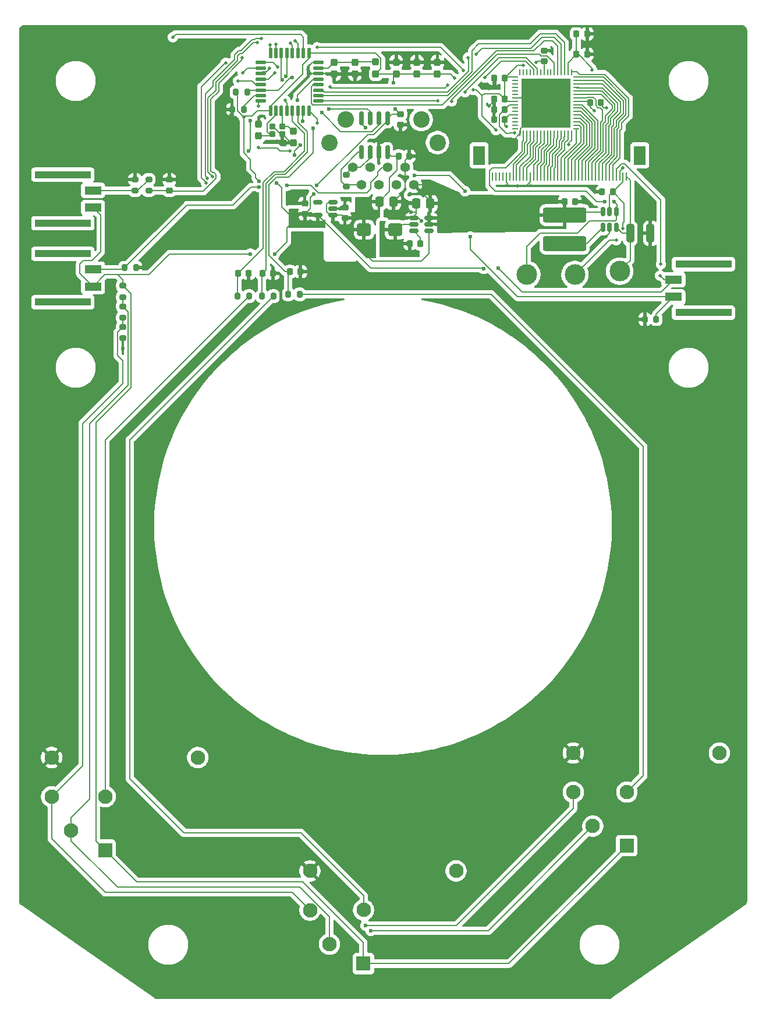
<source format=gbr>
%TF.GenerationSoftware,KiCad,Pcbnew,9.0.7*%
%TF.CreationDate,2026-02-11T01:53:08-08:00*%
%TF.ProjectId,steering_wheel,73746565-7269-46e6-975f-776865656c2e,rev?*%
%TF.SameCoordinates,Original*%
%TF.FileFunction,Copper,L1,Top*%
%TF.FilePolarity,Positive*%
%FSLAX46Y46*%
G04 Gerber Fmt 4.6, Leading zero omitted, Abs format (unit mm)*
G04 Created by KiCad (PCBNEW 9.0.7) date 2026-02-11 01:53:08*
%MOMM*%
%LPD*%
G01*
G04 APERTURE LIST*
G04 Aperture macros list*
%AMRoundRect*
0 Rectangle with rounded corners*
0 $1 Rounding radius*
0 $2 $3 $4 $5 $6 $7 $8 $9 X,Y pos of 4 corners*
0 Add a 4 corners polygon primitive as box body*
4,1,4,$2,$3,$4,$5,$6,$7,$8,$9,$2,$3,0*
0 Add four circle primitives for the rounded corners*
1,1,$1+$1,$2,$3*
1,1,$1+$1,$4,$5*
1,1,$1+$1,$6,$7*
1,1,$1+$1,$8,$9*
0 Add four rect primitives between the rounded corners*
20,1,$1+$1,$2,$3,$4,$5,0*
20,1,$1+$1,$4,$5,$6,$7,0*
20,1,$1+$1,$6,$7,$8,$9,0*
20,1,$1+$1,$8,$9,$2,$3,0*%
G04 Aperture macros list end*
%TA.AperFunction,SMDPad,CuDef*%
%ADD10R,2.489200X1.244600*%
%TD*%
%TA.AperFunction,SMDPad,CuDef*%
%ADD11R,8.204200X1.092200*%
%TD*%
%TA.AperFunction,SMDPad,CuDef*%
%ADD12RoundRect,0.225000X0.225000X0.250000X-0.225000X0.250000X-0.225000X-0.250000X0.225000X-0.250000X0*%
%TD*%
%TA.AperFunction,SMDPad,CuDef*%
%ADD13RoundRect,0.250000X-0.337500X-0.475000X0.337500X-0.475000X0.337500X0.475000X-0.337500X0.475000X0*%
%TD*%
%TA.AperFunction,ComponentPad*%
%ADD14R,2.100000X2.100000*%
%TD*%
%TA.AperFunction,ComponentPad*%
%ADD15C,2.100000*%
%TD*%
%TA.AperFunction,SMDPad,CuDef*%
%ADD16RoundRect,0.225000X-0.225000X-0.250000X0.225000X-0.250000X0.225000X0.250000X-0.225000X0.250000X0*%
%TD*%
%TA.AperFunction,SMDPad,CuDef*%
%ADD17RoundRect,0.200000X-0.275000X0.200000X-0.275000X-0.200000X0.275000X-0.200000X0.275000X0.200000X0*%
%TD*%
%TA.AperFunction,SMDPad,CuDef*%
%ADD18RoundRect,0.237500X-0.237500X0.300000X-0.237500X-0.300000X0.237500X-0.300000X0.237500X0.300000X0*%
%TD*%
%TA.AperFunction,SMDPad,CuDef*%
%ADD19RoundRect,0.200000X-0.200000X-0.275000X0.200000X-0.275000X0.200000X0.275000X-0.200000X0.275000X0*%
%TD*%
%TA.AperFunction,SMDPad,CuDef*%
%ADD20RoundRect,0.250000X-0.312500X-1.075000X0.312500X-1.075000X0.312500X1.075000X-0.312500X1.075000X0*%
%TD*%
%TA.AperFunction,SMDPad,CuDef*%
%ADD21R,0.254000X1.295400*%
%TD*%
%TA.AperFunction,SMDPad,CuDef*%
%ADD22R,1.727200X2.794000*%
%TD*%
%TA.AperFunction,SMDPad,CuDef*%
%ADD23RoundRect,0.250000X0.337500X0.475000X-0.337500X0.475000X-0.337500X-0.475000X0.337500X-0.475000X0*%
%TD*%
%TA.AperFunction,SMDPad,CuDef*%
%ADD24RoundRect,0.200000X0.200000X0.275000X-0.200000X0.275000X-0.200000X-0.275000X0.200000X-0.275000X0*%
%TD*%
%TA.AperFunction,SMDPad,CuDef*%
%ADD25RoundRect,0.225000X0.250000X-0.225000X0.250000X0.225000X-0.250000X0.225000X-0.250000X-0.225000X0*%
%TD*%
%TA.AperFunction,SMDPad,CuDef*%
%ADD26RoundRect,0.237500X0.237500X-0.287500X0.237500X0.287500X-0.237500X0.287500X-0.237500X-0.287500X0*%
%TD*%
%TA.AperFunction,SMDPad,CuDef*%
%ADD27RoundRect,0.150000X0.150000X-0.512500X0.150000X0.512500X-0.150000X0.512500X-0.150000X-0.512500X0*%
%TD*%
%TA.AperFunction,SMDPad,CuDef*%
%ADD28RoundRect,0.062500X-0.062500X0.350000X-0.062500X-0.350000X0.062500X-0.350000X0.062500X0.350000X0*%
%TD*%
%TA.AperFunction,SMDPad,CuDef*%
%ADD29RoundRect,0.062500X-0.350000X0.062500X-0.350000X-0.062500X0.350000X-0.062500X0.350000X0.062500X0*%
%TD*%
%TA.AperFunction,HeatsinkPad*%
%ADD30R,7.150000X7.150000*%
%TD*%
%TA.AperFunction,SMDPad,CuDef*%
%ADD31RoundRect,0.237500X0.237500X-0.300000X0.237500X0.300000X-0.237500X0.300000X-0.237500X-0.300000X0*%
%TD*%
%TA.AperFunction,ComponentPad*%
%ADD32C,3.000000*%
%TD*%
%TA.AperFunction,SMDPad,CuDef*%
%ADD33RoundRect,0.200000X0.275000X-0.200000X0.275000X0.200000X-0.275000X0.200000X-0.275000X-0.200000X0*%
%TD*%
%TA.AperFunction,SMDPad,CuDef*%
%ADD34RoundRect,0.150000X0.512500X0.150000X-0.512500X0.150000X-0.512500X-0.150000X0.512500X-0.150000X0*%
%TD*%
%TA.AperFunction,SMDPad,CuDef*%
%ADD35RoundRect,0.200000X0.250000X0.200000X-0.250000X0.200000X-0.250000X-0.200000X0.250000X-0.200000X0*%
%TD*%
%TA.AperFunction,SMDPad,CuDef*%
%ADD36RoundRect,0.250000X0.750000X0.650000X-0.750000X0.650000X-0.750000X-0.650000X0.750000X-0.650000X0*%
%TD*%
%TA.AperFunction,SMDPad,CuDef*%
%ADD37RoundRect,0.322500X2.827500X-0.752500X2.827500X0.752500X-2.827500X0.752500X-2.827500X-0.752500X0*%
%TD*%
%TA.AperFunction,SMDPad,CuDef*%
%ADD38RoundRect,0.150000X-0.150000X0.825000X-0.150000X-0.825000X0.150000X-0.825000X0.150000X0.825000X0*%
%TD*%
%TA.AperFunction,SMDPad,CuDef*%
%ADD39RoundRect,0.125000X0.125000X-0.625000X0.125000X0.625000X-0.125000X0.625000X-0.125000X-0.625000X0*%
%TD*%
%TA.AperFunction,SMDPad,CuDef*%
%ADD40RoundRect,0.125000X0.625000X-0.125000X0.625000X0.125000X-0.625000X0.125000X-0.625000X-0.125000X0*%
%TD*%
%TA.AperFunction,SMDPad,CuDef*%
%ADD41RoundRect,0.225000X-0.250000X0.225000X-0.250000X-0.225000X0.250000X-0.225000X0.250000X0.225000X0*%
%TD*%
%TA.AperFunction,ComponentPad*%
%ADD42C,1.400000*%
%TD*%
%TA.AperFunction,ComponentPad*%
%ADD43C,2.400000*%
%TD*%
%TA.AperFunction,ViaPad*%
%ADD44C,0.508000*%
%TD*%
%TA.AperFunction,ViaPad*%
%ADD45C,0.600000*%
%TD*%
%TA.AperFunction,Conductor*%
%ADD46C,0.200000*%
%TD*%
G04 APERTURE END LIST*
D10*
%TO.P,J5,1,Pin_1*%
%TO.N,+3V3*%
X10389998Y-22229999D03*
%TO.P,J5,2,Pin_2*%
%TO.N,/Lap*%
X10389998Y-19729999D03*
D11*
%TO.P,J5,MP,MountPin*%
%TO.N,unconnected-(J5-MountPin-PadMP)*%
X6000000Y-17459998D03*
%TO.N,unconnected-(J5-MountPin-PadMP)_1*%
X6000000Y-24500000D03*
%TD*%
D12*
%TO.P,C24,1*%
%TO.N,/Display Interface/LED_High*%
X86000000Y-8500000D03*
%TO.P,C24,2*%
%TO.N,GND*%
X84450000Y-8500000D03*
%TD*%
D13*
%TO.P,C1,1*%
%TO.N,GND*%
X57382500Y-10160000D03*
%TO.P,C1,2*%
%TO.N,+12V*%
X59457500Y-10160000D03*
%TD*%
D12*
%TO.P,C13,1*%
%TO.N,+3V3*%
X70275000Y2000000D03*
%TO.P,C13,2*%
%TO.N,GND*%
X68725000Y2000000D03*
%TD*%
D14*
%TO.P,S1,1*%
%TO.N,+3V3*%
X88028000Y-103472000D03*
D15*
%TO.P,S1,2*%
%TO.N,/Switches/Analog_2V2*%
X83097000Y-100625000D03*
%TO.P,S1,3*%
%TO.N,/Switches/Analog_1V1*%
X80250000Y-95694000D03*
%TO.P,S1,4*%
%TO.N,GND*%
X80250000Y-90000000D03*
%TO.P,S1,5*%
%TO.N,/Switches/TC_Unfiltered*%
X88047000Y-95675000D03*
%TO.P,S1,MP*%
%TO.N,unconnected-(S1-PadMP)*%
X101500000Y-90000000D03*
%TD*%
D16*
%TO.P,C15,1*%
%TO.N,+1V2*%
X82725000Y4500000D03*
%TO.P,C15,2*%
%TO.N,GND*%
X84275000Y4500000D03*
%TD*%
D17*
%TO.P,R6,1*%
%TO.N,/Switches/Analog_1V1*%
X14732000Y-28107000D03*
%TO.P,R6,2*%
%TO.N,GND*%
X14732000Y-29757000D03*
%TD*%
D12*
%TO.P,C14,1*%
%TO.N,+3V3*%
X70275000Y8000000D03*
%TO.P,C14,2*%
%TO.N,GND*%
X68725000Y8000000D03*
%TD*%
D18*
%TO.P,C22,1*%
%TO.N,+3V3_A*%
X48500000Y10362500D03*
%TO.P,C22,2*%
%TO.N,GND*%
X48500000Y8637500D03*
%TD*%
D16*
%TO.P,C2,1*%
%TO.N,Net-(U1-SW)*%
X56479000Y-16002000D03*
%TO.P,C2,2*%
%TO.N,Net-(U1-BST)*%
X58029000Y-16002000D03*
%TD*%
D19*
%TO.P,R4,1*%
%TO.N,/Lap*%
X15000000Y-19500000D03*
%TO.P,R4,2*%
%TO.N,GND*%
X16650000Y-19500000D03*
%TD*%
D16*
%TO.P,C10,1*%
%TO.N,GND*%
X68725000Y3500000D03*
%TO.P,C10,2*%
%TO.N,+1V2*%
X70275000Y3500000D03*
%TD*%
D20*
%TO.P,R11,1*%
%TO.N,/Display Interface/LED_Low*%
X88537500Y-14500000D03*
%TO.P,R11,2*%
%TO.N,GND*%
X91462500Y-14500000D03*
%TD*%
D10*
%TO.P,J6,1,Pin_1*%
%TO.N,+3V3*%
X94816601Y-21250000D03*
%TO.P,J6,2,Pin_2*%
%TO.N,/Launch_Control*%
X94816601Y-23750000D03*
D11*
%TO.P,J6,MP,MountPin*%
%TO.N,unconnected-(J6-MountPin-PadMP)*%
X99206599Y-26020001D03*
%TO.N,unconnected-(J6-MountPin-PadMP)_1*%
X99206599Y-18979999D03*
%TD*%
D18*
%TO.P,C23,1*%
%TO.N,+3V3_A*%
X45500000Y10362500D03*
%TO.P,C23,2*%
%TO.N,GND*%
X45500000Y8637500D03*
%TD*%
D14*
%TO.P,S2,1*%
%TO.N,+3V3*%
X49731000Y-120607000D03*
D15*
%TO.P,S2,2*%
%TO.N,/Switches/Analog_2V2*%
X44800000Y-117760000D03*
%TO.P,S2,3*%
%TO.N,/Switches/Analog_1V1*%
X41953000Y-112829000D03*
%TO.P,S2,4*%
%TO.N,GND*%
X41953000Y-107135000D03*
%TO.P,S2,5*%
%TO.N,/Switches/Mode_Unfiltered*%
X49750000Y-112810000D03*
%TO.P,S2,MP*%
%TO.N,unconnected-(S2-PadMP)*%
X63203000Y-107135000D03*
%TD*%
D21*
%TO.P,J4,1,Pin_1*%
%TO.N,/Display Interface/LED_Low*%
X88000000Y-6277800D03*
%TO.P,J4,2,Pin_2*%
%TO.N,/Display Interface/LED_High*%
X87499998Y-6277800D03*
%TO.P,J4,3,Pin_3*%
%TO.N,GND*%
X86999999Y-6277800D03*
%TO.P,J4,4,Pin_4*%
%TO.N,+3V3*%
X86500000Y-6277800D03*
%TO.P,J4,5,Pin_5*%
%TO.N,/Display Interface/RGB_R0*%
X85999999Y-6277800D03*
%TO.P,J4,6,Pin_6*%
%TO.N,/Display Interface/RGB_R1*%
X85500000Y-6277800D03*
%TO.P,J4,7,Pin_7*%
%TO.N,/Display Interface/RGB_R2*%
X84999998Y-6277800D03*
%TO.P,J4,8,Pin_8*%
%TO.N,/Display Interface/RGB_R3*%
X84499999Y-6277800D03*
%TO.P,J4,9,Pin_9*%
%TO.N,/Display Interface/RGB_R4*%
X84000000Y-6277800D03*
%TO.P,J4,10,Pin_10*%
%TO.N,/Display Interface/RGB_R5*%
X83499999Y-6277800D03*
%TO.P,J4,11,Pin_11*%
%TO.N,/Display Interface/RGB_R6*%
X83000000Y-6277800D03*
%TO.P,J4,12,Pin_12*%
%TO.N,/Display Interface/RGB_R7*%
X82499998Y-6277800D03*
%TO.P,J4,13,Pin_13*%
%TO.N,/Display Interface/RGB_G0*%
X81999999Y-6277800D03*
%TO.P,J4,14,Pin_14*%
%TO.N,/Display Interface/RGB_G1*%
X81500000Y-6277800D03*
%TO.P,J4,15,Pin_15*%
%TO.N,/Display Interface/RGB_G2*%
X80999999Y-6277800D03*
%TO.P,J4,16,Pin_16*%
%TO.N,/Display Interface/RGB_G3*%
X80500000Y-6277800D03*
%TO.P,J4,17,Pin_17*%
%TO.N,/Display Interface/RGB_G4*%
X79999998Y-6277800D03*
%TO.P,J4,18,Pin_18*%
%TO.N,/Display Interface/RGB_G5*%
X79499999Y-6277800D03*
%TO.P,J4,19,Pin_19*%
%TO.N,/Display Interface/RGB_G6*%
X79000000Y-6277800D03*
%TO.P,J4,20,Pin_20*%
%TO.N,/Display Interface/RGB_G7*%
X78499999Y-6277800D03*
%TO.P,J4,21,Pin_21*%
%TO.N,/Display Interface/RGB_B0*%
X77999999Y-6277800D03*
%TO.P,J4,22,Pin_22*%
%TO.N,/Display Interface/RGB_B1*%
X77499998Y-6277800D03*
%TO.P,J4,23,Pin_23*%
%TO.N,/Display Interface/RGB_B2*%
X76999999Y-6277800D03*
%TO.P,J4,24,Pin_24*%
%TO.N,/Display Interface/RGB_B3*%
X76500000Y-6277800D03*
%TO.P,J4,25,Pin_25*%
%TO.N,/Display Interface/RGB_B4*%
X75999998Y-6277800D03*
%TO.P,J4,26,Pin_26*%
%TO.N,/Display Interface/RGB_B5*%
X75499999Y-6277800D03*
%TO.P,J4,27,Pin_27*%
%TO.N,/Display Interface/RGB_B6*%
X74999998Y-6277800D03*
%TO.P,J4,28,Pin_28*%
%TO.N,/Display Interface/RGB_B7*%
X74499999Y-6277800D03*
%TO.P,J4,29,Pin_29*%
%TO.N,GND*%
X74000000Y-6277800D03*
%TO.P,J4,30,Pin_30*%
%TO.N,/Display Interface/LCD_Dot_Clock*%
X73499998Y-6277800D03*
%TO.P,J4,31,Pin_31*%
%TO.N,/Display Interface/LCD_Display_Enable*%
X72999999Y-6277800D03*
%TO.P,J4,32,Pin_32*%
%TO.N,/Display Interface/LCD_HSync*%
X72500000Y-6277800D03*
%TO.P,J4,33,Pin_33*%
%TO.N,/Display Interface/LCD_VSync*%
X71999999Y-6277800D03*
%TO.P,J4,34,Pin_34*%
%TO.N,/Display Interface/LCD_Data_Enable*%
X71500000Y-6277800D03*
%TO.P,J4,35,Pin_35*%
%TO.N,unconnected-(J4-Pin_35-Pad35)*%
X70999998Y-6277800D03*
%TO.P,J4,36,Pin_36*%
%TO.N,GND*%
X70499999Y-6277800D03*
%TO.P,J4,37,Pin_37*%
%TO.N,unconnected-(J4-Pin_37-Pad37)*%
X70000000Y-6277800D03*
%TO.P,J4,38,Pin_38*%
%TO.N,unconnected-(J4-Pin_38-Pad38)*%
X69499999Y-6277800D03*
%TO.P,J4,39,Pin_39*%
%TO.N,unconnected-(J4-Pin_39-Pad39)*%
X69000000Y-6277800D03*
%TO.P,J4,40,Pin_40*%
%TO.N,unconnected-(J4-Pin_40-Pad40)*%
X68499998Y-6277800D03*
D22*
%TO.P,J4,MP,MountPin*%
%TO.N,unconnected-(J4-MountPin-PadMP)_1*%
X89939998Y-3197801D03*
%TO.N,unconnected-(J4-MountPin-PadMP)*%
X66560000Y-3197801D03*
%TD*%
D12*
%TO.P,C11,1*%
%TO.N,+3V3*%
X70275000Y5000000D03*
%TO.P,C11,2*%
%TO.N,GND*%
X68725000Y5000000D03*
%TD*%
D16*
%TO.P,C6,1*%
%TO.N,+5V*%
X54838000Y-3302000D03*
%TO.P,C6,2*%
%TO.N,GND*%
X56388000Y-3302000D03*
%TD*%
D23*
%TO.P,C3,1*%
%TO.N,GND*%
X54123500Y-9906000D03*
%TO.P,C3,2*%
%TO.N,+5V*%
X52048500Y-9906000D03*
%TD*%
D14*
%TO.P,S3,1*%
%TO.N,+3V3*%
X12153000Y-104125000D03*
D15*
%TO.P,S3,2*%
%TO.N,/Switches/Analog_2V2*%
X7222000Y-101278000D03*
%TO.P,S3,3*%
%TO.N,/Switches/Analog_1V1*%
X4375000Y-96347000D03*
%TO.P,S3,4*%
%TO.N,GND*%
X4375000Y-90653000D03*
%TO.P,S3,5*%
%TO.N,/Switches/Regen_Unfiltered*%
X12172000Y-96328000D03*
%TO.P,S3,MP*%
%TO.N,unconnected-(S3-PadMP)*%
X25625000Y-90653000D03*
%TD*%
D18*
%TO.P,C19,1*%
%TO.N,GND*%
X60490000Y10362500D03*
%TO.P,C19,2*%
%TO.N,+3V3*%
X60490000Y8637500D03*
%TD*%
D24*
%TO.P,R9,1*%
%TO.N,/Switches/TC_Unfiltered*%
X40449000Y-23368000D03*
%TO.P,R9,2*%
%TO.N,/MCU/TC_Analog*%
X38799000Y-23368000D03*
%TD*%
D10*
%TO.P,J3,1,Pin_1*%
%TO.N,+3V3*%
X10389998Y-10765199D03*
%TO.P,J3,2,Pin_2*%
%TO.N,/Layout_Cycle_Unfiltered*%
X10389998Y-8265199D03*
D11*
%TO.P,J3,MP,MountPin*%
%TO.N,unconnected-(J3-MountPin-PadMP)*%
X6000000Y-5995198D03*
%TO.N,unconnected-(J3-MountPin-PadMP)_1*%
X6000000Y-13035200D03*
%TD*%
D25*
%TO.P,C4,1*%
%TO.N,+5V*%
X47034000Y-12293000D03*
%TO.P,C4,2*%
%TO.N,GND*%
X47034000Y-10743000D03*
%TD*%
D24*
%TO.P,R7,1*%
%TO.N,/Launch_Control*%
X92325000Y-27000000D03*
%TO.P,R7,2*%
%TO.N,GND*%
X90675000Y-27000000D03*
%TD*%
D26*
%TO.P,FB1,1*%
%TO.N,+3V3*%
X51500000Y8625000D03*
%TO.P,FB1,2*%
%TO.N,+3V3_A*%
X51500000Y10375000D03*
%TD*%
D27*
%TO.P,U7,1,SW*%
%TO.N,/Display Interface/Backlight_Switch*%
X84600000Y-13637500D03*
%TO.P,U7,2,GND*%
%TO.N,GND*%
X85550000Y-13637500D03*
%TO.P,U7,3,FB*%
%TO.N,/Display Interface/LED_Low*%
X86500000Y-13637500D03*
%TO.P,U7,4,CTRL*%
%TO.N,/Display Interface/Backlight_PWM*%
X86500000Y-11362500D03*
%TO.P,U7,5,V_{OUT}*%
%TO.N,/Display Interface/LED_High*%
X85550000Y-11362500D03*
%TO.P,U7,6,V_{IN}*%
%TO.N,+12V*%
X84600000Y-11362500D03*
%TD*%
D18*
%TO.P,C20,1*%
%TO.N,GND*%
X57500000Y10362500D03*
%TO.P,C20,2*%
%TO.N,+3V3*%
X57500000Y8637500D03*
%TD*%
D28*
%TO.P,U4,1,R0*%
%TO.N,/Display Interface/RGB_R0*%
X80000000Y8875000D03*
%TO.P,U4,2,VCC1V2*%
%TO.N,+1V2*%
X79500000Y8875000D03*
%TO.P,U4,3,SCK*%
%TO.N,/Display Interface/SPI.CLK*%
X79000000Y8875000D03*
%TO.P,U4,4,MISO*%
%TO.N,/Display Interface/SPI.MISO*%
X78500000Y8875000D03*
%TO.P,U4,5,MOSI*%
%TO.N,/Display Interface/SPI.MOSI*%
X78000000Y8875000D03*
%TO.P,U4,6,CS_N*%
%TO.N,/Display Interface/SPI.CS*%
X77500000Y8875000D03*
%TO.P,U4,7,GPIO0/IO2*%
%TO.N,unconnected-(U4-GPIO0{slash}IO2-Pad7)*%
X77000000Y8875000D03*
%TO.P,U4,8,GPIO1/IO3*%
%TO.N,unconnected-(U4-GPIO1{slash}IO3-Pad8)*%
X76500000Y8875000D03*
%TO.P,U4,9,VCCIO1*%
%TO.N,+3V3*%
X76000000Y8875000D03*
%TO.P,U4,10,GPIO2*%
%TO.N,unconnected-(U4-GPIO2-Pad10)*%
X75500000Y8875000D03*
%TO.P,U4,11,INT_N*%
%TO.N,/MCU/Driver_Interrupt*%
X75000000Y8875000D03*
%TO.P,U4,12,PD_N*%
%TO.N,/Display Interface/Driver_Power*%
X74500000Y8875000D03*
%TO.P,U4,13,GPIO3*%
%TO.N,unconnected-(U4-GPIO3-Pad13)*%
X74000000Y8875000D03*
%TO.P,U4,14,SPIM_SCLK*%
%TO.N,unconnected-(U4-SPIM_SCLK-Pad14)*%
X73500000Y8875000D03*
%TO.P,U4,15,SPIM_SS_N*%
%TO.N,unconnected-(U4-SPIM_SS_N-Pad15)*%
X73000000Y8875000D03*
%TO.P,U4,16,SPIM_MOSI*%
%TO.N,unconnected-(U4-SPIM_MOSI-Pad16)*%
X72500000Y8875000D03*
D29*
%TO.P,U4,17,VCCIO3*%
%TO.N,+3V3*%
X71812500Y8187500D03*
%TO.P,U4,18,SPIM_MISO*%
%TO.N,unconnected-(U4-SPIM_MISO-Pad18)*%
X71812500Y7687500D03*
%TO.P,U4,19,SPIM_IO2*%
%TO.N,unconnected-(U4-SPIM_IO2-Pad19)*%
X71812500Y7187500D03*
%TO.P,U4,20,SPIM_IO3*%
%TO.N,unconnected-(U4-SPIM_IO3-Pad20)*%
X71812500Y6687500D03*
%TO.P,U4,21,X1/CLK*%
%TO.N,unconnected-(U4-X1{slash}CLK-Pad21)*%
X71812500Y6187500D03*
%TO.P,U4,22,X2*%
%TO.N,unconnected-(U4-X2-Pad22)*%
X71812500Y5687500D03*
%TO.P,U4,23,GND*%
%TO.N,GND*%
X71812500Y5187500D03*
%TO.P,U4,24,VCC*%
%TO.N,+3V3*%
X71812500Y4687500D03*
%TO.P,U4,25,VOUT1V2*%
%TO.N,+1V2*%
X71812500Y4187500D03*
%TO.P,U4,26,AUDIO_L*%
%TO.N,unconnected-(U4-AUDIO_L-Pad26)*%
X71812500Y3687500D03*
%TO.P,U4,27,VCCA*%
%TO.N,unconnected-(U4-VCCA-Pad27)*%
X71812500Y3187500D03*
%TO.P,U4,28,VCCIO2*%
%TO.N,+3V3*%
X71812500Y2687500D03*
%TO.P,U4,29,CTP_RST_N*%
%TO.N,unconnected-(U4-CTP_RST_N-Pad29)*%
X71812500Y2187500D03*
%TO.P,U4,30,CTP_INT_N*%
%TO.N,unconnected-(U4-CTP_INT_N-Pad30)*%
X71812500Y1687500D03*
%TO.P,U4,31,CTP_SCL*%
%TO.N,unconnected-(U4-CTP_SCL-Pad31)*%
X71812500Y1187500D03*
%TO.P,U4,32,CTP_SDA*%
%TO.N,unconnected-(U4-CTP_SDA-Pad32)*%
X71812500Y687500D03*
D28*
%TO.P,U4,33,GND*%
%TO.N,GND*%
X72500000Y0D03*
%TO.P,U4,34,BACKLIGHT*%
%TO.N,/Display Interface/Backlight_PWM*%
X73000000Y0D03*
%TO.P,U4,35,DE*%
%TO.N,/Display Interface/LCD_Data_Enable*%
X73500000Y0D03*
%TO.P,U4,36,VSYNC*%
%TO.N,/Display Interface/LCD_VSync*%
X74000000Y0D03*
%TO.P,U4,37,HSYNC*%
%TO.N,/Display Interface/LCD_HSync*%
X74500000Y0D03*
%TO.P,U4,38,DISP*%
%TO.N,/Display Interface/LCD_Display_Enable*%
X75000000Y0D03*
%TO.P,U4,39,PCLK*%
%TO.N,/Display Interface/LCD_Dot_Clock*%
X75500000Y0D03*
%TO.P,U4,40,B7*%
%TO.N,/Display Interface/RGB_B7*%
X76000000Y0D03*
%TO.P,U4,41,B6*%
%TO.N,/Display Interface/RGB_B6*%
X76500000Y0D03*
%TO.P,U4,42,B5*%
%TO.N,/Display Interface/RGB_B5*%
X77000000Y0D03*
%TO.P,U4,43,B4*%
%TO.N,/Display Interface/RGB_B4*%
X77500000Y0D03*
%TO.P,U4,44,B3*%
%TO.N,/Display Interface/RGB_B3*%
X78000000Y0D03*
%TO.P,U4,45,B2*%
%TO.N,/Display Interface/RGB_B2*%
X78500000Y0D03*
%TO.P,U4,46,B1*%
%TO.N,/Display Interface/RGB_B1*%
X79000000Y0D03*
%TO.P,U4,47,B0*%
%TO.N,/Display Interface/RGB_B0*%
X79500000Y0D03*
%TO.P,U4,48,GND*%
%TO.N,GND*%
X80000000Y0D03*
D29*
%TO.P,U4,49,G7*%
%TO.N,/Display Interface/RGB_G7*%
X80687500Y687500D03*
%TO.P,U4,50,G6*%
%TO.N,/Display Interface/RGB_G6*%
X80687500Y1187500D03*
%TO.P,U4,51,G5*%
%TO.N,/Display Interface/RGB_G5*%
X80687500Y1687500D03*
%TO.P,U4,52,G4*%
%TO.N,/Display Interface/RGB_G4*%
X80687500Y2187500D03*
%TO.P,U4,53,G3*%
%TO.N,/Display Interface/RGB_G3*%
X80687500Y2687500D03*
%TO.P,U4,54,G2*%
%TO.N,/Display Interface/RGB_G2*%
X80687500Y3187500D03*
%TO.P,U4,55,G1*%
%TO.N,/Display Interface/RGB_G1*%
X80687500Y3687500D03*
%TO.P,U4,56,G0*%
%TO.N,/Display Interface/RGB_G0*%
X80687500Y4187500D03*
%TO.P,U4,57,VCC1V2*%
%TO.N,+1V2*%
X80687500Y4687500D03*
%TO.P,U4,58,R7*%
%TO.N,/Display Interface/RGB_R7*%
X80687500Y5187500D03*
%TO.P,U4,59,R6*%
%TO.N,/Display Interface/RGB_R6*%
X80687500Y5687500D03*
%TO.P,U4,60,R5*%
%TO.N,/Display Interface/RGB_R5*%
X80687500Y6187500D03*
%TO.P,U4,61,R4*%
%TO.N,/Display Interface/RGB_R4*%
X80687500Y6687500D03*
%TO.P,U4,62,R3*%
%TO.N,/Display Interface/RGB_R3*%
X80687500Y7187500D03*
%TO.P,U4,63,R2*%
%TO.N,/Display Interface/RGB_R2*%
X80687500Y7687500D03*
%TO.P,U4,64,R1*%
%TO.N,/Display Interface/RGB_R1*%
X80687500Y8187500D03*
D30*
%TO.P,U4,65,GND*%
%TO.N,GND*%
X76250000Y4437500D03*
%TD*%
D17*
%TO.P,R5,1*%
%TO.N,+3V3*%
X14732000Y-22107000D03*
%TO.P,R5,2*%
%TO.N,/Switches/Analog_2V2*%
X14732000Y-23757000D03*
%TD*%
D24*
%TO.P,R12,1*%
%TO.N,/Switches/Regen_Unfiltered*%
X33083000Y-23622000D03*
%TO.P,R12,2*%
%TO.N,/MCU/Regen_Analog*%
X31433000Y-23622000D03*
%TD*%
D31*
%TO.P,C16,1*%
%TO.N,/MCU/OSC_IN*%
X34500000Y-362500D03*
%TO.P,C16,2*%
%TO.N,GND*%
X34500000Y1362500D03*
%TD*%
D16*
%TO.P,C29,1*%
%TO.N,/MCU/Regen_Analog*%
X31483000Y-20320000D03*
%TO.P,C29,2*%
%TO.N,GND*%
X33033000Y-20320000D03*
%TD*%
%TO.P,C27,1*%
%TO.N,/MCU/TC_Analog*%
X39034000Y-20066000D03*
%TO.P,C27,2*%
%TO.N,GND*%
X40584000Y-20066000D03*
%TD*%
D17*
%TO.P,R17,1*%
%TO.N,/Layout_Cycle_Unfiltered*%
X18500000Y-6675000D03*
%TO.P,R17,2*%
%TO.N,/MCU/Layout_Cycle*%
X18500000Y-8325000D03*
%TD*%
D16*
%TO.P,C8,1*%
%TO.N,+1V2*%
X80725000Y14460000D03*
%TO.P,C8,2*%
%TO.N,GND*%
X82275000Y14460000D03*
%TD*%
D32*
%TO.P,J10,1,Pin_1*%
%TO.N,/Display Interface/Backlight_PWM*%
X73500000Y-20500000D03*
%TD*%
D33*
%TO.P,R18,1*%
%TO.N,/CAN_L*%
X47244000Y-7683000D03*
%TO.P,R18,2*%
%TO.N,/CAN_H*%
X47244000Y-6033000D03*
%TD*%
D34*
%TO.P,U1,1,FB*%
%TO.N,+5V*%
X59303500Y-14158000D03*
%TO.P,U1,2,EN*%
%TO.N,+12V*%
X59303500Y-13208000D03*
%TO.P,U1,3,IN*%
X59303500Y-12258000D03*
%TO.P,U1,4,GND*%
%TO.N,GND*%
X57028500Y-12258000D03*
%TO.P,U1,5,SW*%
%TO.N,Net-(U1-SW)*%
X57028500Y-13208000D03*
%TO.P,U1,6,BST*%
%TO.N,Net-(U1-BST)*%
X57028500Y-14158000D03*
%TD*%
D18*
%TO.P,C17,1*%
%TO.N,/MCU/OSC_OUT*%
X39500000Y362500D03*
%TO.P,C17,2*%
%TO.N,GND*%
X39500000Y-1362500D03*
%TD*%
D25*
%TO.P,C26,1*%
%TO.N,/MCU/Layout_Cycle*%
X21500000Y-8275000D03*
%TO.P,C26,2*%
%TO.N,GND*%
X21500000Y-6725000D03*
%TD*%
D35*
%TO.P,Y1,1,1*%
%TO.N,/MCU/OSC_OUT*%
X37900000Y1050000D03*
%TO.P,Y1,2,2*%
%TO.N,GND*%
X36500000Y1050000D03*
%TO.P,Y1,3,3*%
%TO.N,/MCU/OSC_IN*%
X36500000Y-50000D03*
%TO.P,Y1,4,4*%
%TO.N,GND*%
X37900000Y-50000D03*
%TD*%
D16*
%TO.P,C9,1*%
%TO.N,+1V2*%
X80725000Y11500000D03*
%TO.P,C9,2*%
%TO.N,GND*%
X82275000Y11500000D03*
%TD*%
D24*
%TO.P,R1,1*%
%TO.N,/MCU/BOOT0*%
X32325000Y3500000D03*
%TO.P,R1,2*%
%TO.N,GND*%
X30675000Y3500000D03*
%TD*%
D36*
%TO.P,L1,1,1*%
%TO.N,Net-(U1-SW)*%
X54320000Y-13970000D03*
%TO.P,L1,2,2*%
%TO.N,+5V*%
X49820000Y-13970000D03*
%TD*%
D32*
%TO.P,J11,1,Pin_1*%
%TO.N,/Display Interface/LED_Low*%
X87000000Y-20000000D03*
%TD*%
D17*
%TO.P,R3,1*%
%TO.N,/Switches/Analog_2V2*%
X14732000Y-25107000D03*
%TO.P,R3,2*%
%TO.N,/Switches/Analog_1V1*%
X14732000Y-26757000D03*
%TD*%
D24*
%TO.P,R10,1*%
%TO.N,/Switches/Mode_Unfiltered*%
X36639000Y-23622000D03*
%TO.P,R10,2*%
%TO.N,/MCU/Mode_Analog*%
X34989000Y-23622000D03*
%TD*%
D37*
%TO.P,L2,1,1*%
%TO.N,/Display Interface/Backlight_Switch*%
X79000000Y-16000000D03*
%TO.P,L2,2,2*%
%TO.N,+12V*%
X79000000Y-11850000D03*
%TD*%
D32*
%TO.P,J12,1,Pin_1*%
%TO.N,/Display Interface/LED_High*%
X80500000Y-20500000D03*
%TD*%
D38*
%TO.P,U3,1,VCC1*%
%TO.N,+3V3*%
X53213000Y2221000D03*
%TO.P,U3,2,TXD*%
%TO.N,/MCU/CAN_TX*%
X51943000Y2221000D03*
%TO.P,U3,3,RXD*%
%TO.N,/MCU/CAN_RX*%
X50673000Y2221000D03*
%TO.P,U3,4,GND1*%
%TO.N,GND*%
X49403000Y2221000D03*
%TO.P,U3,5,CANL*%
%TO.N,/CAN_L*%
X49403000Y-2729000D03*
%TO.P,U3,6,CANH*%
%TO.N,/CAN_H*%
X50673000Y-2729000D03*
%TO.P,U3,7,GND2*%
%TO.N,GND*%
X51943000Y-2729000D03*
%TO.P,U3,8,VCC2*%
%TO.N,+5V*%
X53213000Y-2729000D03*
%TD*%
D34*
%TO.P,U2,1,VIN*%
%TO.N,+5V*%
X45333500Y-11872000D03*
%TO.P,U2,2,GND*%
%TO.N,GND*%
X45333500Y-10922000D03*
%TO.P,U2,3,EN*%
%TO.N,+5V*%
X45333500Y-9972000D03*
%TO.P,U2,4,NC*%
%TO.N,unconnected-(U2-NC-Pad4)*%
X43058500Y-9972000D03*
%TO.P,U2,5,VOUT*%
%TO.N,+3V3*%
X43058500Y-11872000D03*
%TD*%
D39*
%TO.P,U5,1,VDD*%
%TO.N,+3V3*%
X36200000Y3325000D03*
%TO.P,U5,2,RCC_OSC_IN*%
%TO.N,/MCU/OSC_IN*%
X37000000Y3325000D03*
%TO.P,U5,3,RCC_OSC_OUT*%
%TO.N,/MCU/OSC_OUT*%
X37800000Y3325000D03*
%TO.P,U5,4,PG10*%
%TO.N,NRST*%
X38600000Y3325000D03*
%TO.P,U5,5,ADC1_IN1*%
%TO.N,/MCU/Regen_Analog*%
X39400000Y3325000D03*
%TO.P,U5,6,ADC1_IN2*%
%TO.N,/MCU/Mode_Analog*%
X40200000Y3325000D03*
%TO.P,U5,7,USART2_TX*%
%TO.N,VCP_UART_TX*%
X41000000Y3325000D03*
%TO.P,U5,8,USART2_RX*%
%TO.N,VCP_UART_RX*%
X41800000Y3325000D03*
D40*
%TO.P,U5,9,SPI1_NSS*%
%TO.N,/Display Interface/SPI.CS*%
X43175000Y4700000D03*
%TO.P,U5,10,SPI1_SCK*%
%TO.N,/Display Interface/SPI.CLK*%
X43175000Y5500000D03*
%TO.P,U5,11,SPI1_MISO*%
%TO.N,/Display Interface/SPI.MISO*%
X43175000Y6300000D03*
%TO.P,U5,12,SPI1_MOSI*%
%TO.N,/Display Interface/SPI.MOSI*%
X43175000Y7100000D03*
%TO.P,U5,13,ADC1_IN15*%
%TO.N,/MCU/TC_Analog*%
X43175000Y7900000D03*
%TO.P,U5,14,VSSA*%
%TO.N,GND*%
X43175000Y8700000D03*
%TO.P,U5,15,VDDA*%
%TO.N,+3V3_A*%
X43175000Y9500000D03*
%TO.P,U5,16,VSS*%
%TO.N,GND*%
X43175000Y10300000D03*
D39*
%TO.P,U5,17,VDD*%
%TO.N,+3V3*%
X41800000Y11675000D03*
%TO.P,U5,18,PA8*%
%TO.N,Net-(U5-PA8)*%
X41000000Y11675000D03*
%TO.P,U5,19,PA9*%
%TO.N,Net-(U5-PA9)*%
X40200000Y11675000D03*
%TO.P,U5,20,PA10*%
%TO.N,Net-(U5-PA10)*%
X39400000Y11675000D03*
%TO.P,U5,21,FDCAN1_RX*%
%TO.N,/MCU/CAN_RX*%
X38600000Y11675000D03*
%TO.P,U5,22,FDCAN1_TX*%
%TO.N,/MCU/CAN_TX*%
X37800000Y11675000D03*
%TO.P,U5,23,SYS_JTMS-SWDIO*%
%TO.N,STLINK_SWDIO*%
X37000000Y11675000D03*
%TO.P,U5,24,SYS_JTCK-SWCLK*%
%TO.N,STLINK_SWCLK*%
X36200000Y11675000D03*
D40*
%TO.P,U5,25,PA15*%
%TO.N,/Display Interface/Driver_Power*%
X34825000Y10300000D03*
%TO.P,U5,26,SYS_JTDO-SWO*%
%TO.N,STLINK_SWO*%
X34825000Y9500000D03*
%TO.P,U5,27,PB4*%
%TO.N,/MCU/Layout_Cycle*%
X34825000Y8700000D03*
%TO.P,U5,28,PB5*%
%TO.N,Net-(U5-PB5)*%
X34825000Y7900000D03*
%TO.P,U5,29,PB6*%
%TO.N,Net-(U5-PB6)*%
X34825000Y7100000D03*
%TO.P,U5,30,PB7*%
%TO.N,/MCU/Driver_Interrupt*%
X34825000Y6300000D03*
%TO.P,U5,31,PB8*%
%TO.N,/MCU/BOOT0*%
X34825000Y5500000D03*
%TO.P,U5,32,VSS*%
%TO.N,GND*%
X34825000Y4700000D03*
%TD*%
D16*
%TO.P,C28,1*%
%TO.N,/MCU/Mode_Analog*%
X35039000Y-20320000D03*
%TO.P,C28,2*%
%TO.N,GND*%
X36589000Y-20320000D03*
%TD*%
%TO.P,C25,1*%
%TO.N,+12V*%
X78981000Y-9906000D03*
%TO.P,C25,2*%
%TO.N,GND*%
X80531000Y-9906000D03*
%TD*%
D25*
%TO.P,C12,1*%
%TO.N,+3V3*%
X76000000Y10500000D03*
%TO.P,C12,2*%
%TO.N,GND*%
X76000000Y12050000D03*
%TD*%
%TO.P,C5,1*%
%TO.N,+3V3*%
X41196000Y-11697000D03*
%TO.P,C5,2*%
%TO.N,GND*%
X41196000Y-10147000D03*
%TD*%
D19*
%TO.P,R2,1*%
%TO.N,+3V3*%
X31175000Y6000000D03*
%TO.P,R2,2*%
%TO.N,/MCU/Driver_Interrupt*%
X32825000Y6000000D03*
%TD*%
D41*
%TO.P,C7,1*%
%TO.N,+3V3*%
X55118000Y2820000D03*
%TO.P,C7,2*%
%TO.N,GND*%
X55118000Y1270000D03*
%TD*%
D18*
%TO.P,C21,1*%
%TO.N,GND*%
X54500000Y10362500D03*
%TO.P,C21,2*%
%TO.N,+3V3*%
X54500000Y8637500D03*
%TD*%
D33*
%TO.P,R8,1*%
%TO.N,/Layout_Cycle_Unfiltered*%
X16500000Y-8325000D03*
%TO.P,R8,2*%
%TO.N,GND*%
X16500000Y-6675000D03*
%TD*%
D42*
%TO.P,J1,1,1*%
%TO.N,/CAN_L*%
X49450000Y-7470000D03*
%TO.P,J1,2,2*%
%TO.N,/CAN_H*%
X48180000Y-4920000D03*
%TO.P,J1,3,3*%
%TO.N,/Launch_Control*%
X50720000Y-4920000D03*
%TO.P,J1,4,4*%
%TO.N,/Lap*%
X53260000Y-4920000D03*
%TO.P,J1,5,5*%
%TO.N,unconnected-(J1-Pad5)*%
X51990000Y-7470000D03*
%TO.P,J1,6,6*%
%TO.N,unconnected-(J1-Pad6)*%
X54530000Y-7470000D03*
%TO.P,J1,7,7*%
%TO.N,+12V*%
X57070000Y-7470000D03*
%TO.P,J1,8,8*%
%TO.N,GND*%
X55800000Y-4920000D03*
D43*
%TO.P,J1,MH1,MH1*%
%TO.N,unconnected-(J1-PadMH1)*%
X60500000Y-1320000D03*
%TO.P,J1,MH2,MH2*%
%TO.N,unconnected-(J1-PadMH2)*%
X44750000Y-1320000D03*
%TO.P,J1,MH3,MH3*%
%TO.N,unconnected-(J1-PadMH3)*%
X47125000Y2000000D03*
%TO.P,J1,MH4,MH4*%
%TO.N,unconnected-(J1-PadMH4)*%
X58125000Y2000000D03*
%TD*%
D44*
%TO.N,GND*%
X79623264Y-1623264D03*
X38000000Y-1000000D03*
X68000000Y6500000D03*
X49500000Y8500000D03*
D45*
X52324000Y-1270000D03*
X56642000Y-11430000D03*
D44*
X68000000Y4000000D03*
D45*
X40640000Y-21590000D03*
D44*
X87500000Y-5000000D03*
X85079000Y3724000D03*
X91000000Y-12000000D03*
D45*
X47244000Y-9652000D03*
X30500000Y2600000D03*
D44*
X72136000Y-7620000D03*
D45*
X33020000Y-21844000D03*
X14732000Y-31242000D03*
X54102000Y-11430000D03*
X81788000Y-9906000D03*
X55118000Y-254000D03*
D44*
X41659541Y9340459D03*
D45*
X58166000Y-12700000D03*
X36322000Y-21844000D03*
X50038000Y854000D03*
D44*
X77000000Y12050000D03*
X56000000Y11000000D03*
X35000000Y2500000D03*
X83566000Y-8382000D03*
D45*
X41148000Y-8890000D03*
D44*
X71500000Y-1000000D03*
D45*
X55118000Y-12192000D03*
D44*
X85000000Y-15000000D03*
X34500000Y4000000D03*
X18000000Y-19000000D03*
D45*
%TO.N,+3V3*%
X54102000Y7366000D03*
X42501735Y-8806265D03*
D44*
X69000000Y500000D03*
X65657815Y6309285D03*
X92867802Y-20632198D03*
X32320500Y2374500D03*
X74859464Y10359464D03*
D45*
X69342000Y-19558000D03*
X54356000Y3549000D03*
X33274000Y-17500000D03*
X36830000Y-17500000D03*
D44*
X70500000Y1000000D03*
X73000000Y9900000D03*
X93000000Y-19000000D03*
X63000000Y8000000D03*
D45*
X67220735Y-19647265D03*
X42953781Y-7561251D03*
X37122645Y-7159883D03*
X34561280Y-6959883D03*
D44*
%TO.N,+1V2*%
X71689598Y62500D03*
X83000000Y9188500D03*
X83277214Y3277214D03*
%TO.N,NRST*%
X38349239Y4826000D03*
D45*
X33020000Y-2540000D03*
X33239086Y1900000D03*
D44*
%TO.N,/Display Interface/LED_High*%
X87475000Y-13763972D03*
X86500000Y-15500000D03*
%TO.N,/MCU/Layout_Cycle*%
X36075000Y9481241D03*
X32071309Y11001000D03*
D45*
%TO.N,/MCU/TC_Analog*%
X42400000Y762000D03*
X40132000Y4826000D03*
%TO.N,/Launch_Control*%
X57150000Y-6096000D03*
X65278000Y-14986000D03*
X64516000Y-8382000D03*
%TO.N,/Lap*%
X38608000Y-7559235D03*
X34559000Y-7759883D03*
D44*
%TO.N,VCP_UART_RX*%
X34500000Y-2000000D03*
X43000000Y1500000D03*
X39000000Y-2500000D03*
D45*
%TO.N,VCP_UART_TX*%
X39746013Y-3100000D03*
X40894000Y1778000D03*
X40573444Y-1711444D03*
D44*
%TO.N,STLINK_SWDIO*%
X26997132Y-6500906D03*
X34850840Y13780534D03*
X37000000Y12954000D03*
%TO.N,STLINK_SWO*%
X32167233Y8832767D03*
X29717030Y10282970D03*
X26832027Y-7189387D03*
%TO.N,STLINK_SWCLK*%
X27760000Y-6260000D03*
X36167233Y12832767D03*
X34285153Y13214847D03*
D45*
%TO.N,/Display Interface/Backlight_PWM*%
X84836000Y-9906000D03*
X86150000Y-9906000D03*
D44*
%TO.N,/MCU/Driver_Interrupt*%
X62000000Y7000000D03*
X44850000Y6750000D03*
D45*
X39370000Y8128000D03*
D44*
X64500000Y6000000D03*
D45*
%TO.N,/Switches/Analog_1V1*%
X50038000Y-115062000D03*
%TO.N,/Switches/Analog_2V2*%
X50800000Y-115824000D03*
%TO.N,/MCU/CAN_RX*%
X44704000Y3549000D03*
X38465427Y8313957D03*
%TO.N,/MCU/CAN_TX*%
X43671787Y3016878D03*
X37899740Y7748270D03*
D44*
%TO.N,/Display Interface/Driver_Power*%
X64238498Y9154128D03*
X37230000Y9625919D03*
X67390715Y8109285D03*
X43000000Y12500000D03*
%TO.N,/Display Interface/SPI.CS*%
X60500000Y4749000D03*
X62582315Y4666685D03*
%TO.N,/Display Interface/SPI.MISO*%
X66100000Y11500000D03*
X64900000Y11000000D03*
%TO.N,Net-(U5-PA8)*%
X22000000Y14000000D03*
%TO.N,Net-(U5-PA9)*%
X39757335Y13456372D03*
%TO.N,Net-(U5-PA10)*%
X39108263Y13108263D03*
%TO.N,Net-(U5-PB5)*%
X36844512Y8844512D03*
%TO.N,Net-(U5-PB6)*%
X31500000Y7650057D03*
%TD*%
D46*
%TO.N,GND*%
X80531000Y-9906000D02*
X81788000Y-9906000D01*
X45500000Y8637500D02*
X48500000Y8637500D01*
X80000000Y-1000000D02*
X80000000Y0D01*
X54500000Y10362500D02*
X60490000Y10362500D01*
X68000000Y6500000D02*
X68500000Y6500000D01*
X34362500Y1862500D02*
X35000000Y2500000D01*
X72500000Y0D02*
X71500000Y-1000000D01*
X55184000Y-12258000D02*
X55118000Y-12192000D01*
X68725000Y2000000D02*
X68725000Y5000000D01*
X70499999Y-6277800D02*
X70499999Y-7154501D01*
X72526000Y26000D02*
X72526000Y713500D01*
X70965498Y-7620000D02*
X72136000Y-7620000D01*
X73380000Y-7620000D02*
X74000000Y-7000000D01*
X40584000Y-20066000D02*
X40584000Y-21534000D01*
X54123500Y-11408500D02*
X54102000Y-11430000D01*
X36589000Y-20320000D02*
X36589000Y-21577000D01*
X79623264Y-1376736D02*
X80000000Y-1000000D01*
X46855000Y-10922000D02*
X47034000Y-10743000D01*
X34500000Y4375000D02*
X34825000Y4700000D01*
X42300000Y10300000D02*
X43175000Y10300000D01*
X50029000Y854000D02*
X49403000Y1480000D01*
X74000000Y-7000000D02*
X74000000Y-6277800D01*
X57382500Y-11705500D02*
X57382500Y-11430000D01*
X49362500Y8637500D02*
X49500000Y8500000D01*
X49403000Y1480000D02*
X49403000Y2221000D01*
X83566000Y-8382000D02*
X83684000Y-8500000D01*
X34500000Y4000000D02*
X34500000Y4375000D01*
X70499999Y-7154501D02*
X70965498Y-7620000D01*
X33033000Y-21831000D02*
X33020000Y-21844000D01*
X55800000Y-3890000D02*
X56388000Y-3302000D01*
X86999999Y-5500001D02*
X87500000Y-5000000D01*
X55362500Y10362500D02*
X56000000Y11000000D01*
X71812500Y5187500D02*
X75500000Y5187500D01*
X51943000Y-2729000D02*
X51943000Y-1651000D01*
X57382500Y-11430000D02*
X57382500Y-10160000D01*
X47034000Y-9950000D02*
X47034000Y-10743000D01*
X55118000Y1270000D02*
X55118000Y-254000D01*
X34362500Y1500000D02*
X34362500Y1862500D01*
X41196000Y-10147000D02*
X41196000Y-8938000D01*
X79623264Y-1623264D02*
X79623264Y-1376736D01*
X37900000Y-50000D02*
X39212500Y-1362500D01*
X58166000Y-12700000D02*
X57724000Y-12258000D01*
X86999999Y-6277800D02*
X86999999Y-5500001D01*
X69000000Y7000000D02*
X69000000Y7725000D01*
X91462500Y-14500000D02*
X91462500Y-12462500D01*
X54123500Y-9906000D02*
X55800000Y-8229500D01*
X38000000Y-1000000D02*
X38000000Y-150000D01*
X42040459Y8700000D02*
X43175000Y8700000D01*
X17500000Y-19500000D02*
X18000000Y-19000000D01*
X54123500Y-9906000D02*
X57128500Y-9906000D01*
X57382500Y-11430000D02*
X56642000Y-11430000D01*
X77000000Y12050000D02*
X76000000Y12050000D01*
X84500000Y3924000D02*
X84500000Y4275000D01*
X41659541Y9659541D02*
X42300000Y10300000D01*
X50038000Y854000D02*
X50029000Y854000D01*
X45333500Y-10922000D02*
X46855000Y-10922000D01*
X72526000Y713500D02*
X76250000Y4437500D01*
X51943000Y-1651000D02*
X52324000Y-1270000D01*
X83684000Y-8500000D02*
X84450000Y-8500000D01*
X30675000Y2775000D02*
X30675000Y3500000D01*
X57128500Y-9906000D02*
X57382500Y-10160000D01*
X43175000Y8700000D02*
X45437500Y8700000D01*
X85079000Y3724000D02*
X84700000Y3724000D01*
X84700000Y3724000D02*
X84500000Y3924000D01*
X41659541Y9340459D02*
X41659541Y9080918D01*
X40584000Y-21534000D02*
X40640000Y-21590000D01*
X41659541Y9080918D02*
X42040459Y8700000D01*
X85550000Y-13637500D02*
X85550000Y-14450000D01*
X72136000Y-7620000D02*
X73380000Y-7620000D01*
X68500000Y6500000D02*
X69000000Y7000000D01*
X91462500Y-12462500D02*
X91000000Y-12000000D01*
X57028500Y-12258000D02*
X55184000Y-12258000D01*
X36589000Y-21577000D02*
X36322000Y-21844000D01*
X54500000Y10362500D02*
X55362500Y10362500D01*
X16650000Y-19500000D02*
X17500000Y-19500000D01*
X33033000Y-20320000D02*
X33033000Y-21831000D01*
X41659541Y9340459D02*
X41659541Y9659541D01*
X48500000Y8637500D02*
X49362500Y8637500D01*
X85550000Y-14450000D02*
X85000000Y-15000000D01*
X47244000Y-9740000D02*
X47034000Y-9950000D01*
X36564064Y1050000D02*
X38000000Y-385936D01*
X14732000Y-31242000D02*
X14732000Y-29757000D01*
X57724000Y-12258000D02*
X57028500Y-12258000D01*
X57028500Y-12258000D02*
X57028500Y-12059500D01*
X68725000Y4725000D02*
X68000000Y4000000D01*
X54123500Y-9906000D02*
X54123500Y-11408500D01*
X55800000Y-8229500D02*
X55800000Y-4920000D01*
X57028500Y-12059500D02*
X57382500Y-11705500D01*
X47244000Y-9652000D02*
X47244000Y-9740000D01*
X55800000Y-4920000D02*
X55800000Y-3890000D01*
X30500000Y2600000D02*
X30675000Y2775000D01*
X41196000Y-8938000D02*
X41148000Y-8890000D01*
%TO.N,+12V*%
X59457500Y-9857500D02*
X57070000Y-7470000D01*
X75000000Y-11500000D02*
X73500000Y-11500000D01*
X59457500Y-10160000D02*
X59457500Y-9857500D01*
X59794000Y-7470000D02*
X57070000Y-7470000D01*
X78981000Y-9906000D02*
X78981000Y-11831000D01*
X73500000Y-11500000D02*
X72160000Y-10160000D01*
X62484000Y-10160000D02*
X59794000Y-7470000D01*
X79000000Y-11850000D02*
X75350000Y-11850000D01*
X84532500Y-11430000D02*
X84600000Y-11362500D01*
X79000000Y-11850000D02*
X79420000Y-11430000D01*
X75350000Y-11850000D02*
X75000000Y-11500000D01*
X79420000Y-11430000D02*
X84532500Y-11430000D01*
X78981000Y-11831000D02*
X79000000Y-11850000D01*
X72160000Y-10160000D02*
X62484000Y-10160000D01*
%TO.N,Net-(U1-SW)*%
X54678000Y-13970000D02*
X55440000Y-13208000D01*
X55440000Y-13208000D02*
X57028500Y-13208000D01*
%TO.N,Net-(U1-BST)*%
X57028500Y-14158000D02*
X58029000Y-15158500D01*
X58029000Y-15158500D02*
X58029000Y-16002000D01*
%TO.N,+5V*%
X45333500Y-11872000D02*
X46613000Y-11872000D01*
X51054000Y-18542000D02*
X49820000Y-17308000D01*
X59303500Y-17404500D02*
X58166000Y-18542000D01*
X44370000Y-11350000D02*
X44892000Y-11872000D01*
X54610000Y-5334000D02*
X54610000Y-3530000D01*
X58166000Y-18542000D02*
X51054000Y-18542000D01*
X46613000Y-11872000D02*
X47034000Y-12293000D01*
X45333500Y-9972000D02*
X44671001Y-9972000D01*
X53529000Y-8425500D02*
X53529000Y-6415000D01*
X54838000Y-3302000D02*
X53786000Y-3302000D01*
X53529000Y-6415000D02*
X54610000Y-5334000D01*
X59303500Y-14158000D02*
X59303500Y-17404500D01*
X49820000Y-17308000D02*
X49820000Y-13970000D01*
X53786000Y-3302000D02*
X53213000Y-2729000D01*
X54610000Y-3530000D02*
X54838000Y-3302000D01*
X44892000Y-11872000D02*
X45333500Y-11872000D01*
X52048500Y-9906000D02*
X53529000Y-8425500D01*
X44370000Y-10273001D02*
X44370000Y-11350000D01*
X44671001Y-9972000D02*
X44370000Y-10273001D01*
%TO.N,+3V3*%
X50368032Y-147000D02*
X51191968Y-147000D01*
X42501735Y-8806265D02*
X41972000Y-9336000D01*
X67000000Y2500000D02*
X69000000Y500000D01*
X75000000Y10500000D02*
X76000000Y10500000D01*
X71812500Y4687500D02*
X70587500Y4687500D01*
X10821000Y-42011000D02*
X15909000Y-36923000D01*
X73000000Y9900000D02*
X72175000Y9900000D01*
X38608000Y-13690700D02*
X40601700Y-11697000D01*
X70275000Y5000000D02*
X70275000Y8000000D01*
X51500000Y8625000D02*
X52276000Y9401000D01*
X8500000Y-19000000D02*
X9000000Y-18500000D01*
X37846000Y-10668000D02*
X38875000Y-11697000D01*
X49731000Y-120607000D02*
X70893000Y-120607000D01*
X53213000Y2221000D02*
X53812000Y2820000D01*
X38875000Y-11697000D02*
X41196000Y-11697000D01*
X33274000Y-5124467D02*
X33274000Y-3775000D01*
X33274000Y-3775000D02*
X32320500Y-2821500D01*
X55085000Y2820000D02*
X55118000Y2820000D01*
X36200000Y3325000D02*
X36200000Y3942000D01*
X40894000Y-108712000D02*
X49731000Y-117549000D01*
X67000000Y5500000D02*
X67000000Y2500000D01*
X33500000Y2500000D02*
X34325000Y3325000D01*
X13970000Y-20500000D02*
X18500000Y-20500000D01*
X53812000Y2820000D02*
X55118000Y2820000D01*
X93485604Y-21250000D02*
X94816601Y-21250000D01*
X54500000Y8637500D02*
X57500000Y8637500D01*
X31376000Y5799000D02*
X31175000Y6000000D01*
X12119997Y-20500000D02*
X13970000Y-20500000D01*
X41972000Y-10921000D02*
X41196000Y-11697000D01*
X41972000Y-9336000D02*
X41972000Y-10921000D01*
X92867802Y-20632198D02*
X93485604Y-21250000D01*
X67276000Y5776000D02*
X69499000Y5776000D01*
X42939000Y-11697000D02*
X41196000Y-11697000D01*
X34561280Y-6959883D02*
X34036000Y-6434603D01*
X87251057Y-4399000D02*
X86500000Y-5150057D01*
X71812500Y2687500D02*
X70962500Y2687500D01*
X15909000Y-23284000D02*
X14732000Y-22107000D01*
X65657815Y6309285D02*
X65698530Y6350000D01*
X69499000Y5776000D02*
X70275000Y5000000D01*
X32135936Y2500000D02*
X31376000Y3259936D01*
X37338000Y-7375238D02*
X37347238Y-7375238D01*
X37347238Y-7375238D02*
X37846000Y-7874000D01*
X42953781Y-7561251D02*
X50368032Y-147000D01*
X67220735Y-19647265D02*
X67148385Y-19574915D01*
X40601700Y-11697000D02*
X41196000Y-11697000D01*
X37846000Y-7874000D02*
X37846000Y-10668000D01*
X14732000Y-22107000D02*
X14732000Y-21262000D01*
X70893000Y-120607000D02*
X88028000Y-103472000D01*
X93000000Y-19000000D02*
X93000000Y-9650057D01*
X32320500Y-2821500D02*
X32320500Y2374500D01*
X67148385Y-19574915D02*
X50816915Y-19574915D01*
X11500000Y-17210198D02*
X11500000Y-11875201D01*
X54102000Y8239500D02*
X54500000Y8637500D01*
X16740000Y-108712000D02*
X40894000Y-108712000D01*
X93000000Y-9650057D02*
X87748943Y-4399000D01*
X41800000Y10925001D02*
X41800000Y11675000D01*
X70275000Y2000000D02*
X70275000Y1225000D01*
X60490000Y8637500D02*
X57500000Y8637500D01*
X40899000Y10024001D02*
X41800000Y10925001D01*
X36200000Y3942000D02*
X40899000Y8641000D01*
X72175000Y9900000D02*
X70275000Y8000000D01*
X51493134Y11675000D02*
X41800000Y11675000D01*
X10210198Y-18500000D02*
X11500000Y-17210198D01*
X32195000Y2500000D02*
X32135936Y2500000D01*
X70962500Y2687500D02*
X70275000Y2000000D01*
X8500000Y-20340001D02*
X8500000Y-19000000D01*
X51191968Y-147000D02*
X53213000Y1874032D01*
X54102000Y7366000D02*
X54102000Y8239500D01*
X49731000Y-117549000D02*
X49731000Y-120607000D01*
X50816915Y-19574915D02*
X42939000Y-11697000D01*
X37122645Y-7159883D02*
X37338000Y-7375238D01*
X71812500Y8187500D02*
X70462500Y8187500D01*
X86500000Y-5150057D02*
X86500000Y-6277800D01*
X53213000Y1874032D02*
X53213000Y2221000D01*
X34036000Y-5886467D02*
X33274000Y-5124467D01*
X69342000Y-19558000D02*
X72784000Y-23000000D01*
X40899000Y8641000D02*
X40899000Y10024001D01*
X10389998Y-22229999D02*
X8500000Y-20340001D01*
X31376000Y3259936D02*
X31376000Y5799000D01*
X65698530Y6350000D02*
X66150000Y6350000D01*
X32446000Y2500000D02*
X33500000Y2500000D01*
X67000000Y5500000D02*
X67276000Y5776000D01*
X74859464Y10359464D02*
X75000000Y10500000D01*
X32320500Y2374500D02*
X32195000Y2500000D01*
X51500000Y8625000D02*
X54487500Y8625000D01*
X15909000Y-36923000D02*
X15909000Y-23284000D01*
X52276000Y9401000D02*
X52276000Y10892134D01*
X52276000Y10892134D02*
X51493134Y11675000D01*
X12153000Y-104125000D02*
X16740000Y-108712000D01*
X38608000Y-15722000D02*
X38608000Y-13690700D01*
X93066601Y-23000000D02*
X94816601Y-21250000D01*
X66150000Y6350000D02*
X67000000Y5500000D01*
X76000000Y10500000D02*
X76000000Y8875000D01*
X34325000Y3325000D02*
X36200000Y3325000D01*
X32320500Y2374500D02*
X32446000Y2500000D01*
X14732000Y-21262000D02*
X13970000Y-20500000D01*
X21500000Y-17500000D02*
X18500000Y-20500000D01*
X72784000Y-23000000D02*
X93066601Y-23000000D01*
X12153000Y-104125000D02*
X10821000Y-102793000D01*
X62362500Y8637500D02*
X63000000Y8000000D01*
X70275000Y1225000D02*
X70500000Y1000000D01*
X87748943Y-4399000D02*
X87251057Y-4399000D01*
X34036000Y-6434603D02*
X34036000Y-5886467D01*
X33274000Y-17500000D02*
X21500000Y-17500000D01*
X60490000Y8637500D02*
X62362500Y8637500D01*
X10821000Y-102793000D02*
X10821000Y-42011000D01*
X10389998Y-22229999D02*
X12119997Y-20500000D01*
X54356000Y3549000D02*
X55085000Y2820000D01*
X11500000Y-11875201D02*
X10389998Y-10765199D01*
X36830000Y-17500000D02*
X38608000Y-15722000D01*
X9000000Y-18500000D02*
X10210198Y-18500000D01*
%TO.N,+1V2*%
X82537500Y4687500D02*
X80687500Y4687500D01*
X69524000Y2749000D02*
X70275000Y3500000D01*
X70962500Y4187500D02*
X70275000Y3500000D01*
X83277214Y3277214D02*
X82725000Y3829428D01*
X70500000Y0D02*
X69524000Y976000D01*
X71689598Y62500D02*
X70937500Y62500D01*
X69524000Y976000D02*
X69524000Y2749000D01*
X80725000Y11500000D02*
X80725000Y14460000D01*
X71812500Y4187500D02*
X70962500Y4187500D01*
X70875000Y0D02*
X70500000Y0D01*
X80725000Y11500000D02*
X79500000Y10275000D01*
X83000000Y9188500D02*
X83000000Y9500000D01*
X82725000Y3829428D02*
X82725000Y4500000D01*
X70937500Y62500D02*
X70875000Y0D01*
X79500000Y10275000D02*
X79500000Y8875000D01*
X83000000Y9500000D02*
X81000000Y11500000D01*
%TO.N,/MCU/OSC_IN*%
X35749000Y1463064D02*
X37000000Y2714064D01*
X36050000Y-50000D02*
X35749000Y251000D01*
X36187500Y-362500D02*
X36500000Y-50000D01*
X36500000Y-50000D02*
X36050000Y-50000D01*
X35749000Y251000D02*
X35749000Y1463064D01*
X34500000Y-362500D02*
X36187500Y-362500D01*
%TO.N,/MCU/OSC_OUT*%
X39500000Y362500D02*
X38812500Y1050000D01*
X37900000Y1050000D02*
X37900000Y3225000D01*
X38812500Y1050000D02*
X37900000Y1050000D01*
%TO.N,NRST*%
X33274000Y-2286000D02*
X33274000Y1865086D01*
X38349239Y4650761D02*
X38600000Y4400000D01*
X33020000Y-2540000D02*
X33274000Y-2286000D01*
X38600000Y4400000D02*
X38600000Y3325000D01*
X38349239Y4826000D02*
X38349239Y4650761D01*
X33274000Y1865086D02*
X33239086Y1900000D01*
%TO.N,+3V3_A*%
X45500000Y10362500D02*
X48500000Y10362500D01*
X48650000Y10375000D02*
X51500000Y10375000D01*
X45500000Y10362500D02*
X44637500Y9500000D01*
X44637500Y9500000D02*
X43175000Y9500000D01*
%TO.N,/Display Interface/LED_High*%
X86000000Y-8500000D02*
X87499998Y-7000002D01*
X87630000Y-10130000D02*
X86000000Y-8500000D01*
X85550000Y-8950000D02*
X86000000Y-8500000D01*
X85550000Y-11362500D02*
X85550000Y-8950000D01*
X86500000Y-15500000D02*
X85500000Y-15500000D01*
X87475000Y-13053000D02*
X87630000Y-12898000D01*
X87630000Y-12898000D02*
X87630000Y-10130000D01*
X85500000Y-15500000D02*
X81500000Y-19500000D01*
X87475000Y-13763972D02*
X87475000Y-13053000D01*
X81500000Y-19500000D02*
X80500000Y-19500000D01*
X87499998Y-7000002D02*
X87499998Y-6277800D01*
%TO.N,/MCU/Layout_Cycle*%
X27772100Y-5705000D02*
X27989889Y-5705000D01*
X28672000Y7320264D02*
X28672000Y6104900D01*
X32071309Y11001000D02*
X32000000Y10929691D01*
X27522000Y-5454900D02*
X27772100Y-5705000D01*
X35876000Y9481241D02*
X35876000Y9195082D01*
X35876000Y9195082D02*
X35629918Y8949000D01*
X28315000Y-6030111D02*
X28315000Y-6489889D01*
X35074000Y8949000D02*
X34825000Y8700000D01*
X26422889Y-8382000D02*
X21607000Y-8382000D01*
X36075000Y9481241D02*
X35876000Y9481241D01*
X21607000Y-8382000D02*
X21500000Y-8275000D01*
X18500000Y-8325000D02*
X21450000Y-8325000D01*
X27522000Y4954900D02*
X27522000Y-5454900D01*
X28315000Y-6489889D02*
X26422889Y-8382000D01*
X28672000Y6104900D02*
X27522000Y4954900D01*
X32000000Y10929691D02*
X32000000Y10648264D01*
X35629918Y8949000D02*
X35074000Y8949000D01*
X27989889Y-5705000D02*
X28315000Y-6030111D01*
X32000000Y10648264D02*
X28672000Y7320264D01*
%TO.N,/MCU/TC_Analog*%
X38354000Y-20066000D02*
X39034000Y-20066000D01*
X42400000Y762000D02*
X42418000Y744000D01*
X35961000Y-17673000D02*
X38354000Y-20066000D01*
X37084000Y-6350000D02*
X35961000Y-7473000D01*
X40132000Y5588000D02*
X40132000Y4826000D01*
X38799000Y-20301000D02*
X39034000Y-20066000D01*
X38799000Y-23368000D02*
X38799000Y-20301000D01*
X42418000Y744000D02*
X42418000Y-2794000D01*
X35961000Y-7473000D02*
X35961000Y-17673000D01*
X42418000Y-2794000D02*
X38862000Y-6350000D01*
X38862000Y-6350000D02*
X37084000Y-6350000D01*
X42444000Y7900000D02*
X40132000Y5588000D01*
X43175000Y7900000D02*
X42444000Y7900000D01*
%TO.N,/MCU/Mode_Analog*%
X36917900Y-5949000D02*
X38314056Y-5949000D01*
X40200000Y3325000D02*
X40200000Y1622057D01*
X34989000Y-23622000D02*
X34989000Y-20370000D01*
X35039000Y-20320000D02*
X35560000Y-19799000D01*
X35560000Y-7306900D02*
X36917900Y-5949000D01*
X40200000Y1622057D02*
X41575444Y246613D01*
X41575444Y-2687612D02*
X41575444Y159790D01*
X34989000Y-20370000D02*
X35039000Y-20320000D01*
X38314056Y-5949000D02*
X41575444Y-2687612D01*
X35560000Y-19799000D02*
X35560000Y-7306900D01*
X41575444Y159790D02*
X41568617Y166616D01*
%TO.N,/MCU/Regen_Analog*%
X41174444Y-6311D02*
X39400000Y1768134D01*
X38147956Y-5548000D02*
X41174444Y-2521512D01*
X31433000Y-23622000D02*
X31433000Y-20370000D01*
X31433000Y-20370000D02*
X31483000Y-20320000D01*
X35159000Y-16644000D02*
X35159000Y-7140800D01*
X35159000Y-7140800D02*
X36751800Y-5548000D01*
X41174444Y-2521512D02*
X41174444Y-6311D01*
X39400000Y1768134D02*
X39400000Y3325000D01*
X31483000Y-20320000D02*
X35159000Y-16644000D01*
X36751800Y-5548000D02*
X38147956Y-5548000D01*
%TO.N,/CAN_L*%
X48955372Y-2729000D02*
X49403000Y-2729000D01*
X49450000Y-7470000D02*
X47457000Y-7470000D01*
X46468000Y-5216372D02*
X48955372Y-2729000D01*
X46468000Y-6907000D02*
X46468000Y-5216372D01*
X47244000Y-7683000D02*
X46468000Y-6907000D01*
X47457000Y-7470000D02*
X47244000Y-7683000D01*
%TO.N,/Launch_Control*%
X72172000Y-23750000D02*
X94816601Y-23750000D01*
X92325000Y-26241601D02*
X94816601Y-23750000D01*
X65278000Y-16856000D02*
X72172000Y-23750000D01*
X62230000Y-6096000D02*
X64516000Y-8382000D01*
X65278000Y-14986000D02*
X65278000Y-16856000D01*
X57150000Y-6096000D02*
X62230000Y-6096000D01*
X92325000Y-27000000D02*
X92325000Y-26241601D01*
%TO.N,/Lap*%
X42103235Y-7559235D02*
X43180000Y-8636000D01*
X34559000Y-7759883D02*
X33388117Y-7759883D01*
X50237628Y-8636000D02*
X50800000Y-8073628D01*
X33388117Y-7759883D02*
X30734000Y-10414000D01*
X51816000Y-6096000D02*
X51816000Y-5588000D01*
X43180000Y-8636000D02*
X50237628Y-8636000D01*
X51816000Y-5588000D02*
X52484000Y-4920000D01*
X30734000Y-10414000D02*
X24086000Y-10414000D01*
X52484000Y-4920000D02*
X53260000Y-4920000D01*
X38608000Y-7559235D02*
X42103235Y-7559235D01*
X10389998Y-19729999D02*
X14770001Y-19729999D01*
X50800000Y-8073628D02*
X50800000Y-7112000D01*
X50800000Y-7112000D02*
X51816000Y-6096000D01*
X24086000Y-10414000D02*
X15000000Y-19500000D01*
%TO.N,/CAN_H*%
X48180000Y-4920000D02*
X49304372Y-4920000D01*
X47244000Y-5856000D02*
X48180000Y-4920000D01*
X49304372Y-4920000D02*
X50673000Y-3551372D01*
X50673000Y-3551372D02*
X50673000Y-2729000D01*
X47244000Y-6033000D02*
X47244000Y-5856000D01*
%TO.N,VCP_UART_RX*%
X34833900Y-2099000D02*
X37166100Y-2099000D01*
X37567100Y-2500000D02*
X39000000Y-2500000D01*
X43000000Y2125000D02*
X43000000Y1500000D01*
X34716450Y-2216450D02*
X34833900Y-2099000D01*
X37166100Y-2099000D02*
X37567100Y-2500000D01*
X41800000Y3325000D02*
X43000000Y2125000D01*
X34500000Y-2000000D02*
X34716450Y-2216450D01*
%TO.N,VCP_UART_TX*%
X41000000Y3325000D02*
X40894000Y3219000D01*
X39746013Y-2538875D02*
X40573444Y-1711444D01*
X40894000Y3219000D02*
X40894000Y1778000D01*
X39746013Y-3100000D02*
X39746013Y-2538875D01*
%TO.N,STLINK_SWDIO*%
X34036210Y13815847D02*
X33836210Y13615847D01*
X37000000Y11675000D02*
X37000000Y12954000D01*
X34674971Y13674971D02*
X34534096Y13815847D01*
X31584957Y12002000D02*
X30998000Y11415043D01*
X26720000Y-6220000D02*
X27000000Y-6500000D01*
X31655266Y12002000D02*
X31584957Y12002000D01*
X34815527Y13815847D02*
X34815527Y13815527D01*
X27870000Y7652464D02*
X27870000Y6870000D01*
X34534096Y13815847D02*
X34036210Y13815847D01*
X26720000Y5720000D02*
X26720000Y-6220000D01*
X31935900Y12003000D02*
X31656266Y12003000D01*
X33836210Y13615847D02*
X33548747Y13615847D01*
X30998000Y11415043D02*
X30998000Y10780464D01*
X33548747Y13615847D02*
X31935900Y12003000D01*
X30998000Y10780464D02*
X27870000Y7652464D01*
X31656266Y12003000D02*
X31655266Y12002000D01*
X34815527Y13815527D02*
X34674971Y13674971D01*
X26999094Y-6500906D02*
X26997132Y-6500906D01*
X27870000Y6870000D02*
X26720000Y5720000D01*
X34850840Y13780534D02*
X34815527Y13815847D01*
X27000000Y-6500000D02*
X26999094Y-6500906D01*
%TO.N,STLINK_SWO*%
X26162000Y-6450663D02*
X26767243Y-7055906D01*
X32834466Y9500000D02*
X34825000Y9500000D01*
X26767243Y-7055906D02*
X26875586Y-7055906D01*
X26875586Y-7145828D02*
X26832027Y-7189387D01*
X29651976Y10282970D02*
X26162000Y6792994D01*
X26162000Y6792994D02*
X26162000Y-6450663D01*
X32167233Y8832767D02*
X32834466Y9500000D01*
X26875586Y-7055906D02*
X26875586Y-7145828D01*
X29717030Y10282970D02*
X29651976Y10282970D01*
%TO.N,STLINK_SWCLK*%
X36167233Y12332767D02*
X36200000Y12300000D01*
X31822366Y11602000D02*
X32102000Y11602000D01*
X28271000Y6271000D02*
X28271000Y7486364D01*
X27121000Y-5621000D02*
X27121000Y5121000D01*
X28271000Y7486364D02*
X31399000Y10614364D01*
X27760000Y-6260000D02*
X27121000Y-5621000D01*
X31399000Y10614364D02*
X31399000Y11248943D01*
X32102000Y11602000D02*
X33714847Y13214847D01*
X31821366Y11601000D02*
X31822366Y11602000D01*
X36167233Y12832767D02*
X36167233Y12332767D01*
X27121000Y5121000D02*
X28271000Y6271000D01*
X31399000Y11248943D02*
X31751057Y11601000D01*
X31751057Y11601000D02*
X31821366Y11601000D01*
X33714847Y13214847D02*
X34285153Y13214847D01*
%TO.N,/Layout_Cycle_Unfiltered*%
X16850000Y-8325000D02*
X18500000Y-6675000D01*
X10389998Y-8265199D02*
X16440199Y-8265199D01*
%TO.N,/Display Interface/RGB_B0*%
X77999999Y-3398000D02*
X79000000Y-2397999D01*
X77999999Y-6277800D02*
X77999999Y-3398000D01*
X79500000Y-897998D02*
X79500000Y0D01*
X79000000Y-1397998D02*
X79500000Y-897998D01*
X79000000Y-2397999D02*
X79000000Y-1397998D01*
%TO.N,/Display Interface/LCD_Dot_Clock*%
X74791999Y-3708001D02*
X73499998Y-5000002D01*
X75500000Y-1361199D02*
X74791999Y-2069200D01*
X75500000Y0D02*
X75500000Y-1361199D01*
X74791999Y-2069200D02*
X74791999Y-3708001D01*
X73499998Y-5000002D02*
X73499998Y-6277800D01*
%TO.N,/Display Interface/RGB_B4*%
X76395999Y-4402703D02*
X76395999Y-2733600D01*
X75999998Y-6277800D02*
X75999998Y-4798704D01*
X75999998Y-4798704D02*
X76395999Y-4402703D01*
X76395999Y-2733600D02*
X77396000Y-1733599D01*
X77396000Y-733598D02*
X77500000Y-629598D01*
X77500000Y-629598D02*
X77500000Y0D01*
X77396000Y-1733599D02*
X77396000Y-733598D01*
%TO.N,/Display Interface/RGB_G2*%
X83005000Y1566698D02*
X81384198Y3187500D01*
X80999999Y-3931972D02*
X83005000Y-1926971D01*
X80999999Y-6277800D02*
X80999999Y-3931972D01*
X81384198Y3187500D02*
X80687500Y3187500D01*
X83005000Y-1926971D02*
X83005000Y1566698D01*
%TO.N,/Display Interface/RGB_B3*%
X77797000Y-1899699D02*
X77797000Y-899698D01*
X78000000Y-696698D02*
X78000000Y0D01*
X76500000Y-4865800D02*
X76796999Y-4568801D01*
X76796999Y-2899700D02*
X77797000Y-1899699D01*
X76500000Y-6277800D02*
X76500000Y-4865800D01*
X76796999Y-4568801D02*
X76796999Y-2899700D01*
X77797000Y-899698D02*
X78000000Y-696698D01*
%TO.N,/Display Interface/LCD_HSync*%
X72500000Y-4865800D02*
X72500000Y-6277800D01*
X74500000Y0D02*
X74500000Y-1226999D01*
X73989999Y-3375801D02*
X72500000Y-4865800D01*
X73989999Y-1737000D02*
X73989999Y-3375801D01*
X74500000Y-1226999D02*
X73989999Y-1737000D01*
%TO.N,/Display Interface/RGB_R0*%
X80803298Y9000000D02*
X80125000Y9000000D01*
X81214798Y8588500D02*
X80803298Y9000000D01*
X84814210Y8588500D02*
X81214798Y8588500D01*
X80125000Y9000000D02*
X80000000Y8875000D01*
X87015000Y-3587971D02*
X87015000Y411100D01*
X88309000Y5093710D02*
X84814210Y8588500D01*
X87307000Y703100D02*
X87307000Y1564798D01*
X85999999Y-6277800D02*
X85999999Y-4602972D01*
X85999999Y-4602972D02*
X87015000Y-3587971D01*
X87015000Y411100D02*
X87307000Y703100D01*
X88309000Y2566798D02*
X88309000Y5093710D01*
X87307000Y1564798D02*
X88309000Y2566798D01*
%TO.N,/Display Interface/RGB_B5*%
X75994999Y-4236601D02*
X75994999Y-2567500D01*
X76995000Y-567498D02*
X77000000Y-562498D01*
X76995000Y-1567499D02*
X76995000Y-567498D01*
X77000000Y-562498D02*
X77000000Y0D01*
X75499999Y-6277800D02*
X75499999Y-4731601D01*
X75994999Y-2567500D02*
X76995000Y-1567499D01*
X75499999Y-4731601D02*
X75994999Y-4236601D01*
%TO.N,/Display Interface/RGB_B7*%
X74499999Y-4597401D02*
X75192999Y-3904401D01*
X75192999Y-3904401D02*
X75192999Y-2235300D01*
X75192999Y-2235300D02*
X76000000Y-1428299D01*
X76000000Y-1428299D02*
X76000000Y0D01*
X74499999Y-6277800D02*
X74499999Y-4597401D01*
%TO.N,/Display Interface/RGB_R3*%
X84499999Y-4401672D02*
X85812000Y-3089671D01*
X85812000Y-3089671D02*
X85812000Y909400D01*
X84513910Y7187500D02*
X80687500Y7187500D01*
X87106000Y4595410D02*
X84513910Y7187500D01*
X87106000Y3065098D02*
X87106000Y4595410D01*
X86104000Y1201400D02*
X86104000Y2063098D01*
X86104000Y2063098D02*
X87106000Y3065098D01*
X85812000Y909400D02*
X86104000Y1201400D01*
X84499999Y-6277800D02*
X84499999Y-4401672D01*
%TO.N,/Display Interface/RGB_G6*%
X81401000Y-1262571D02*
X81401000Y902298D01*
X81115798Y1187500D02*
X80687500Y1187500D01*
X79000000Y-3663571D02*
X81401000Y-1262571D01*
X81401000Y902298D02*
X81115798Y1187500D01*
X79000000Y-6277800D02*
X79000000Y-3663571D01*
%TO.N,/Display Interface/LCD_Display_Enable*%
X72999999Y-4932901D02*
X72999999Y-6277800D01*
X75000000Y0D02*
X75000000Y-1294099D01*
X74390999Y-3541901D02*
X72999999Y-4932901D01*
X74390999Y-1903100D02*
X74390999Y-3541901D01*
X75000000Y-1294099D02*
X74390999Y-1903100D01*
%TO.N,/Display Interface/RGB_G5*%
X81802000Y1068398D02*
X81182898Y1687500D01*
X79499999Y-3730672D02*
X81802000Y-1428671D01*
X81182898Y1687500D02*
X80687500Y1687500D01*
X81802000Y-1428671D02*
X81802000Y1068398D01*
X79499999Y-6277800D02*
X79499999Y-3730672D01*
%TO.N,/Display Interface/RGB_B6*%
X74999998Y-6277800D02*
X74999998Y-4664502D01*
X75593999Y-4070501D02*
X75593999Y-2401400D01*
X74999998Y-4664502D02*
X75593999Y-4070501D01*
X76500000Y-1495399D02*
X76500000Y0D01*
X75593999Y-2401400D02*
X76500000Y-1495399D01*
%TO.N,/Display Interface/RGB_B1*%
X77499998Y-6277800D02*
X77499998Y-5000002D01*
X77598999Y-4901001D02*
X77598999Y-3231900D01*
X79000000Y-415449D02*
X79000000Y0D01*
X78901000Y-929898D02*
X78901000Y-527298D01*
X77598999Y-3231900D02*
X78599000Y-2231899D01*
X78926000Y-502298D02*
X78926000Y-489449D01*
X78926000Y-489449D02*
X79000000Y-415449D01*
X77499998Y-5000002D02*
X77598999Y-4901001D01*
X78901000Y-527298D02*
X78926000Y-502298D01*
X78599000Y-1231898D02*
X78901000Y-929898D01*
X78599000Y-2231899D02*
X78599000Y-1231898D01*
%TO.N,/Display Interface/LCD_VSync*%
X73588999Y-1570900D02*
X73588999Y-2978100D01*
X73588999Y-2978100D02*
X71999999Y-4567100D01*
X74000000Y-1159899D02*
X73588999Y-1570900D01*
X74000000Y0D02*
X74000000Y-1159899D01*
X71999999Y-4567100D02*
X71999999Y-6277800D01*
%TO.N,/Display Interface/RGB_R5*%
X83499999Y-4267472D02*
X83499999Y-6277800D01*
X85302000Y2395298D02*
X85302000Y1533600D01*
X84379710Y6187500D02*
X86304000Y4263210D01*
X86304000Y4263210D02*
X86304000Y3397298D01*
X80687500Y6187500D02*
X84379710Y6187500D01*
X85302000Y1533600D02*
X85010000Y1241600D01*
X85010000Y1241600D02*
X85010000Y-2757471D01*
X86304000Y3397298D02*
X85302000Y2395298D01*
X85010000Y-2757471D02*
X83499999Y-4267472D01*
%TO.N,/Display Interface/LCD_Data_Enable*%
X73187999Y-2812000D02*
X71500000Y-4499999D01*
X71500000Y-4499999D02*
X71500000Y-6277800D01*
X73500000Y0D02*
X73500000Y-1092799D01*
X73187999Y-1404800D02*
X73187999Y-2812000D01*
X73500000Y-1092799D02*
X73187999Y-1404800D01*
%TO.N,/Display Interface/RGB_G4*%
X82203000Y-1594771D02*
X82203000Y1234498D01*
X82203000Y1234498D02*
X81249998Y2187500D01*
X81249998Y2187500D02*
X80687500Y2187500D01*
X79999998Y-3797773D02*
X82203000Y-1594771D01*
X79999998Y-6277800D02*
X79999998Y-3797773D01*
%TO.N,/Display Interface/LED_Low*%
X88537500Y-18462500D02*
X88537500Y-14500000D01*
X88537500Y-6815300D02*
X88000000Y-6277800D01*
X88537500Y-14500000D02*
X88537500Y-6815300D01*
X87000000Y-19000000D02*
X88000000Y-19000000D01*
X86500000Y-13637500D02*
X87362500Y-14500000D01*
X87362500Y-14500000D02*
X88537500Y-14500000D01*
X88000000Y-19000000D02*
X88537500Y-18462500D01*
%TO.N,/Display Interface/RGB_G7*%
X78499999Y-6277800D02*
X78499999Y-3596472D01*
X78499999Y-3596472D02*
X80687500Y-1408971D01*
X80687500Y-1408971D02*
X80687500Y687500D01*
%TO.N,/Display Interface/RGB_B2*%
X77197999Y-3065800D02*
X78198000Y-2065799D01*
X78198000Y-1065798D02*
X78500000Y-763798D01*
X76999999Y-6277800D02*
X76999999Y-4932901D01*
X76999999Y-4932901D02*
X77197999Y-4734901D01*
X77197999Y-4734901D02*
X77197999Y-3065800D01*
X78500000Y-763798D02*
X78500000Y0D01*
X78198000Y-2065799D02*
X78198000Y-1065798D01*
%TO.N,/Display Interface/RGB_G3*%
X82604000Y1400598D02*
X81317098Y2687500D01*
X82604000Y-1760871D02*
X82604000Y1400598D01*
X81317098Y2687500D02*
X80687500Y2687500D01*
X80500000Y-6277800D02*
X80500000Y-3864871D01*
X80500000Y-3864871D02*
X82604000Y-1760871D01*
%TO.N,/Display Interface/RGB_R7*%
X83524000Y4025890D02*
X83524000Y4926110D01*
X82187390Y5187500D02*
X80687500Y5187500D01*
X84208000Y-2425271D02*
X84208000Y1573800D01*
X82499998Y-6277800D02*
X82499998Y-4133273D01*
X84500000Y3356900D02*
X84132900Y3724000D01*
X84208000Y1573800D02*
X84500000Y1865800D01*
X83825890Y3724000D02*
X83524000Y4025890D01*
X83174110Y5276000D02*
X82275890Y5276000D01*
X84132900Y3724000D02*
X83825890Y3724000D01*
X84500000Y1865800D02*
X84500000Y3356900D01*
X83524000Y4926110D02*
X83174110Y5276000D01*
X82499998Y-4133273D02*
X84208000Y-2425271D01*
X82275890Y5276000D02*
X82187390Y5187500D01*
%TO.N,/Display Interface/RGB_R2*%
X80687500Y7687500D02*
X84581010Y7687500D01*
X87507000Y4761510D02*
X87507000Y2898998D01*
X86213000Y743300D02*
X86213000Y-3255771D01*
X86505000Y1896998D02*
X86505000Y1035300D01*
X87507000Y2898998D02*
X86505000Y1896998D01*
X84999998Y-4468773D02*
X84999998Y-6277800D01*
X86505000Y1035300D02*
X86213000Y743300D01*
X86213000Y-3255771D02*
X84999998Y-4468773D01*
X84581010Y7687500D02*
X87507000Y4761510D01*
%TO.N,/Display Interface/RGB_G1*%
X81500000Y-3999071D02*
X83406000Y-2093071D01*
X83406000Y1732798D02*
X81451298Y3687500D01*
X81451298Y3687500D02*
X80687500Y3687500D01*
X83406000Y-2093071D02*
X83406000Y1732798D01*
X81500000Y-6277800D02*
X81500000Y-3999071D01*
%TO.N,/Display Interface/RGB_R6*%
X85903000Y3563398D02*
X85903000Y4097110D01*
X84609000Y-2591371D02*
X84609000Y1407700D01*
X83000000Y-4200371D02*
X84609000Y-2591371D01*
X84901000Y1699700D02*
X84901000Y2561398D01*
X85903000Y4097110D02*
X84312610Y5687500D01*
X84609000Y1407700D02*
X84901000Y1699700D01*
X84901000Y2561398D02*
X85903000Y3563398D01*
X84312610Y5687500D02*
X80687500Y5687500D01*
X83000000Y-6277800D02*
X83000000Y-4200371D01*
%TO.N,/Display Interface/RGB_G0*%
X83807000Y-2259171D02*
X83807000Y1898898D01*
X81999999Y-6277800D02*
X81999999Y-4066172D01*
X83807000Y1898898D02*
X81518398Y4187500D01*
X81518398Y4187500D02*
X80687500Y4187500D01*
X81999999Y-4066172D02*
X83807000Y-2259171D01*
%TO.N,/Display Interface/RGB_R1*%
X86906000Y869200D02*
X86906000Y1730898D01*
X85500000Y-4535871D02*
X86614000Y-3421871D01*
X86614000Y-3421871D02*
X86614000Y577200D01*
X84648110Y8187500D02*
X80687500Y8187500D01*
X86906000Y1730898D02*
X87908000Y2732898D01*
X87908000Y4927610D02*
X84648110Y8187500D01*
X87908000Y2732898D02*
X87908000Y4927610D01*
X85500000Y-6277800D02*
X85500000Y-4535871D01*
X86614000Y577200D02*
X86906000Y869200D01*
%TO.N,/Display Interface/RGB_R4*%
X86705000Y3231198D02*
X86705000Y4429310D01*
X85703000Y2229198D02*
X86705000Y3231198D01*
X86705000Y4429310D02*
X84520810Y6613500D01*
X80761500Y6613500D02*
X80687500Y6687500D01*
X84000000Y-6277800D02*
X84000000Y-4334571D01*
X85411000Y-2923571D02*
X85411000Y1075500D01*
X84520810Y6613500D02*
X80761500Y6613500D01*
X84000000Y-4334571D02*
X85411000Y-2923571D01*
X85703000Y1367500D02*
X85703000Y2229198D01*
X85411000Y1075500D02*
X85703000Y1367500D01*
%TO.N,/Display Interface/Backlight_PWM*%
X73500000Y-16416000D02*
X73500000Y-20500000D01*
X68071998Y-7571998D02*
X68882000Y-8382000D01*
X72786999Y-2645900D02*
X70432899Y-5000000D01*
X80833762Y-14478000D02*
X75438000Y-14478000D01*
X68882000Y-8382000D02*
X82097111Y-8382000D01*
X68071998Y-5428002D02*
X68071998Y-7571998D01*
X73000000Y0D02*
X73000000Y-1025699D01*
X86585735Y-10341735D02*
X86585735Y-11276765D01*
X83621111Y-9906000D02*
X84836000Y-9906000D01*
X70432899Y-5000000D02*
X68500000Y-5000000D01*
X86500000Y-12560000D02*
X86386000Y-12674000D01*
X82637762Y-12674000D02*
X80833762Y-14478000D01*
X75438000Y-14478000D02*
X73500000Y-16416000D01*
X86585735Y-11276765D02*
X86500000Y-11362500D01*
X73000000Y-1025699D02*
X72786999Y-1238700D01*
X86386000Y-12674000D02*
X82637762Y-12674000D01*
X86500000Y-11362500D02*
X86500000Y-12560000D01*
X86150000Y-9906000D02*
X86585735Y-10341735D01*
X68500000Y-5000000D02*
X68071998Y-5428002D01*
X82097111Y-8382000D02*
X83621111Y-9906000D01*
X72786999Y-1238700D02*
X72786999Y-2645900D01*
%TO.N,/Display Interface/Backlight_Switch*%
X82237500Y-16000000D02*
X84600000Y-13637500D01*
X79000000Y-16000000D02*
X82237500Y-16000000D01*
%TO.N,/MCU/BOOT0*%
X33850000Y5500000D02*
X34825000Y5500000D01*
X32325000Y3975000D02*
X33850000Y5500000D01*
X32325000Y3500000D02*
X32325000Y3975000D01*
%TO.N,/MCU/Driver_Interrupt*%
X45000000Y6600000D02*
X61600000Y6600000D01*
X73370398Y11000000D02*
X75000000Y9370398D01*
X61600000Y6600000D02*
X62000000Y7000000D01*
X33125000Y6300000D02*
X34825000Y6300000D01*
X44850000Y6750000D02*
X45000000Y6600000D01*
X39128000Y8128000D02*
X37300000Y6300000D01*
X64500000Y6073550D02*
X69426450Y11000000D01*
X32825000Y6000000D02*
X33125000Y6300000D01*
X64500000Y6000000D02*
X64500000Y6073550D01*
X37300000Y6300000D02*
X34825000Y6300000D01*
X39370000Y8128000D02*
X39128000Y8128000D01*
X69426450Y11000000D02*
X73370398Y11000000D01*
X75000000Y9370398D02*
X75000000Y8875000D01*
%TO.N,/Switches/Analog_1V1*%
X8890000Y-91832000D02*
X8890000Y-42164002D01*
X12192000Y-110236000D02*
X39360000Y-110236000D01*
X63246000Y-115062000D02*
X80250000Y-98058000D01*
X14732000Y-26757000D02*
X14732000Y-28107000D01*
X39360000Y-110236000D02*
X41953000Y-112829000D01*
X13970000Y-29329936D02*
X13970000Y-28869000D01*
X4375000Y-96347000D02*
X4375000Y-102419000D01*
X13956000Y-29343936D02*
X13970000Y-29329936D01*
X14732000Y-28194000D02*
X14732000Y-28107000D01*
X4375000Y-102419000D02*
X12192000Y-110236000D01*
X8890000Y-42164002D02*
X14732000Y-36322002D01*
X14732000Y-36322002D02*
X14732000Y-33020000D01*
X14732000Y-33020000D02*
X13956000Y-32244000D01*
X4375000Y-96347000D02*
X8890000Y-91832000D01*
X50038000Y-115062000D02*
X63246000Y-115062000D01*
X13970000Y-28869000D02*
X14732000Y-28107000D01*
X80250000Y-98058000D02*
X80250000Y-95694000D01*
X13956000Y-32244000D02*
X13956000Y-29343936D01*
%TO.N,/Switches/Analog_2V2*%
X9906000Y-42164000D02*
X15508000Y-36562000D01*
X9906000Y-96683397D02*
X9906000Y-42164000D01*
X50800000Y-115824000D02*
X67898000Y-115824000D01*
X7222000Y-101278000D02*
X7222000Y-99367397D01*
X7222000Y-102762924D02*
X13933076Y-109474000D01*
X7222000Y-101278000D02*
X7222000Y-102762924D01*
X15508000Y-25883000D02*
X14732000Y-25107000D01*
X40508603Y-109474000D02*
X44800000Y-113765397D01*
X67898000Y-115824000D02*
X83097000Y-100625000D01*
X14732000Y-23757000D02*
X14732000Y-25107000D01*
X44800000Y-113765397D02*
X44800000Y-117760000D01*
X15508000Y-36562000D02*
X15508000Y-25883000D01*
X13933076Y-109474000D02*
X40508603Y-109474000D01*
X7222000Y-99367397D02*
X9906000Y-96683397D01*
%TO.N,/Switches/TC_Unfiltered*%
X90424000Y-45466000D02*
X90424000Y-93298000D01*
X68326000Y-23368000D02*
X90424000Y-45466000D01*
X90424000Y-93298000D02*
X88047000Y-95675000D01*
X40449000Y-23368000D02*
X68326000Y-23368000D01*
%TO.N,/Switches/Mode_Unfiltered*%
X15748000Y-44513000D02*
X36639000Y-23622000D01*
X49750000Y-112810000D02*
X49750000Y-110710000D01*
X40640000Y-101600000D02*
X23622000Y-101600000D01*
X15748000Y-93726000D02*
X15748000Y-44513000D01*
X23622000Y-101600000D02*
X15748000Y-93726000D01*
X49750000Y-110710000D02*
X40640000Y-101600000D01*
%TO.N,/Switches/Regen_Unfiltered*%
X12172000Y-44533000D02*
X12172000Y-96328000D01*
X33083000Y-23622000D02*
X12172000Y-44533000D01*
%TO.N,/MCU/CAN_RX*%
X44704000Y3549000D02*
X50319999Y3549000D01*
X50673000Y3195999D02*
X50673000Y2221000D01*
X38465427Y8313957D02*
X38600000Y8448530D01*
X50319999Y3549000D02*
X50673000Y3195999D01*
X38600000Y8448530D02*
X38600000Y11675000D01*
%TO.N,/MCU/CAN_TX*%
X46434665Y254000D02*
X43671787Y3016878D01*
X50950999Y254000D02*
X46434665Y254000D01*
X51943000Y2221000D02*
X51943000Y1246001D01*
X37899740Y7748270D02*
X37898741Y7748270D01*
X51943000Y1246001D02*
X50950999Y254000D01*
X37898741Y7748270D02*
X37800000Y7847011D01*
X37800000Y7847011D02*
X37800000Y11675000D01*
%TO.N,/Display Interface/SPI.MOSI*%
X42370082Y4149000D02*
X42124000Y4395082D01*
X76000000Y13500000D02*
X74500000Y12000000D01*
X69067100Y12000000D02*
X74500000Y12000000D01*
X69067100Y12000000D02*
X61216100Y4149000D01*
X78000000Y12678000D02*
X77178000Y13500000D01*
X42425001Y7100000D02*
X43175000Y7100000D01*
X78000000Y8875000D02*
X78000000Y12678000D01*
X77178000Y13500000D02*
X76000000Y13500000D01*
X42124000Y6798999D02*
X42425001Y7100000D01*
X42124000Y4395082D02*
X42124000Y6798999D01*
X61216100Y4149000D02*
X42370082Y4149000D01*
%TO.N,/Display Interface/Driver_Power*%
X74500000Y9303298D02*
X74500000Y8875000D01*
X64238498Y9154128D02*
X64238498Y9261502D01*
X73303298Y10500000D02*
X74500000Y9303298D01*
X64238498Y9261502D02*
X61000000Y12500000D01*
X61000000Y12500000D02*
X43000000Y12500000D01*
X36555919Y10300000D02*
X34825000Y10300000D01*
X37230000Y9625919D02*
X36555919Y10300000D01*
X69781430Y10500000D02*
X73303298Y10500000D01*
X67390715Y8109285D02*
X69781430Y10500000D01*
%TO.N,/Display Interface/SPI.CS*%
X76426110Y11299000D02*
X77500000Y10225110D01*
X69134200Y11500000D02*
X75324890Y11500000D01*
X77500000Y10225110D02*
X77500000Y8875000D01*
X75525890Y11299000D02*
X76426110Y11299000D01*
X60451000Y4700000D02*
X43175000Y4700000D01*
X75324890Y11500000D02*
X75525890Y11299000D01*
X62582315Y4666685D02*
X62582315Y4948115D01*
X60500000Y4749000D02*
X60451000Y4700000D01*
X62582315Y4948115D02*
X69134200Y11500000D01*
%TO.N,/Display Interface/SPI.CLK*%
X79000000Y8875000D02*
X78994000Y8881000D01*
X78994000Y8881000D02*
X78994000Y13208000D01*
X62000000Y5500000D02*
X43175000Y5500000D01*
X65500000Y10750057D02*
X65500000Y9000000D01*
X65500000Y11249943D02*
X65501000Y11248943D01*
X75438000Y14478000D02*
X73960000Y13000000D01*
X65500000Y9000000D02*
X62000000Y5500000D01*
X65501000Y10751057D02*
X65500000Y10750057D01*
X65501000Y11248943D02*
X65501000Y10751057D01*
X65499000Y11251057D02*
X65500000Y11250057D01*
X65500000Y11250057D02*
X65500000Y11249943D01*
X73960000Y13000000D02*
X66500000Y13000000D01*
X65500000Y11749943D02*
X65499000Y11748943D01*
X66500000Y13000000D02*
X65500000Y12000000D01*
X78994000Y13208000D02*
X77724000Y14478000D01*
X65500000Y12000000D02*
X65500000Y11749943D01*
X77689800Y14478000D02*
X75438000Y14478000D01*
X65499000Y11748943D02*
X65499000Y11251057D01*
%TO.N,/Display Interface/SPI.MISO*%
X78500000Y12940000D02*
X78500000Y8875000D01*
X61932900Y6000000D02*
X44030918Y6000000D01*
X44030918Y6000000D02*
X43730918Y6300000D01*
X67001000Y12401000D02*
X74123000Y12401000D01*
X75692000Y13970000D02*
X77470000Y13970000D01*
X66100000Y11500000D02*
X67001000Y12401000D01*
X65000000Y10900000D02*
X65000000Y9067100D01*
X74123000Y12401000D02*
X75692000Y13970000D01*
X64900000Y11000000D02*
X65000000Y10900000D01*
X43730918Y6300000D02*
X43175000Y6300000D01*
X65000000Y9067100D02*
X61932900Y6000000D01*
X77470000Y13970000D02*
X78500000Y12940000D01*
%TO.N,Net-(U5-PA8)*%
X40597000Y14403000D02*
X22403000Y14403000D01*
X41000000Y11675000D02*
X41000000Y14000000D01*
X41000000Y14000000D02*
X40597000Y14403000D01*
X22403000Y14403000D02*
X22000000Y14000000D01*
%TO.N,Net-(U5-PA9)*%
X39757335Y13456372D02*
X40200000Y13013708D01*
X40200000Y13013708D02*
X40200000Y11675000D01*
%TO.N,Net-(U5-PA10)*%
X39061262Y13056836D02*
X39343131Y12774967D01*
X39108263Y13108263D02*
X39061262Y13061262D01*
X39061262Y13061262D02*
X39061262Y13056836D01*
X39392344Y11682656D02*
X39400000Y11675000D01*
X39392344Y12824182D02*
X39392344Y11682656D01*
X39108263Y13108263D02*
X39392344Y12824182D01*
%TO.N,Net-(U5-PB5)*%
X36844512Y8844512D02*
X35900000Y7900000D01*
X35900000Y7900000D02*
X34825000Y7900000D01*
%TO.N,Net-(U5-PB6)*%
X33524944Y7650057D02*
X34075001Y7100000D01*
X34075001Y7100000D02*
X34825000Y7100000D01*
X31500000Y7650057D02*
X33524944Y7650057D01*
%TD*%
%TA.AperFunction,Conductor*%
%TO.N,+3V3*%
G36*
X40278286Y-10941685D02*
G01*
X40324041Y-10994489D01*
X40333985Y-11063647D01*
X40316786Y-11111097D01*
X40284454Y-11163513D01*
X40284452Y-11163518D01*
X40231144Y-11324393D01*
X40221000Y-11423677D01*
X40221000Y-11447000D01*
X42177000Y-11447000D01*
X42244039Y-11466685D01*
X42289794Y-11519489D01*
X42301000Y-11571000D01*
X42301000Y-11622000D01*
X42934500Y-11622000D01*
X43001539Y-11641685D01*
X43047294Y-11694489D01*
X43058500Y-11746000D01*
X43058500Y-11872000D01*
X43184500Y-11872000D01*
X43251539Y-11891685D01*
X43297294Y-11944489D01*
X43308500Y-11996000D01*
X43308500Y-12672000D01*
X43636634Y-12672000D01*
X43636649Y-12671999D01*
X43673489Y-12669100D01*
X43673495Y-12669099D01*
X43831193Y-12623283D01*
X43831196Y-12623282D01*
X43972552Y-12539685D01*
X43972561Y-12539678D01*
X43984319Y-12527921D01*
X44045642Y-12494436D01*
X44115334Y-12499420D01*
X44171267Y-12541292D01*
X44195684Y-12606756D01*
X44196000Y-12615602D01*
X44196000Y-13592000D01*
X44176315Y-13659039D01*
X44123511Y-13704794D01*
X44072000Y-13716000D01*
X38986000Y-13716000D01*
X38918961Y-13696315D01*
X38873206Y-13643511D01*
X38862000Y-13592000D01*
X38862000Y-11970322D01*
X40221001Y-11970322D01*
X40231144Y-12069607D01*
X40284452Y-12230481D01*
X40284457Y-12230492D01*
X40373424Y-12374728D01*
X40373427Y-12374732D01*
X40493267Y-12494572D01*
X40493271Y-12494575D01*
X40637507Y-12583542D01*
X40637518Y-12583547D01*
X40798393Y-12636855D01*
X40897683Y-12646999D01*
X41446000Y-12646999D01*
X41494308Y-12646999D01*
X41494322Y-12646998D01*
X41593607Y-12636855D01*
X41754481Y-12583547D01*
X41754492Y-12583542D01*
X41898729Y-12494574D01*
X41911349Y-12481955D01*
X41972671Y-12448469D01*
X42042363Y-12453451D01*
X42086715Y-12481953D01*
X42144442Y-12539681D01*
X42144447Y-12539685D01*
X42285803Y-12623282D01*
X42285806Y-12623283D01*
X42443504Y-12669099D01*
X42443510Y-12669100D01*
X42480350Y-12671999D01*
X42480366Y-12672000D01*
X42808500Y-12672000D01*
X42808500Y-12122000D01*
X41890000Y-12122000D01*
X41822961Y-12102315D01*
X41777206Y-12049511D01*
X41766000Y-11998000D01*
X41766000Y-11947000D01*
X41446000Y-11947000D01*
X41446000Y-12646999D01*
X40897683Y-12646999D01*
X40945999Y-12646998D01*
X40946000Y-12646998D01*
X40946000Y-11947000D01*
X40221001Y-11947000D01*
X40221001Y-11970322D01*
X38862000Y-11970322D01*
X38862000Y-11046000D01*
X38881685Y-10978961D01*
X38934489Y-10933206D01*
X38986000Y-10922000D01*
X40211247Y-10922000D01*
X40278286Y-10941685D01*
G37*
%TD.AperFunction*%
%TD*%
%TA.AperFunction,Conductor*%
%TO.N,+12V*%
G36*
X59421227Y-6706526D02*
G01*
X63674189Y-8529224D01*
X63728054Y-8573725D01*
X63743223Y-8610048D01*
X63744493Y-8609663D01*
X63746263Y-8615499D01*
X63806602Y-8761172D01*
X63806609Y-8761185D01*
X63894210Y-8892288D01*
X63894213Y-8892292D01*
X64005707Y-9003786D01*
X64005711Y-9003789D01*
X64136814Y-9091390D01*
X64136827Y-9091397D01*
X64256393Y-9140922D01*
X64282503Y-9151737D01*
X64397302Y-9174572D01*
X64437153Y-9182499D01*
X64437156Y-9182500D01*
X64437158Y-9182500D01*
X64594844Y-9182500D01*
X64594845Y-9182499D01*
X64749497Y-9151737D01*
X64892065Y-9092684D01*
X64895172Y-9091397D01*
X64895172Y-9091396D01*
X64895179Y-9091394D01*
X65026289Y-9003789D01*
X65047578Y-8982500D01*
X65103760Y-8926319D01*
X65165083Y-8892834D01*
X65191441Y-8890000D01*
X68527657Y-8890000D01*
X68543144Y-8894149D01*
X68556891Y-8893495D01*
X68589657Y-8906613D01*
X68600096Y-8912640D01*
X68600097Y-8912641D01*
X68623788Y-8926319D01*
X68650215Y-8941577D01*
X68802943Y-8982501D01*
X68802946Y-8982501D01*
X68968653Y-8982501D01*
X68968669Y-8982500D01*
X78104833Y-8982500D01*
X78171872Y-9002185D01*
X78217627Y-9054989D01*
X78227571Y-9124147D01*
X78198546Y-9187703D01*
X78192514Y-9194181D01*
X78183427Y-9203267D01*
X78183424Y-9203271D01*
X78094457Y-9347507D01*
X78094452Y-9347518D01*
X78041144Y-9508393D01*
X78031000Y-9607677D01*
X78031000Y-9656000D01*
X78857000Y-9656000D01*
X78924039Y-9675685D01*
X78969794Y-9728489D01*
X78981000Y-9780000D01*
X78981000Y-9906000D01*
X79107000Y-9906000D01*
X79109505Y-9906735D01*
X79112040Y-9906102D01*
X79142859Y-9916529D01*
X79174039Y-9925685D01*
X79175747Y-9927657D01*
X79178224Y-9928495D01*
X79198517Y-9953934D01*
X79219794Y-9978489D01*
X79220666Y-9981700D01*
X79221795Y-9983115D01*
X79223733Y-9992988D01*
X79230354Y-10017356D01*
X79248000Y-10189508D01*
X79248000Y-13508449D01*
X79248000Y-13753500D01*
X79228315Y-13820539D01*
X79175511Y-13866294D01*
X79124000Y-13877500D01*
X75524669Y-13877500D01*
X75524653Y-13877499D01*
X75517057Y-13877499D01*
X75358943Y-13877499D01*
X75244397Y-13908192D01*
X75206214Y-13918423D01*
X75164849Y-13942306D01*
X75164848Y-13942306D01*
X75069287Y-13997477D01*
X75069282Y-13997481D01*
X74957480Y-14109284D01*
X74957479Y-14109285D01*
X74957477Y-14109285D01*
X74957478Y-14109286D01*
X74824071Y-14242691D01*
X74802412Y-14254517D01*
X74762747Y-14276176D01*
X74762741Y-14276175D01*
X74737902Y-14279000D01*
X65861902Y-14387244D01*
X65794628Y-14368378D01*
X65791499Y-14366355D01*
X65657185Y-14276609D01*
X65657172Y-14276602D01*
X65511501Y-14216264D01*
X65511489Y-14216261D01*
X65356845Y-14185500D01*
X65356842Y-14185500D01*
X65199158Y-14185500D01*
X65199155Y-14185500D01*
X65044510Y-14216261D01*
X65044498Y-14216264D01*
X64898827Y-14276602D01*
X64898814Y-14276609D01*
X64767711Y-14364210D01*
X64767702Y-14364217D01*
X64766569Y-14365351D01*
X64765829Y-14365754D01*
X64763001Y-14368076D01*
X64762560Y-14367539D01*
X64705243Y-14398831D01*
X64680408Y-14401653D01*
X60592012Y-14451511D01*
X60524738Y-14432645D01*
X60478342Y-14380403D01*
X60466500Y-14327520D01*
X60466500Y-13942306D01*
X60466499Y-13942298D01*
X60463598Y-13905432D01*
X60463597Y-13905426D01*
X60423547Y-13767577D01*
X60417744Y-13747602D01*
X60416574Y-13745624D01*
X60416130Y-13743874D01*
X60414647Y-13740446D01*
X60415200Y-13740206D01*
X60399396Y-13677901D01*
X60414753Y-13625603D01*
X60414184Y-13625357D01*
X60416182Y-13620738D01*
X60416581Y-13619382D01*
X60417281Y-13618197D01*
X60463100Y-13460486D01*
X60463295Y-13458001D01*
X60463295Y-13458000D01*
X60197815Y-13458000D01*
X60134694Y-13440732D01*
X60076396Y-13406255D01*
X60076393Y-13406254D01*
X59918573Y-13360402D01*
X59918567Y-13360401D01*
X59881701Y-13357500D01*
X59881694Y-13357500D01*
X59427500Y-13357500D01*
X59360461Y-13337815D01*
X59314706Y-13285011D01*
X59303500Y-13233500D01*
X59303500Y-13208000D01*
X59177500Y-13208000D01*
X59110461Y-13188315D01*
X59064706Y-13135511D01*
X59053500Y-13084000D01*
X59053500Y-12958000D01*
X59553500Y-12958000D01*
X60463295Y-12958000D01*
X60463295Y-12957998D01*
X60463100Y-12955513D01*
X60417282Y-12797804D01*
X60416290Y-12796127D01*
X60415911Y-12794635D01*
X60414185Y-12790646D01*
X60414828Y-12790367D01*
X60399104Y-12728404D01*
X60414624Y-12675544D01*
X60414185Y-12675354D01*
X60415726Y-12671792D01*
X60416290Y-12669873D01*
X60417282Y-12668195D01*
X60422947Y-12648694D01*
X75350001Y-12648694D01*
X75365546Y-12786677D01*
X75426764Y-12961628D01*
X75525375Y-13118565D01*
X75656434Y-13249624D01*
X75813370Y-13348234D01*
X75988319Y-13409452D01*
X75988324Y-13409453D01*
X76126308Y-13424999D01*
X78749999Y-13424999D01*
X78750000Y-13424998D01*
X78750000Y-12100000D01*
X75350001Y-12100000D01*
X75350001Y-12648694D01*
X60422947Y-12648694D01*
X60463100Y-12510486D01*
X60463295Y-12508001D01*
X60463295Y-12508000D01*
X59553500Y-12508000D01*
X59553500Y-12958000D01*
X59053500Y-12958000D01*
X59053500Y-11515000D01*
X59553500Y-11515000D01*
X59553500Y-12008000D01*
X60463295Y-12008000D01*
X60463295Y-12007998D01*
X60463100Y-12005513D01*
X60417281Y-11847801D01*
X60333685Y-11706447D01*
X60333678Y-11706438D01*
X60217561Y-11590321D01*
X60217555Y-11590317D01*
X60117184Y-11530957D01*
X60069501Y-11479887D01*
X60056998Y-11411146D01*
X60083644Y-11346556D01*
X60115210Y-11318686D01*
X60263343Y-11227317D01*
X60387316Y-11103344D01*
X60387319Y-11103340D01*
X60419414Y-11051306D01*
X75350000Y-11051306D01*
X75350000Y-11600000D01*
X78750000Y-11600000D01*
X78750000Y-10996601D01*
X78733834Y-10966996D01*
X78731000Y-10940638D01*
X78731000Y-10156000D01*
X78031001Y-10156000D01*
X78028922Y-10158078D01*
X78011316Y-10218039D01*
X77958512Y-10263794D01*
X77907001Y-10275000D01*
X76126311Y-10275000D01*
X76126305Y-10275001D01*
X75988322Y-10290546D01*
X75813371Y-10351764D01*
X75656434Y-10450375D01*
X75525375Y-10581434D01*
X75426765Y-10738370D01*
X75365547Y-10913319D01*
X75365546Y-10913324D01*
X75350000Y-11051306D01*
X60419414Y-11051306D01*
X60461709Y-10982737D01*
X60479354Y-10954128D01*
X60479358Y-10954119D01*
X60534505Y-10787697D01*
X60534506Y-10787690D01*
X60544999Y-10684986D01*
X60545000Y-10684973D01*
X60545000Y-10410000D01*
X59707500Y-10410000D01*
X59707500Y-11391000D01*
X59687815Y-11458039D01*
X59635011Y-11503794D01*
X59583500Y-11515000D01*
X59553500Y-11515000D01*
X59053500Y-11515000D01*
X59053500Y-11452000D01*
X59073185Y-11384961D01*
X59125989Y-11339206D01*
X59177500Y-11328000D01*
X59207500Y-11328000D01*
X59207500Y-9910000D01*
X59707500Y-9910000D01*
X60544999Y-9910000D01*
X60544999Y-9635028D01*
X60544998Y-9635013D01*
X60534505Y-9532302D01*
X60479358Y-9365880D01*
X60479356Y-9365875D01*
X60387315Y-9216654D01*
X60263345Y-9092684D01*
X60114124Y-9000643D01*
X60114119Y-9000641D01*
X59947697Y-8945494D01*
X59947690Y-8945493D01*
X59844986Y-8935000D01*
X59707500Y-8935000D01*
X59707500Y-9910000D01*
X59207500Y-9910000D01*
X59207500Y-8935000D01*
X59070027Y-8935000D01*
X59070012Y-8935001D01*
X58967302Y-8945494D01*
X58800880Y-9000641D01*
X58800875Y-9000643D01*
X58651654Y-9092684D01*
X58527683Y-9216655D01*
X58527679Y-9216660D01*
X58525826Y-9219665D01*
X58524018Y-9221290D01*
X58523202Y-9222323D01*
X58523025Y-9222183D01*
X58473874Y-9266385D01*
X58404911Y-9277601D01*
X58340831Y-9249752D01*
X58314753Y-9219653D01*
X58314737Y-9219628D01*
X58312712Y-9216344D01*
X58188656Y-9092288D01*
X58092557Y-9033014D01*
X58039336Y-9000187D01*
X58039331Y-9000185D01*
X57985961Y-8982500D01*
X57872797Y-8945001D01*
X57872795Y-8945000D01*
X57770010Y-8934500D01*
X56994998Y-8934500D01*
X56994980Y-8934501D01*
X56892203Y-8945000D01*
X56892200Y-8945001D01*
X56725668Y-9000185D01*
X56725663Y-9000187D01*
X56636816Y-9054989D01*
X56576344Y-9092288D01*
X56576342Y-9092289D01*
X56576340Y-9092291D01*
X56527708Y-9140922D01*
X56525495Y-9142130D01*
X56524201Y-9144294D01*
X56495000Y-9158780D01*
X56466384Y-9174406D01*
X56463170Y-9174572D01*
X56461611Y-9175346D01*
X56426335Y-9176481D01*
X56244307Y-9156256D01*
X56179851Y-9129288D01*
X56140207Y-9071755D01*
X56134000Y-9033014D01*
X56134000Y-8796098D01*
X56153685Y-8729059D01*
X56170314Y-8708421D01*
X56280520Y-8598216D01*
X56303628Y-8558190D01*
X56354191Y-8509976D01*
X56422797Y-8496751D01*
X56467309Y-8509705D01*
X56609362Y-8582085D01*
X56788997Y-8640451D01*
X56975553Y-8670000D01*
X57164447Y-8670000D01*
X57351002Y-8640451D01*
X57530637Y-8582085D01*
X57698937Y-8496331D01*
X57724328Y-8477883D01*
X57724328Y-8477882D01*
X57158584Y-7912138D01*
X57243694Y-7889333D01*
X57346306Y-7830090D01*
X57430090Y-7746306D01*
X57489333Y-7643694D01*
X57512138Y-7558584D01*
X58077882Y-8124328D01*
X58077883Y-8124328D01*
X58096331Y-8098937D01*
X58182085Y-7930637D01*
X58240451Y-7751002D01*
X58270000Y-7564447D01*
X58270000Y-7375552D01*
X58240451Y-7188997D01*
X58182085Y-7009362D01*
X58114538Y-6876795D01*
X58101642Y-6808126D01*
X58127918Y-6743386D01*
X58185024Y-6703128D01*
X58225023Y-6696500D01*
X59372381Y-6696500D01*
X59421227Y-6706526D01*
G37*
%TD.AperFunction*%
%TD*%
%TA.AperFunction,Conductor*%
%TO.N,GND*%
G36*
X14850539Y-29776685D02*
G01*
X14896294Y-29829489D01*
X14907500Y-29881000D01*
X14907500Y-32046902D01*
X14901261Y-32068147D01*
X14899682Y-32090236D01*
X14891609Y-32101019D01*
X14887815Y-32113941D01*
X14871081Y-32128440D01*
X14857810Y-32146169D01*
X14845189Y-32150876D01*
X14835011Y-32159696D01*
X14813093Y-32162847D01*
X14792346Y-32170586D01*
X14779185Y-32167723D01*
X14765853Y-32169640D01*
X14745709Y-32160440D01*
X14724073Y-32155734D01*
X14706347Y-32142465D01*
X14702297Y-32140615D01*
X14695819Y-32134583D01*
X14592819Y-32031583D01*
X14559334Y-31970260D01*
X14556500Y-31943902D01*
X14556500Y-29881000D01*
X14576185Y-29813961D01*
X14628989Y-29768206D01*
X14680500Y-29757000D01*
X14783500Y-29757000D01*
X14850539Y-29776685D01*
G37*
%TD.AperFunction*%
%TA.AperFunction,Conductor*%
G36*
X33226039Y-20339685D02*
G01*
X33271794Y-20392489D01*
X33283000Y-20444000D01*
X33283000Y-21294999D01*
X33306308Y-21294999D01*
X33306322Y-21294998D01*
X33405607Y-21284855D01*
X33566481Y-21231547D01*
X33566492Y-21231542D01*
X33710728Y-21142575D01*
X33710732Y-21142572D01*
X33830572Y-21022732D01*
X33830575Y-21022728D01*
X33919542Y-20878492D01*
X33922597Y-20871941D01*
X33924970Y-20873047D01*
X33957770Y-20825639D01*
X34022277Y-20798795D01*
X34091057Y-20811086D01*
X34142273Y-20858612D01*
X34148547Y-20872340D01*
X34148947Y-20872154D01*
X34152001Y-20878705D01*
X34241029Y-21023040D01*
X34241032Y-21023044D01*
X34352181Y-21134193D01*
X34385666Y-21195516D01*
X34388500Y-21221874D01*
X34388500Y-22705480D01*
X34368815Y-22772519D01*
X34352181Y-22793161D01*
X34233531Y-22911810D01*
X34233530Y-22911811D01*
X34195129Y-22975334D01*
X34148654Y-23052214D01*
X34142117Y-23063027D01*
X34090589Y-23110215D01*
X34021729Y-23122053D01*
X33957401Y-23094784D01*
X33929883Y-23063027D01*
X33926477Y-23057393D01*
X33838472Y-22911815D01*
X33838470Y-22911813D01*
X33838469Y-22911811D01*
X33718188Y-22791530D01*
X33579434Y-22707650D01*
X33572606Y-22703522D01*
X33410196Y-22652914D01*
X33410194Y-22652913D01*
X33410192Y-22652913D01*
X33360778Y-22648423D01*
X33339616Y-22646500D01*
X32826384Y-22646500D01*
X32807145Y-22648248D01*
X32755807Y-22652913D01*
X32593393Y-22703522D01*
X32447811Y-22791530D01*
X32447810Y-22791531D01*
X32345681Y-22893661D01*
X32337735Y-22897999D01*
X32332310Y-22905247D01*
X32307550Y-22914481D01*
X32284358Y-22927146D01*
X32275328Y-22926500D01*
X32266846Y-22929664D01*
X32241025Y-22924047D01*
X32214666Y-22922162D01*
X32205612Y-22916343D01*
X32198573Y-22914812D01*
X32170319Y-22893661D01*
X32069819Y-22793161D01*
X32036334Y-22731838D01*
X32033500Y-22705480D01*
X32033500Y-21290845D01*
X32053185Y-21223806D01*
X32092403Y-21185307D01*
X32130468Y-21161827D01*
X32161044Y-21142968D01*
X32170668Y-21133343D01*
X32231987Y-21099856D01*
X32301679Y-21104835D01*
X32346034Y-21133339D01*
X32355267Y-21142572D01*
X32355271Y-21142575D01*
X32499507Y-21231542D01*
X32499518Y-21231547D01*
X32660393Y-21284855D01*
X32759683Y-21294999D01*
X32783000Y-21294998D01*
X32783000Y-20444000D01*
X32802685Y-20376961D01*
X32855489Y-20331206D01*
X32907000Y-20320000D01*
X33159000Y-20320000D01*
X33226039Y-20339685D01*
G37*
%TD.AperFunction*%
%TA.AperFunction,Conductor*%
G36*
X85082319Y-14734048D02*
G01*
X85084277Y-14733622D01*
X85118768Y-14741107D01*
X85172674Y-14761183D01*
X85197134Y-14779475D01*
X85222877Y-14795915D01*
X85224849Y-14800201D01*
X85228628Y-14803027D01*
X85239316Y-14831641D01*
X85252084Y-14859388D01*
X85251425Y-14864059D01*
X85253077Y-14868480D01*
X85246598Y-14898331D01*
X85242338Y-14928575D01*
X85239258Y-14932149D01*
X85238258Y-14936760D01*
X85212929Y-14962711D01*
X85196735Y-14981509D01*
X85193705Y-14982408D01*
X85191397Y-14984773D01*
X85131287Y-15019477D01*
X85131282Y-15019481D01*
X85019478Y-15131286D01*
X81489202Y-18661561D01*
X81427879Y-18695046D01*
X81358187Y-18690062D01*
X81354068Y-18688441D01*
X81144428Y-18601605D01*
X81144421Y-18601603D01*
X81144419Y-18601602D01*
X80891116Y-18533730D01*
X80821009Y-18524500D01*
X80631127Y-18499500D01*
X80631120Y-18499500D01*
X80368880Y-18499500D01*
X80368872Y-18499500D01*
X80137772Y-18529926D01*
X80108884Y-18533730D01*
X79855581Y-18601602D01*
X79855571Y-18601605D01*
X79613309Y-18701953D01*
X79613299Y-18701958D01*
X79386196Y-18833075D01*
X79178148Y-18992718D01*
X78992718Y-19178148D01*
X78833075Y-19386196D01*
X78701958Y-19613299D01*
X78701953Y-19613309D01*
X78601605Y-19855571D01*
X78601602Y-19855581D01*
X78533730Y-20108884D01*
X78530948Y-20130013D01*
X78499500Y-20368872D01*
X78499500Y-20631127D01*
X78524436Y-20820521D01*
X78533730Y-20891116D01*
X78598633Y-21133339D01*
X78601602Y-21144418D01*
X78601605Y-21144428D01*
X78701953Y-21386690D01*
X78701958Y-21386700D01*
X78833075Y-21613803D01*
X78992718Y-21821851D01*
X78992726Y-21821860D01*
X79178140Y-22007274D01*
X79178148Y-22007281D01*
X79178149Y-22007282D01*
X79287391Y-22091107D01*
X79386197Y-22166924D01*
X79388254Y-22168112D01*
X79388745Y-22168627D01*
X79389574Y-22169181D01*
X79389450Y-22169366D01*
X79436470Y-22218678D01*
X79449695Y-22287284D01*
X79423728Y-22352150D01*
X79366815Y-22392679D01*
X79326256Y-22399500D01*
X74673744Y-22399500D01*
X74606705Y-22379815D01*
X74560950Y-22327011D01*
X74551006Y-22257853D01*
X74580031Y-22194297D01*
X74610434Y-22169194D01*
X74610426Y-22169181D01*
X74610558Y-22169092D01*
X74611746Y-22168112D01*
X74612583Y-22167627D01*
X74613803Y-22166924D01*
X74821851Y-22007282D01*
X74821855Y-22007277D01*
X74821860Y-22007274D01*
X75007274Y-21821860D01*
X75007277Y-21821855D01*
X75007282Y-21821851D01*
X75166924Y-21613803D01*
X75298043Y-21386697D01*
X75300144Y-21381626D01*
X75377233Y-21195516D01*
X75398398Y-21144419D01*
X75466270Y-20891116D01*
X75500500Y-20631120D01*
X75500500Y-20368880D01*
X75466270Y-20108884D01*
X75398398Y-19855581D01*
X75392447Y-19841213D01*
X75298046Y-19613309D01*
X75298041Y-19613299D01*
X75166924Y-19386196D01*
X75024605Y-19200725D01*
X75007282Y-19178149D01*
X75007281Y-19178148D01*
X75007274Y-19178140D01*
X74821860Y-18992726D01*
X74821851Y-18992718D01*
X74613803Y-18833075D01*
X74386700Y-18701958D01*
X74386690Y-18701954D01*
X74208076Y-18627969D01*
X74177046Y-18615116D01*
X74122644Y-18571276D01*
X74100579Y-18504982D01*
X74100500Y-18500556D01*
X74100500Y-16716097D01*
X74120185Y-16649058D01*
X74136819Y-16628416D01*
X75137819Y-15627416D01*
X75199142Y-15593931D01*
X75268834Y-15598915D01*
X75324767Y-15640787D01*
X75349184Y-15706251D01*
X75349500Y-15715097D01*
X75349500Y-16798728D01*
X75365055Y-16936788D01*
X75365056Y-16936793D01*
X75403508Y-17046682D01*
X75426310Y-17111846D01*
X75524981Y-17268879D01*
X75656121Y-17400019D01*
X75813154Y-17498690D01*
X75988206Y-17559943D01*
X75988211Y-17559944D01*
X76081249Y-17570426D01*
X76126272Y-17575499D01*
X76126275Y-17575500D01*
X76126278Y-17575500D01*
X81873725Y-17575500D01*
X81873726Y-17575499D01*
X81942758Y-17567721D01*
X82011788Y-17559944D01*
X82011791Y-17559943D01*
X82011794Y-17559943D01*
X82186846Y-17498690D01*
X82343879Y-17400019D01*
X82475019Y-17268879D01*
X82573690Y-17111846D01*
X82634943Y-16936794D01*
X82635015Y-16936161D01*
X82650499Y-16798728D01*
X82650500Y-16798724D01*
X82650500Y-16487598D01*
X82659144Y-16458159D01*
X82665666Y-16428175D01*
X82669422Y-16423157D01*
X82670185Y-16420559D01*
X82686816Y-16399920D01*
X82691471Y-16395265D01*
X82718020Y-16368716D01*
X82718021Y-16368713D01*
X84252969Y-14833764D01*
X84314290Y-14800281D01*
X84350372Y-14797829D01*
X84384306Y-14800500D01*
X84384314Y-14800500D01*
X84815686Y-14800500D01*
X84815694Y-14800500D01*
X84852569Y-14797598D01*
X84852571Y-14797597D01*
X84852573Y-14797597D01*
X84914948Y-14779475D01*
X85010398Y-14751744D01*
X85010913Y-14751439D01*
X85012369Y-14750579D01*
X85014112Y-14750136D01*
X85014588Y-14749930D01*
X85016011Y-14748507D01*
X85048172Y-14741494D01*
X85080093Y-14733395D01*
X85082319Y-14734048D01*
G37*
%TD.AperFunction*%
%TA.AperFunction,Conductor*%
G36*
X89343203Y-6842941D02*
G01*
X89349681Y-6848973D01*
X92363181Y-9862473D01*
X92396666Y-9923796D01*
X92399500Y-9950154D01*
X92399500Y-12706826D01*
X92379815Y-12773865D01*
X92327011Y-12819620D01*
X92257853Y-12829564D01*
X92210403Y-12812365D01*
X92094124Y-12740643D01*
X92094119Y-12740641D01*
X91927697Y-12685494D01*
X91927690Y-12685493D01*
X91824986Y-12675000D01*
X91712500Y-12675000D01*
X91712500Y-16324999D01*
X91824972Y-16324999D01*
X91824986Y-16324998D01*
X91927697Y-16314505D01*
X92094119Y-16259358D01*
X92094130Y-16259353D01*
X92210403Y-16187635D01*
X92277795Y-16169194D01*
X92344459Y-16190116D01*
X92389228Y-16243758D01*
X92399500Y-16293173D01*
X92399500Y-18503031D01*
X92379815Y-18570070D01*
X92378603Y-18571921D01*
X92331370Y-18642611D01*
X92274495Y-18779919D01*
X92274493Y-18779927D01*
X92245500Y-18925683D01*
X92245500Y-19074316D01*
X92274493Y-19220072D01*
X92274495Y-19220080D01*
X92331371Y-19357391D01*
X92413939Y-19480964D01*
X92413945Y-19480971D01*
X92519028Y-19586054D01*
X92519035Y-19586060D01*
X92590156Y-19633581D01*
X92642610Y-19668629D01*
X92656359Y-19674324D01*
X92710763Y-19718162D01*
X92732831Y-19784455D01*
X92715554Y-19852155D01*
X92664419Y-19899768D01*
X92653286Y-19904207D01*
X92653350Y-19904362D01*
X92510410Y-19963569D01*
X92386837Y-20046137D01*
X92386830Y-20046143D01*
X92281747Y-20151226D01*
X92281741Y-20151233D01*
X92199173Y-20274806D01*
X92142297Y-20412117D01*
X92142295Y-20412125D01*
X92113302Y-20557881D01*
X92113302Y-20706514D01*
X92142295Y-20852270D01*
X92142297Y-20852278D01*
X92199173Y-20989589D01*
X92281741Y-21113162D01*
X92281747Y-21113169D01*
X92386830Y-21218252D01*
X92386837Y-21218258D01*
X92510410Y-21300826D01*
X92510411Y-21300826D01*
X92510412Y-21300827D01*
X92647722Y-21357703D01*
X92731104Y-21374288D01*
X92793013Y-21406672D01*
X92794593Y-21408224D01*
X93005082Y-21618713D01*
X93005084Y-21618716D01*
X93035185Y-21648817D01*
X93051839Y-21679318D01*
X93068667Y-21710135D01*
X93068667Y-21710137D01*
X93068668Y-21710139D01*
X93068667Y-21710142D01*
X93071501Y-21736494D01*
X93071501Y-21920169D01*
X93071502Y-21920176D01*
X93077909Y-21979781D01*
X93093437Y-22021415D01*
X93098420Y-22091107D01*
X93064936Y-22152427D01*
X92854185Y-22363181D01*
X92792862Y-22396666D01*
X92766503Y-22399500D01*
X81673744Y-22399500D01*
X81606705Y-22379815D01*
X81560950Y-22327011D01*
X81551006Y-22257853D01*
X81580031Y-22194297D01*
X81610434Y-22169194D01*
X81610426Y-22169181D01*
X81610558Y-22169092D01*
X81611746Y-22168112D01*
X81612583Y-22167627D01*
X81613803Y-22166924D01*
X81821851Y-22007282D01*
X81821855Y-22007277D01*
X81821860Y-22007274D01*
X82007274Y-21821860D01*
X82007277Y-21821855D01*
X82007282Y-21821851D01*
X82166924Y-21613803D01*
X82298043Y-21386697D01*
X82300144Y-21381626D01*
X82377233Y-21195516D01*
X82398398Y-21144419D01*
X82466270Y-20891116D01*
X82500500Y-20631120D01*
X82500500Y-20368880D01*
X82466270Y-20108884D01*
X82398398Y-19855581D01*
X82311556Y-19645928D01*
X82304088Y-19576461D01*
X82335363Y-19513982D01*
X82338409Y-19510824D01*
X85712416Y-16136819D01*
X85739343Y-16122115D01*
X85765162Y-16105523D01*
X85771362Y-16104631D01*
X85773739Y-16103334D01*
X85800097Y-16100500D01*
X86003033Y-16100500D01*
X86070072Y-16120185D01*
X86071888Y-16121374D01*
X86142610Y-16168629D01*
X86279920Y-16225505D01*
X86425683Y-16254499D01*
X86425687Y-16254500D01*
X86425688Y-16254500D01*
X86574313Y-16254500D01*
X86574314Y-16254499D01*
X86720080Y-16225505D01*
X86857390Y-16168629D01*
X86980966Y-16086059D01*
X87086059Y-15980966D01*
X87168629Y-15857390D01*
X87225505Y-15720080D01*
X87235360Y-15670533D01*
X87267744Y-15608625D01*
X87328459Y-15574050D01*
X87398229Y-15577789D01*
X87454901Y-15618655D01*
X87480335Y-15682124D01*
X87485001Y-15727797D01*
X87485001Y-15727799D01*
X87509276Y-15801055D01*
X87540186Y-15894334D01*
X87632288Y-16043656D01*
X87756344Y-16167712D01*
X87878097Y-16242809D01*
X87924821Y-16294755D01*
X87937000Y-16348347D01*
X87937000Y-18037213D01*
X87917315Y-18104252D01*
X87864511Y-18150007D01*
X87795353Y-18159951D01*
X87765548Y-18151774D01*
X87644434Y-18101607D01*
X87644422Y-18101603D01*
X87644419Y-18101602D01*
X87391116Y-18033730D01*
X87333339Y-18026123D01*
X87131127Y-17999500D01*
X87131120Y-17999500D01*
X86868880Y-17999500D01*
X86868872Y-17999500D01*
X86637772Y-18029926D01*
X86608884Y-18033730D01*
X86359694Y-18100500D01*
X86355581Y-18101602D01*
X86355571Y-18101605D01*
X86113309Y-18201953D01*
X86113299Y-18201958D01*
X85886196Y-18333075D01*
X85678148Y-18492718D01*
X85492718Y-18678148D01*
X85333075Y-18886196D01*
X85201958Y-19113299D01*
X85201953Y-19113309D01*
X85101605Y-19355571D01*
X85101602Y-19355581D01*
X85033730Y-19608884D01*
X85030478Y-19633582D01*
X84999500Y-19868872D01*
X84999500Y-20131127D01*
X85024367Y-20320000D01*
X85033730Y-20391116D01*
X85098795Y-20633942D01*
X85101602Y-20644418D01*
X85101605Y-20644428D01*
X85201953Y-20886690D01*
X85201958Y-20886700D01*
X85333075Y-21113803D01*
X85492718Y-21321851D01*
X85492726Y-21321860D01*
X85678140Y-21507274D01*
X85678148Y-21507281D01*
X85886196Y-21666924D01*
X86113299Y-21798041D01*
X86113309Y-21798046D01*
X86355571Y-21898394D01*
X86355581Y-21898398D01*
X86608884Y-21966270D01*
X86868880Y-22000500D01*
X86868887Y-22000500D01*
X87131113Y-22000500D01*
X87131120Y-22000500D01*
X87391116Y-21966270D01*
X87644419Y-21898398D01*
X87829198Y-21821860D01*
X87886690Y-21798046D01*
X87886691Y-21798045D01*
X87886697Y-21798043D01*
X88113803Y-21666924D01*
X88321851Y-21507282D01*
X88321855Y-21507277D01*
X88321860Y-21507274D01*
X88507274Y-21321860D01*
X88507277Y-21321855D01*
X88507282Y-21321851D01*
X88666924Y-21113803D01*
X88798043Y-20886697D01*
X88898398Y-20644419D01*
X88966270Y-20391116D01*
X89000500Y-20131120D01*
X89000500Y-19868880D01*
X88966270Y-19608884D01*
X88898398Y-19355581D01*
X88898013Y-19354651D01*
X88811558Y-19145930D01*
X88804089Y-19076460D01*
X88835364Y-19013981D01*
X88838375Y-19010859D01*
X89018020Y-18831216D01*
X89097077Y-18694285D01*
X89138001Y-18541557D01*
X89138001Y-18383442D01*
X89138001Y-18375847D01*
X89138000Y-18375829D01*
X89138000Y-16348347D01*
X89157685Y-16281308D01*
X89196901Y-16242810D01*
X89318656Y-16167712D01*
X89442712Y-16043656D01*
X89534814Y-15894334D01*
X89589999Y-15727797D01*
X89600500Y-15625009D01*
X89600500Y-15624986D01*
X90400001Y-15624986D01*
X90410494Y-15727697D01*
X90465641Y-15894119D01*
X90465643Y-15894124D01*
X90557684Y-16043345D01*
X90681654Y-16167315D01*
X90830875Y-16259356D01*
X90830880Y-16259358D01*
X90997302Y-16314505D01*
X90997309Y-16314506D01*
X91100019Y-16324999D01*
X91212499Y-16324999D01*
X91212500Y-16324998D01*
X91212500Y-14750000D01*
X90400001Y-14750000D01*
X90400001Y-15624986D01*
X89600500Y-15624986D01*
X89600499Y-14440057D01*
X89600499Y-13375013D01*
X90400000Y-13375013D01*
X90400000Y-14250000D01*
X91212500Y-14250000D01*
X91212500Y-12675000D01*
X91100027Y-12675000D01*
X91100012Y-12675001D01*
X90997302Y-12685494D01*
X90830880Y-12740641D01*
X90830875Y-12740643D01*
X90681654Y-12832684D01*
X90557684Y-12956654D01*
X90465643Y-13105875D01*
X90465641Y-13105880D01*
X90410494Y-13272302D01*
X90410493Y-13272309D01*
X90400000Y-13375013D01*
X89600499Y-13375013D01*
X89600499Y-13374998D01*
X89600498Y-13374981D01*
X89589999Y-13272203D01*
X89589998Y-13272200D01*
X89534814Y-13105666D01*
X89442712Y-12956344D01*
X89318656Y-12832288D01*
X89196902Y-12757190D01*
X89150179Y-12705243D01*
X89138000Y-12651652D01*
X89138000Y-6936654D01*
X89157685Y-6869615D01*
X89210489Y-6823860D01*
X89279647Y-6813916D01*
X89343203Y-6842941D01*
G37*
%TD.AperFunction*%
%TA.AperFunction,Conductor*%
G36*
X34046273Y-8380068D02*
G01*
X34048125Y-8381281D01*
X34179814Y-8469273D01*
X34179827Y-8469280D01*
X34325498Y-8529618D01*
X34325503Y-8529620D01*
X34421600Y-8548735D01*
X34458691Y-8556113D01*
X34520602Y-8588498D01*
X34555176Y-8649213D01*
X34558500Y-8677730D01*
X34558500Y-16343902D01*
X34538815Y-16410941D01*
X34522181Y-16431583D01*
X34017602Y-16936161D01*
X33956279Y-16969646D01*
X33886587Y-16964662D01*
X33842240Y-16936161D01*
X33784292Y-16878213D01*
X33784288Y-16878210D01*
X33653185Y-16790609D01*
X33653172Y-16790602D01*
X33507501Y-16730264D01*
X33507489Y-16730261D01*
X33352845Y-16699500D01*
X33352842Y-16699500D01*
X33195158Y-16699500D01*
X33195155Y-16699500D01*
X33040510Y-16730261D01*
X33040498Y-16730264D01*
X32894827Y-16790602D01*
X32894814Y-16790609D01*
X32763125Y-16878602D01*
X32696447Y-16899480D01*
X32694234Y-16899500D01*
X21586670Y-16899500D01*
X21586654Y-16899499D01*
X21579058Y-16899499D01*
X21420943Y-16899499D01*
X21366815Y-16914003D01*
X21268214Y-16940423D01*
X21268209Y-16940426D01*
X21131290Y-17019475D01*
X21131282Y-17019481D01*
X18287584Y-19863181D01*
X18226261Y-19896666D01*
X18199903Y-19899500D01*
X17674000Y-19899500D01*
X17606961Y-19879815D01*
X17561206Y-19827011D01*
X17550000Y-19775500D01*
X17550000Y-19750000D01*
X16774000Y-19750000D01*
X16706961Y-19730315D01*
X16661206Y-19677511D01*
X16650000Y-19626000D01*
X16650000Y-19374000D01*
X16669685Y-19306961D01*
X16722489Y-19261206D01*
X16774000Y-19250000D01*
X17549999Y-19250000D01*
X17549999Y-19168417D01*
X17543591Y-19097897D01*
X17543590Y-19097892D01*
X17493018Y-18935603D01*
X17405072Y-18790122D01*
X17284877Y-18669927D01*
X17139395Y-18581980D01*
X17139396Y-18581980D01*
X17051499Y-18554591D01*
X16993351Y-18515854D01*
X16965377Y-18451829D01*
X16976459Y-18382843D01*
X17000703Y-18348531D01*
X24298416Y-11050819D01*
X24359739Y-11017334D01*
X24386097Y-11014500D01*
X30647331Y-11014500D01*
X30647347Y-11014501D01*
X30654943Y-11014501D01*
X30813054Y-11014501D01*
X30813057Y-11014501D01*
X30965785Y-10973577D01*
X30980492Y-10965085D01*
X31020047Y-10942249D01*
X31020058Y-10942241D01*
X31020070Y-10942235D01*
X31102716Y-10894520D01*
X31214520Y-10782716D01*
X31214520Y-10782714D01*
X31224724Y-10772511D01*
X31224727Y-10772506D01*
X33600533Y-8396702D01*
X33661856Y-8363217D01*
X33688214Y-8360383D01*
X33979234Y-8360383D01*
X34046273Y-8380068D01*
G37*
%TD.AperFunction*%
%TA.AperFunction,Conductor*%
G36*
X55854712Y-7736238D02*
G01*
X55906188Y-7783482D01*
X55917931Y-7809196D01*
X55957454Y-7930836D01*
X56004327Y-8022828D01*
X56008039Y-8042598D01*
X56016488Y-8060851D01*
X56014356Y-8076233D01*
X56017223Y-8091498D01*
X56009657Y-8110137D01*
X56006897Y-8130059D01*
X55994424Y-8147670D01*
X55990947Y-8156238D01*
X55987967Y-8159847D01*
X55983907Y-8164580D01*
X55954784Y-8192351D01*
X55896201Y-8266846D01*
X55894468Y-8268868D01*
X55893832Y-8269281D01*
X55888024Y-8275825D01*
X55812888Y-8350960D01*
X55776687Y-8391264D01*
X55760067Y-8411892D01*
X55760053Y-8411909D01*
X55728433Y-8455761D01*
X55728430Y-8455765D01*
X55668664Y-8586632D01*
X55648976Y-8653680D01*
X55636492Y-8740511D01*
X55629147Y-8791602D01*
X55628500Y-8796099D01*
X55628500Y-9033015D01*
X55634864Y-9112972D01*
X55634866Y-9112984D01*
X55641073Y-9151725D01*
X55645400Y-9169537D01*
X55660011Y-9229686D01*
X55660015Y-9229696D01*
X55723954Y-9358571D01*
X55723955Y-9358574D01*
X55763598Y-9416107D01*
X55812740Y-9469267D01*
X55861265Y-9521759D01*
X55984742Y-9595617D01*
X56049198Y-9622585D01*
X56049201Y-9622586D01*
X56188485Y-9658664D01*
X56188490Y-9658664D01*
X56188496Y-9658666D01*
X56192844Y-9659467D01*
X56192465Y-9661525D01*
X56249045Y-9685125D01*
X56288751Y-9742616D01*
X56295000Y-9781484D01*
X56295000Y-9910000D01*
X57258500Y-9910000D01*
X57325539Y-9929685D01*
X57371294Y-9982489D01*
X57382500Y-10034000D01*
X57382500Y-10286000D01*
X57362815Y-10353039D01*
X57310011Y-10398794D01*
X57258500Y-10410000D01*
X56295001Y-10410000D01*
X56295001Y-10684986D01*
X56305494Y-10787697D01*
X56360641Y-10954119D01*
X56360643Y-10954124D01*
X56452684Y-11103345D01*
X56576655Y-11227316D01*
X56576657Y-11227317D01*
X56578509Y-11228460D01*
X56579512Y-11229575D01*
X56582323Y-11231798D01*
X56581943Y-11232278D01*
X56625235Y-11280406D01*
X56636459Y-11349369D01*
X56608617Y-11413451D01*
X56550550Y-11452309D01*
X56513415Y-11458000D01*
X56450350Y-11458000D01*
X56413510Y-11460899D01*
X56413504Y-11460900D01*
X56255806Y-11506716D01*
X56255803Y-11506717D01*
X56114447Y-11590314D01*
X56114438Y-11590321D01*
X55998321Y-11706438D01*
X55998314Y-11706447D01*
X55914718Y-11847801D01*
X55868899Y-12005513D01*
X55868704Y-12007998D01*
X55868705Y-12008000D01*
X56904500Y-12008000D01*
X56913185Y-12010550D01*
X56922147Y-12009262D01*
X56946187Y-12020240D01*
X56971539Y-12027685D01*
X56977466Y-12034525D01*
X56985703Y-12038287D01*
X56999992Y-12060521D01*
X57017294Y-12080489D01*
X57019581Y-12091003D01*
X57023477Y-12097065D01*
X57028500Y-12132000D01*
X57028500Y-12283500D01*
X57008815Y-12350539D01*
X56956011Y-12396294D01*
X56904500Y-12407500D01*
X56450298Y-12407500D01*
X56413432Y-12410401D01*
X56413426Y-12410402D01*
X56255606Y-12456254D01*
X56255603Y-12456255D01*
X56197306Y-12490732D01*
X56134185Y-12508000D01*
X55868705Y-12508000D01*
X55855912Y-12521838D01*
X55851645Y-12542152D01*
X55841882Y-12552053D01*
X55836106Y-12564703D01*
X55817835Y-12576444D01*
X55802591Y-12591907D01*
X55787822Y-12595732D01*
X55777328Y-12602477D01*
X55742393Y-12607500D01*
X55526670Y-12607500D01*
X55526654Y-12607499D01*
X55519058Y-12607499D01*
X55360943Y-12607499D01*
X55352882Y-12608560D01*
X55352511Y-12605741D01*
X55296408Y-12604385D01*
X55295205Y-12603993D01*
X55222800Y-12580001D01*
X55120010Y-12569500D01*
X53519999Y-12569500D01*
X53519980Y-12569501D01*
X53507687Y-12570757D01*
X53438995Y-12557982D01*
X53390779Y-12514438D01*
X53343880Y-12441462D01*
X53343871Y-12441451D01*
X53298127Y-12388659D01*
X53298123Y-12388656D01*
X53298121Y-12388653D01*
X53189387Y-12294433D01*
X53189384Y-12294431D01*
X53189382Y-12294430D01*
X53058516Y-12234664D01*
X53058511Y-12234662D01*
X53058510Y-12234662D01*
X52991471Y-12214977D01*
X52991473Y-12214977D01*
X52991468Y-12214976D01*
X52943995Y-12208150D01*
X52849051Y-12194500D01*
X52849049Y-12194500D01*
X52784458Y-12194500D01*
X52717419Y-12174815D01*
X52671664Y-12122011D01*
X52660458Y-12070500D01*
X52660458Y-11162700D01*
X52680143Y-11095661D01*
X52719360Y-11057162D01*
X52854656Y-10973712D01*
X52978712Y-10849656D01*
X52980752Y-10846347D01*
X52982745Y-10844555D01*
X52983193Y-10843989D01*
X52983289Y-10844065D01*
X53032694Y-10799623D01*
X53101656Y-10788395D01*
X53165740Y-10816234D01*
X53191829Y-10846339D01*
X53193681Y-10849341D01*
X53193683Y-10849344D01*
X53317654Y-10973315D01*
X53466875Y-11065356D01*
X53466880Y-11065358D01*
X53633302Y-11120505D01*
X53633309Y-11120506D01*
X53736019Y-11130999D01*
X53873499Y-11130999D01*
X54373500Y-11130999D01*
X54510972Y-11130999D01*
X54510986Y-11130998D01*
X54613697Y-11120505D01*
X54780119Y-11065358D01*
X54780124Y-11065356D01*
X54929345Y-10973315D01*
X55053315Y-10849345D01*
X55145356Y-10700124D01*
X55145358Y-10700119D01*
X55200505Y-10533697D01*
X55200506Y-10533690D01*
X55210999Y-10430986D01*
X55211000Y-10430973D01*
X55211000Y-10156000D01*
X54373500Y-10156000D01*
X54373500Y-11130999D01*
X53873499Y-11130999D01*
X53873500Y-11130998D01*
X53873500Y-10030000D01*
X53893185Y-9962961D01*
X53945989Y-9917206D01*
X53997500Y-9906000D01*
X54123500Y-9906000D01*
X54123500Y-9780000D01*
X54143185Y-9712961D01*
X54195989Y-9667206D01*
X54247500Y-9656000D01*
X55210999Y-9656000D01*
X55210999Y-9381028D01*
X55210998Y-9381013D01*
X55200505Y-9278302D01*
X55145358Y-9111880D01*
X55145356Y-9111875D01*
X55053315Y-8962654D01*
X54929345Y-8838684D01*
X54906631Y-8824674D01*
X54859907Y-8772726D01*
X54848684Y-8703763D01*
X54876528Y-8639681D01*
X54933408Y-8601205D01*
X54990832Y-8582547D01*
X55159199Y-8496760D01*
X55312073Y-8385690D01*
X55445690Y-8252073D01*
X55556760Y-8099199D01*
X55642547Y-7930832D01*
X55682069Y-7809195D01*
X55721507Y-7751521D01*
X55785866Y-7724323D01*
X55854712Y-7736238D01*
G37*
%TD.AperFunction*%
%TA.AperFunction,Conductor*%
G36*
X47951539Y-9256185D02*
G01*
X47997294Y-9308989D01*
X48008500Y-9360500D01*
X48008500Y-9917833D01*
X47988815Y-9984872D01*
X47936011Y-10030627D01*
X47866853Y-10040571D01*
X47803297Y-10011546D01*
X47796819Y-10005514D01*
X47736732Y-9945427D01*
X47736728Y-9945424D01*
X47592492Y-9856457D01*
X47592481Y-9856452D01*
X47431606Y-9803144D01*
X47332322Y-9793000D01*
X47284000Y-9793000D01*
X47284000Y-10619000D01*
X47264315Y-10686039D01*
X47211511Y-10731794D01*
X47160000Y-10743000D01*
X47034000Y-10743000D01*
X47034000Y-10869000D01*
X47014315Y-10936039D01*
X46961511Y-10981794D01*
X46910000Y-10993000D01*
X46626000Y-10993000D01*
X46626000Y-11048000D01*
X46606315Y-11115039D01*
X46553511Y-11160794D01*
X46502000Y-11172000D01*
X46227815Y-11172000D01*
X46164694Y-11154732D01*
X46124562Y-11130998D01*
X46106398Y-11120256D01*
X46106397Y-11120255D01*
X46106396Y-11120255D01*
X46106393Y-11120254D01*
X45948573Y-11074402D01*
X45948567Y-11074401D01*
X45911701Y-11071500D01*
X45911694Y-11071500D01*
X45457500Y-11071500D01*
X45448814Y-11068949D01*
X45439853Y-11070238D01*
X45415812Y-11059259D01*
X45390461Y-11051815D01*
X45384533Y-11044974D01*
X45376297Y-11041213D01*
X45362007Y-11018978D01*
X45344706Y-10999011D01*
X45342418Y-10988496D01*
X45338523Y-10982435D01*
X45333500Y-10947500D01*
X45333500Y-10896500D01*
X45353185Y-10829461D01*
X45405989Y-10783706D01*
X45457500Y-10772500D01*
X45911686Y-10772500D01*
X45911694Y-10772500D01*
X45948569Y-10769598D01*
X45948571Y-10769597D01*
X45948573Y-10769597D01*
X46004739Y-10753279D01*
X46106398Y-10723744D01*
X46247865Y-10640081D01*
X46299007Y-10588939D01*
X46358628Y-10529319D01*
X46419951Y-10495834D01*
X46446309Y-10493000D01*
X46784000Y-10493000D01*
X46784000Y-9793000D01*
X46783999Y-9792999D01*
X46735693Y-9793000D01*
X46735675Y-9793001D01*
X46629660Y-9803832D01*
X46629499Y-9802256D01*
X46567997Y-9797641D01*
X46512210Y-9755574D01*
X46492663Y-9716213D01*
X46447744Y-9561602D01*
X46393140Y-9469271D01*
X46366143Y-9423621D01*
X46348960Y-9355897D01*
X46371120Y-9289634D01*
X46425586Y-9245871D01*
X46472875Y-9236500D01*
X47884500Y-9236500D01*
X47951539Y-9256185D01*
G37*
%TD.AperFunction*%
%TA.AperFunction,Conductor*%
G36*
X81864053Y-9002185D02*
G01*
X81884695Y-9018819D01*
X83136250Y-10270374D01*
X83136260Y-10270385D01*
X83140590Y-10274715D01*
X83140591Y-10274716D01*
X83252395Y-10386520D01*
X83252397Y-10386521D01*
X83252401Y-10386524D01*
X83389320Y-10465573D01*
X83389327Y-10465577D01*
X83491884Y-10493057D01*
X83542053Y-10506500D01*
X83542054Y-10506500D01*
X83707247Y-10506500D01*
X83774286Y-10526185D01*
X83820041Y-10578989D01*
X83829985Y-10648147D01*
X83826323Y-10665092D01*
X83807257Y-10730717D01*
X83804533Y-10740096D01*
X83796113Y-10753279D01*
X83792291Y-10768448D01*
X83777692Y-10782123D01*
X83766926Y-10798981D01*
X83752715Y-10805519D01*
X83741299Y-10816214D01*
X83721625Y-10819825D01*
X83703454Y-10828187D01*
X83685457Y-10829500D01*
X82693636Y-10829500D01*
X82626597Y-10809815D01*
X82580842Y-10757011D01*
X82576594Y-10746453D01*
X82573690Y-10738153D01*
X82475019Y-10581121D01*
X82343878Y-10449980D01*
X82186848Y-10351311D01*
X82186847Y-10351310D01*
X82186846Y-10351310D01*
X82131550Y-10331961D01*
X82011793Y-10290056D01*
X82011788Y-10290055D01*
X81873728Y-10274500D01*
X81873722Y-10274500D01*
X81605000Y-10274500D01*
X81537961Y-10254815D01*
X81492206Y-10202011D01*
X81482529Y-10157529D01*
X81481000Y-10156000D01*
X80655000Y-10156000D01*
X80587961Y-10136315D01*
X80542206Y-10083511D01*
X80531000Y-10032000D01*
X80531000Y-9780000D01*
X80550685Y-9712961D01*
X80603489Y-9667206D01*
X80655000Y-9656000D01*
X81480999Y-9656000D01*
X81480999Y-9607692D01*
X81480998Y-9607677D01*
X81470855Y-9508392D01*
X81417547Y-9347518D01*
X81417542Y-9347507D01*
X81328575Y-9203271D01*
X81328572Y-9203267D01*
X81319486Y-9194181D01*
X81286001Y-9132858D01*
X81290985Y-9063166D01*
X81332857Y-9007233D01*
X81398321Y-8982816D01*
X81407167Y-8982500D01*
X81797014Y-8982500D01*
X81864053Y-9002185D01*
G37*
%TD.AperFunction*%
%TA.AperFunction,Conductor*%
G36*
X41806030Y-8179420D02*
G01*
X41851785Y-8232224D01*
X41861729Y-8301382D01*
X41842093Y-8352626D01*
X41792344Y-8427079D01*
X41792337Y-8427092D01*
X41731999Y-8572763D01*
X41731996Y-8572773D01*
X41701097Y-8728113D01*
X41692332Y-8744868D01*
X41688313Y-8763347D01*
X41669567Y-8788388D01*
X41668712Y-8790024D01*
X41667162Y-8791602D01*
X41650662Y-8808102D01*
X41603286Y-8855478D01*
X41603285Y-8855478D01*
X41603284Y-8855479D01*
X41491479Y-8967284D01*
X41481059Y-8985334D01*
X41469869Y-9004716D01*
X41412423Y-9104215D01*
X41371499Y-9256943D01*
X41371499Y-9256945D01*
X41371499Y-9425046D01*
X41371500Y-9425059D01*
X41371500Y-10023000D01*
X41351815Y-10090039D01*
X41299011Y-10135794D01*
X41247500Y-10147000D01*
X41196000Y-10147000D01*
X41196000Y-10273000D01*
X41176315Y-10340039D01*
X41123511Y-10385794D01*
X41072000Y-10397000D01*
X40207019Y-10397000D01*
X40176494Y-10413667D01*
X40150139Y-10416500D01*
X38986000Y-10416500D01*
X38985991Y-10416500D01*
X38985990Y-10416501D01*
X38878549Y-10428052D01*
X38878537Y-10428054D01*
X38827027Y-10439260D01*
X38724502Y-10473383D01*
X38724498Y-10473385D01*
X38672271Y-10506950D01*
X38642821Y-10515596D01*
X38614076Y-10526318D01*
X38609614Y-10525347D01*
X38605232Y-10526634D01*
X38575786Y-10517987D01*
X38545804Y-10511465D01*
X38540790Y-10507711D01*
X38538192Y-10506949D01*
X38517551Y-10490316D01*
X38482817Y-10455581D01*
X38449333Y-10394257D01*
X38446500Y-10367901D01*
X38446500Y-9873677D01*
X40221000Y-9873677D01*
X40221000Y-9897000D01*
X40946000Y-9897000D01*
X40946000Y-9197000D01*
X40945999Y-9196999D01*
X40897693Y-9197000D01*
X40897675Y-9197001D01*
X40798392Y-9207144D01*
X40637518Y-9260452D01*
X40637507Y-9260457D01*
X40493271Y-9349424D01*
X40493267Y-9349427D01*
X40373427Y-9469267D01*
X40373424Y-9469271D01*
X40284457Y-9613507D01*
X40284452Y-9613518D01*
X40231144Y-9774393D01*
X40221000Y-9873677D01*
X38446500Y-9873677D01*
X38446500Y-8483735D01*
X38466185Y-8416696D01*
X38518989Y-8370941D01*
X38570500Y-8359735D01*
X38686844Y-8359735D01*
X38686845Y-8359734D01*
X38841497Y-8328972D01*
X38987179Y-8268629D01*
X39015059Y-8250000D01*
X39118875Y-8180633D01*
X39185553Y-8159755D01*
X39187766Y-8159735D01*
X41738991Y-8159735D01*
X41806030Y-8179420D01*
G37*
%TD.AperFunction*%
%TA.AperFunction,Conductor*%
G36*
X70559444Y-7317552D02*
G01*
X70574293Y-7327095D01*
X70577293Y-7329340D01*
X70595401Y-7353520D01*
X70608841Y-7366965D01*
X70610220Y-7373309D01*
X70619174Y-7385266D01*
X70626312Y-7424813D01*
X70626999Y-7425500D01*
X70674827Y-7425500D01*
X70674838Y-7425499D01*
X70734394Y-7419095D01*
X70760909Y-7419095D01*
X70765511Y-7419589D01*
X70765515Y-7419591D01*
X70825125Y-7426000D01*
X71174870Y-7425999D01*
X71234481Y-7419591D01*
X71234482Y-7419590D01*
X71236748Y-7419347D01*
X71263258Y-7419348D01*
X71265516Y-7419590D01*
X71265517Y-7419591D01*
X71325127Y-7426000D01*
X71674872Y-7425999D01*
X71734483Y-7419591D01*
X71734486Y-7419589D01*
X71736743Y-7419347D01*
X71763253Y-7419347D01*
X71765513Y-7419589D01*
X71765516Y-7419591D01*
X71825126Y-7426000D01*
X72174871Y-7425999D01*
X72174875Y-7425998D01*
X72174884Y-7425998D01*
X72191485Y-7424213D01*
X72234482Y-7419591D01*
X72234486Y-7419589D01*
X72236741Y-7419347D01*
X72263255Y-7419347D01*
X72265513Y-7419589D01*
X72265517Y-7419591D01*
X72325127Y-7426000D01*
X72674872Y-7425999D01*
X72734483Y-7419591D01*
X72734486Y-7419589D01*
X72736743Y-7419347D01*
X72763253Y-7419347D01*
X72765513Y-7419589D01*
X72765516Y-7419591D01*
X72825126Y-7426000D01*
X73174871Y-7425999D01*
X73234482Y-7419591D01*
X73234485Y-7419589D01*
X73236742Y-7419347D01*
X73263252Y-7419347D01*
X73265512Y-7419589D01*
X73265515Y-7419591D01*
X73325125Y-7426000D01*
X73674870Y-7425999D01*
X73674873Y-7425998D01*
X73674885Y-7425998D01*
X73703501Y-7422921D01*
X73734481Y-7419591D01*
X73734483Y-7419590D01*
X73739088Y-7419095D01*
X73765601Y-7419095D01*
X73825158Y-7425499D01*
X73825172Y-7425500D01*
X73873000Y-7425500D01*
X73874279Y-7424220D01*
X73873315Y-7419790D01*
X73884038Y-7391025D01*
X73892685Y-7361578D01*
X73896573Y-7357400D01*
X73897721Y-7354322D01*
X73922670Y-7329364D01*
X73925676Y-7327114D01*
X73991133Y-7302689D01*
X74059408Y-7317531D01*
X74074301Y-7327100D01*
X74077305Y-7329348D01*
X74095381Y-7353493D01*
X74108821Y-7366928D01*
X74110207Y-7373295D01*
X74119179Y-7385279D01*
X74126313Y-7424813D01*
X74127000Y-7425500D01*
X74174828Y-7425500D01*
X74174839Y-7425499D01*
X74234395Y-7419095D01*
X74260910Y-7419095D01*
X74265512Y-7419589D01*
X74265516Y-7419591D01*
X74325126Y-7426000D01*
X74674871Y-7425999D01*
X74734482Y-7419591D01*
X74734485Y-7419589D01*
X74736742Y-7419347D01*
X74763252Y-7419347D01*
X74765512Y-7419589D01*
X74765515Y-7419591D01*
X74825125Y-7426000D01*
X75174870Y-7425999D01*
X75174874Y-7425998D01*
X75174883Y-7425998D01*
X75191484Y-7424213D01*
X75234481Y-7419591D01*
X75234485Y-7419589D01*
X75236740Y-7419347D01*
X75263254Y-7419347D01*
X75265512Y-7419589D01*
X75265516Y-7419591D01*
X75325126Y-7426000D01*
X75674871Y-7425999D01*
X75734482Y-7419591D01*
X75734485Y-7419589D01*
X75736742Y-7419347D01*
X75763252Y-7419347D01*
X75765512Y-7419589D01*
X75765515Y-7419591D01*
X75825125Y-7426000D01*
X76174870Y-7425999D01*
X76234481Y-7419591D01*
X76234482Y-7419590D01*
X76236748Y-7419347D01*
X76263258Y-7419348D01*
X76265516Y-7419590D01*
X76265517Y-7419591D01*
X76325127Y-7426000D01*
X76674872Y-7425999D01*
X76734483Y-7419591D01*
X76734486Y-7419589D01*
X76736743Y-7419347D01*
X76763253Y-7419347D01*
X76765513Y-7419589D01*
X76765516Y-7419591D01*
X76825126Y-7426000D01*
X77174871Y-7425999D01*
X77234482Y-7419591D01*
X77234485Y-7419589D01*
X77236742Y-7419347D01*
X77263252Y-7419347D01*
X77265512Y-7419589D01*
X77265515Y-7419591D01*
X77325125Y-7426000D01*
X77674870Y-7425999D01*
X77674874Y-7425998D01*
X77674883Y-7425998D01*
X77691484Y-7424213D01*
X77734481Y-7419591D01*
X77734485Y-7419589D01*
X77736740Y-7419347D01*
X77763254Y-7419347D01*
X77765512Y-7419589D01*
X77765516Y-7419591D01*
X77825126Y-7426000D01*
X78174871Y-7425999D01*
X78234482Y-7419591D01*
X78234485Y-7419589D01*
X78236743Y-7419347D01*
X78263253Y-7419347D01*
X78265513Y-7419589D01*
X78265516Y-7419591D01*
X78325126Y-7426000D01*
X78674871Y-7425999D01*
X78674875Y-7425998D01*
X78674884Y-7425998D01*
X78691485Y-7424213D01*
X78734482Y-7419591D01*
X78734486Y-7419589D01*
X78736741Y-7419347D01*
X78763255Y-7419347D01*
X78765513Y-7419589D01*
X78765517Y-7419591D01*
X78825127Y-7426000D01*
X79174872Y-7425999D01*
X79234483Y-7419591D01*
X79234486Y-7419589D01*
X79236743Y-7419347D01*
X79263253Y-7419347D01*
X79265513Y-7419589D01*
X79265516Y-7419591D01*
X79325126Y-7426000D01*
X79674871Y-7425999D01*
X79734482Y-7419591D01*
X79734485Y-7419589D01*
X79736742Y-7419347D01*
X79763252Y-7419347D01*
X79765512Y-7419589D01*
X79765515Y-7419591D01*
X79825125Y-7426000D01*
X80174870Y-7425999D01*
X80234481Y-7419591D01*
X80234482Y-7419590D01*
X80236748Y-7419347D01*
X80263258Y-7419348D01*
X80265516Y-7419590D01*
X80265517Y-7419591D01*
X80325127Y-7426000D01*
X80674872Y-7425999D01*
X80734483Y-7419591D01*
X80734486Y-7419589D01*
X80736743Y-7419347D01*
X80763253Y-7419347D01*
X80765513Y-7419589D01*
X80765516Y-7419591D01*
X80825126Y-7426000D01*
X81174871Y-7425999D01*
X81174875Y-7425998D01*
X81174884Y-7425998D01*
X81191485Y-7424213D01*
X81234482Y-7419591D01*
X81234486Y-7419589D01*
X81236741Y-7419347D01*
X81263255Y-7419347D01*
X81265513Y-7419589D01*
X81265517Y-7419591D01*
X81325127Y-7426000D01*
X81674872Y-7425999D01*
X81734483Y-7419591D01*
X81734486Y-7419589D01*
X81736743Y-7419347D01*
X81763253Y-7419347D01*
X81765513Y-7419589D01*
X81765516Y-7419591D01*
X81825126Y-7426000D01*
X82174871Y-7425999D01*
X82234482Y-7419591D01*
X82234485Y-7419589D01*
X82236742Y-7419347D01*
X82263252Y-7419347D01*
X82265512Y-7419589D01*
X82265515Y-7419591D01*
X82325125Y-7426000D01*
X82674870Y-7425999D01*
X82734481Y-7419591D01*
X82734482Y-7419590D01*
X82736748Y-7419347D01*
X82763258Y-7419348D01*
X82765516Y-7419590D01*
X82765517Y-7419591D01*
X82825127Y-7426000D01*
X83174872Y-7425999D01*
X83234483Y-7419591D01*
X83234486Y-7419589D01*
X83236743Y-7419347D01*
X83263253Y-7419347D01*
X83265513Y-7419589D01*
X83265516Y-7419591D01*
X83325126Y-7426000D01*
X83674871Y-7425999D01*
X83674875Y-7425998D01*
X83674884Y-7425998D01*
X83691485Y-7424213D01*
X83734482Y-7419591D01*
X83734486Y-7419589D01*
X83736741Y-7419347D01*
X83763259Y-7419347D01*
X83765512Y-7419589D01*
X83765517Y-7419591D01*
X83767176Y-7419769D01*
X83831723Y-7446509D01*
X83871568Y-7503904D01*
X83874059Y-7573729D01*
X83838403Y-7633816D01*
X83819011Y-7648594D01*
X83772270Y-7677424D01*
X83652427Y-7797267D01*
X83652424Y-7797271D01*
X83563457Y-7941507D01*
X83563452Y-7941518D01*
X83510144Y-8102393D01*
X83500000Y-8201677D01*
X83500000Y-8250000D01*
X84326000Y-8250000D01*
X84393039Y-8269685D01*
X84438794Y-8322489D01*
X84450000Y-8374000D01*
X84450000Y-8626000D01*
X84430315Y-8693039D01*
X84377511Y-8738794D01*
X84326000Y-8750000D01*
X83500000Y-8750000D01*
X83494853Y-8755147D01*
X83433530Y-8788632D01*
X83363838Y-8783646D01*
X83319492Y-8755146D01*
X82584701Y-8020355D01*
X82584699Y-8020352D01*
X82465828Y-7901481D01*
X82465820Y-7901475D01*
X82362313Y-7841716D01*
X82362312Y-7841715D01*
X82362312Y-7841716D01*
X82328896Y-7822423D01*
X82176168Y-7781499D01*
X82018054Y-7781499D01*
X82010458Y-7781499D01*
X82010442Y-7781500D01*
X69182097Y-7781500D01*
X69175651Y-7779607D01*
X69169041Y-7780811D01*
X69142546Y-7769886D01*
X69115058Y-7761815D01*
X69110659Y-7756738D01*
X69104447Y-7754177D01*
X69094416Y-7745181D01*
X68986915Y-7637680D01*
X68953430Y-7576357D01*
X68958414Y-7506665D01*
X69000286Y-7450732D01*
X69065750Y-7426315D01*
X69074587Y-7425999D01*
X69174872Y-7425999D01*
X69234483Y-7419591D01*
X69234486Y-7419589D01*
X69236743Y-7419347D01*
X69262939Y-7419347D01*
X69263054Y-7419326D01*
X69263105Y-7419347D01*
X69263253Y-7419347D01*
X69265513Y-7419589D01*
X69265516Y-7419591D01*
X69325126Y-7426000D01*
X69674871Y-7425999D01*
X69674875Y-7425998D01*
X69674884Y-7425998D01*
X69691485Y-7424213D01*
X69734482Y-7419591D01*
X69734486Y-7419589D01*
X69736741Y-7419347D01*
X69763255Y-7419347D01*
X69765513Y-7419589D01*
X69765517Y-7419591D01*
X69825127Y-7426000D01*
X70174872Y-7425999D01*
X70174875Y-7425998D01*
X70174887Y-7425998D01*
X70201427Y-7423144D01*
X70234483Y-7419591D01*
X70234485Y-7419589D01*
X70239089Y-7419095D01*
X70265603Y-7419095D01*
X70325159Y-7425499D01*
X70325171Y-7425500D01*
X70372999Y-7425500D01*
X70374285Y-7424213D01*
X70373316Y-7419753D01*
X70384043Y-7391005D01*
X70392684Y-7361580D01*
X70396589Y-7357385D01*
X70397744Y-7354292D01*
X70422705Y-7329340D01*
X70425705Y-7327095D01*
X70491173Y-7302688D01*
X70559444Y-7317552D01*
G37*
%TD.AperFunction*%
%TA.AperFunction,Conductor*%
G36*
X65294566Y5642431D02*
G01*
X65294797Y5642987D01*
X65437734Y5583780D01*
X65437742Y5583778D01*
X65583498Y5554785D01*
X65583503Y5554785D01*
X65732131Y5554785D01*
X65877887Y5583778D01*
X65877895Y5583780D01*
X65888315Y5588096D01*
X65935054Y5607456D01*
X66004522Y5614925D01*
X66067002Y5583650D01*
X66070187Y5580576D01*
X66363181Y5287583D01*
X66396666Y5226260D01*
X66399500Y5199902D01*
X66399500Y2589059D01*
X66399499Y2589046D01*
X66399499Y2420945D01*
X66399498Y2420945D01*
X66440424Y2268210D01*
X66440425Y2268209D01*
X66469359Y2218096D01*
X66469360Y2218095D01*
X66489329Y2183508D01*
X66519479Y2131285D01*
X66519481Y2131282D01*
X66631286Y2019478D01*
X68223973Y426790D01*
X68257458Y365467D01*
X68257909Y363300D01*
X68274493Y279927D01*
X68274495Y279919D01*
X68331371Y142608D01*
X68413939Y19035D01*
X68413945Y19028D01*
X68519028Y-86054D01*
X68519035Y-86060D01*
X68642608Y-168628D01*
X68642609Y-168628D01*
X68642610Y-168629D01*
X68779920Y-225505D01*
X68925683Y-254499D01*
X68925687Y-254500D01*
X68925688Y-254500D01*
X69074313Y-254500D01*
X69074314Y-254499D01*
X69220080Y-225505D01*
X69357390Y-168629D01*
X69480966Y-86059D01*
X69521213Y-45812D01*
X69582536Y-12326D01*
X69652227Y-17310D01*
X69696573Y-45809D01*
X69819393Y-168628D01*
X70015139Y-364374D01*
X70015149Y-364385D01*
X70019479Y-368715D01*
X70019480Y-368716D01*
X70131284Y-480520D01*
X70131286Y-480521D01*
X70131290Y-480524D01*
X70230843Y-538000D01*
X70268216Y-559577D01*
X70364134Y-585278D01*
X70420942Y-600500D01*
X70420943Y-600500D01*
X70788331Y-600500D01*
X70788347Y-600501D01*
X70795943Y-600501D01*
X70954054Y-600501D01*
X70954057Y-600501D01*
X71106785Y-559577D01*
X71110062Y-557685D01*
X71115384Y-554613D01*
X71130872Y-550462D01*
X71142449Y-543023D01*
X71177384Y-538000D01*
X71192631Y-538000D01*
X71259670Y-557685D01*
X71261486Y-558874D01*
X71332208Y-606129D01*
X71469518Y-663005D01*
X71581025Y-685185D01*
X71615281Y-691999D01*
X71615285Y-692000D01*
X71615286Y-692000D01*
X71763911Y-692000D01*
X71763911Y-691999D01*
X71885224Y-667869D01*
X71954815Y-674096D01*
X72007791Y-714000D01*
X72036318Y-751178D01*
X72153823Y-841342D01*
X72160616Y-844156D01*
X72215021Y-887995D01*
X72237089Y-954288D01*
X72229037Y-998933D01*
X72229526Y-999065D01*
X72227958Y-1004916D01*
X72227734Y-1006159D01*
X72227425Y-1006903D01*
X72227422Y-1006915D01*
X72186498Y-1159643D01*
X72186498Y-1159645D01*
X72186498Y-1327746D01*
X72186499Y-1327759D01*
X72186499Y-2345803D01*
X72166814Y-2412842D01*
X72150180Y-2433484D01*
X70220483Y-4363181D01*
X70159160Y-4396666D01*
X70132802Y-4399500D01*
X68420942Y-4399500D01*
X68268212Y-4440423D01*
X68236686Y-4458626D01*
X68236667Y-4458637D01*
X68235748Y-4459168D01*
X68131284Y-4519480D01*
X68125022Y-4525741D01*
X68111978Y-4533582D01*
X68092282Y-4538728D01*
X68074409Y-4548479D01*
X68059164Y-4547382D01*
X68044378Y-4551246D01*
X68025024Y-4544926D01*
X68004719Y-4543466D01*
X67992488Y-4534302D01*
X67977960Y-4529559D01*
X67965096Y-4513780D01*
X67948802Y-4501573D01*
X67943466Y-4487250D01*
X67933810Y-4475406D01*
X67931518Y-4455178D01*
X67924411Y-4436099D01*
X67924099Y-4427328D01*
X67924099Y-1752929D01*
X67917691Y-1693318D01*
X67895045Y-1632602D01*
X67867396Y-1558470D01*
X67867393Y-1558465D01*
X67781147Y-1443256D01*
X67781144Y-1443253D01*
X67665935Y-1357007D01*
X67665928Y-1357003D01*
X67531082Y-1306709D01*
X67531083Y-1306709D01*
X67471483Y-1300302D01*
X67471481Y-1300301D01*
X67471473Y-1300301D01*
X67471464Y-1300301D01*
X65648529Y-1300301D01*
X65648523Y-1300302D01*
X65588916Y-1306709D01*
X65454071Y-1357003D01*
X65454064Y-1357007D01*
X65338855Y-1443253D01*
X65338852Y-1443256D01*
X65252606Y-1558465D01*
X65252604Y-1558470D01*
X65202308Y-1693318D01*
X65195901Y-1752917D01*
X65195901Y-1752924D01*
X65195900Y-1752936D01*
X65195900Y-4642671D01*
X65195901Y-4642677D01*
X65202308Y-4702284D01*
X65252602Y-4837129D01*
X65252606Y-4837136D01*
X65338852Y-4952345D01*
X65338855Y-4952348D01*
X65454064Y-5038594D01*
X65454071Y-5038598D01*
X65588917Y-5088892D01*
X65588916Y-5088892D01*
X65595844Y-5089636D01*
X65648527Y-5095301D01*
X67377861Y-5095300D01*
X67444900Y-5114985D01*
X67490655Y-5167788D01*
X67500599Y-5236947D01*
X67497636Y-5251393D01*
X67471497Y-5348945D01*
X67471497Y-5517048D01*
X67471498Y-5517061D01*
X67471498Y-7485328D01*
X67471497Y-7485346D01*
X67471497Y-7651052D01*
X67471496Y-7651052D01*
X67482216Y-7691060D01*
X67512421Y-7803783D01*
X67513415Y-7805505D01*
X67513425Y-7805540D01*
X67513433Y-7805536D01*
X67591473Y-7940707D01*
X67591479Y-7940715D01*
X67710347Y-8059583D01*
X67710353Y-8059588D01*
X67823584Y-8172819D01*
X67857069Y-8234142D01*
X67852085Y-8303834D01*
X67810213Y-8359767D01*
X67744749Y-8384184D01*
X67735903Y-8384500D01*
X65434444Y-8384500D01*
X65367405Y-8364815D01*
X65321650Y-8312011D01*
X65312827Y-8284691D01*
X65287971Y-8159735D01*
X65285737Y-8148503D01*
X65270215Y-8111030D01*
X65225397Y-8002827D01*
X65225390Y-8002814D01*
X65137789Y-7871711D01*
X65137786Y-7871707D01*
X65026292Y-7760213D01*
X65026288Y-7760210D01*
X64895185Y-7672609D01*
X64895172Y-7672602D01*
X64749501Y-7612264D01*
X64749491Y-7612261D01*
X64594149Y-7581361D01*
X64532238Y-7548976D01*
X64530660Y-7547425D01*
X62717590Y-5734355D01*
X62717588Y-5734352D01*
X62598717Y-5615481D01*
X62598716Y-5615480D01*
X62483914Y-5549199D01*
X62483914Y-5549198D01*
X62483909Y-5549197D01*
X62476188Y-5544739D01*
X62461786Y-5536423D01*
X62402364Y-5520501D01*
X62309057Y-5495499D01*
X62150943Y-5495499D01*
X62143347Y-5495499D01*
X62143331Y-5495500D01*
X57729766Y-5495500D01*
X57662727Y-5475815D01*
X57660875Y-5474602D01*
X57529185Y-5386609D01*
X57529172Y-5386602D01*
X57383501Y-5326264D01*
X57383489Y-5326261D01*
X57228845Y-5295500D01*
X57228842Y-5295500D01*
X57100670Y-5295500D01*
X57033631Y-5275815D01*
X56987876Y-5223011D01*
X56977932Y-5153853D01*
X56978197Y-5152102D01*
X57000000Y-5014447D01*
X57000000Y-4825552D01*
X56970451Y-4638997D01*
X56912084Y-4459359D01*
X56912082Y-4459355D01*
X56870921Y-4378572D01*
X56858024Y-4309903D01*
X56884300Y-4245163D01*
X56916308Y-4216738D01*
X57065733Y-4124571D01*
X57185572Y-4004732D01*
X57185575Y-4004728D01*
X57274542Y-3860492D01*
X57274547Y-3860481D01*
X57327855Y-3699606D01*
X57337999Y-3600322D01*
X57338000Y-3600309D01*
X57338000Y-3552000D01*
X56512000Y-3552000D01*
X56444961Y-3532315D01*
X56399206Y-3479511D01*
X56388000Y-3428000D01*
X56388000Y-3302000D01*
X56262000Y-3302000D01*
X56194961Y-3282315D01*
X56149206Y-3229511D01*
X56138000Y-3178000D01*
X56138000Y-3052000D01*
X56638000Y-3052000D01*
X57337999Y-3052000D01*
X57337999Y-3003692D01*
X57337998Y-3003677D01*
X57327855Y-2904392D01*
X57274547Y-2743518D01*
X57274542Y-2743507D01*
X57185575Y-2599271D01*
X57185572Y-2599267D01*
X57065732Y-2479427D01*
X57065728Y-2479424D01*
X56921492Y-2390457D01*
X56921481Y-2390452D01*
X56760606Y-2337144D01*
X56661322Y-2327000D01*
X56638000Y-2327000D01*
X56638000Y-3052000D01*
X56138000Y-3052000D01*
X56138000Y-2326999D01*
X56114693Y-2327000D01*
X56114674Y-2327001D01*
X56015392Y-2337144D01*
X55854518Y-2390452D01*
X55854507Y-2390457D01*
X55710271Y-2479424D01*
X55710265Y-2479428D01*
X55701031Y-2488663D01*
X55639707Y-2522146D01*
X55570015Y-2517159D01*
X55525672Y-2488660D01*
X55516044Y-2479032D01*
X55516040Y-2479029D01*
X55371705Y-2390001D01*
X55371699Y-2389998D01*
X55371697Y-2389997D01*
X55371694Y-2389996D01*
X55210709Y-2336651D01*
X55111346Y-2326500D01*
X54564662Y-2326500D01*
X54564644Y-2326501D01*
X54465292Y-2336650D01*
X54465289Y-2336651D01*
X54304305Y-2389996D01*
X54304300Y-2389998D01*
X54202597Y-2452730D01*
X54135204Y-2471170D01*
X54068541Y-2450247D01*
X54023771Y-2396605D01*
X54013500Y-2347191D01*
X54013500Y-1838313D01*
X54013499Y-1838298D01*
X54010598Y-1801432D01*
X54010597Y-1801426D01*
X53965654Y-1646735D01*
X53964744Y-1643602D01*
X53881081Y-1502135D01*
X53881079Y-1502133D01*
X53881076Y-1502129D01*
X53764870Y-1385923D01*
X53764862Y-1385917D01*
X53715542Y-1356749D01*
X53623398Y-1302256D01*
X53623397Y-1302255D01*
X53623396Y-1302255D01*
X53623393Y-1302254D01*
X53465573Y-1256402D01*
X53465567Y-1256401D01*
X53428701Y-1253500D01*
X53428694Y-1253500D01*
X52997306Y-1253500D01*
X52997298Y-1253500D01*
X52960432Y-1256401D01*
X52960426Y-1256402D01*
X52802606Y-1302254D01*
X52802603Y-1302255D01*
X52661140Y-1385915D01*
X52654974Y-1390699D01*
X52653174Y-1388379D01*
X52603913Y-1415230D01*
X52534225Y-1410193D01*
X52501992Y-1389461D01*
X52500722Y-1391100D01*
X52494552Y-1386314D01*
X52353196Y-1302717D01*
X52353193Y-1302716D01*
X52195494Y-1256900D01*
X52195497Y-1256900D01*
X52193000Y-1256703D01*
X52193000Y-4209194D01*
X52196325Y-4214754D01*
X52213156Y-4235948D01*
X52213992Y-4244290D01*
X52218297Y-4251487D01*
X52217427Y-4278539D01*
X52220128Y-4305469D01*
X52216190Y-4317023D01*
X52216052Y-4321320D01*
X52208743Y-4338876D01*
X52191746Y-4372234D01*
X52143772Y-4423030D01*
X52143264Y-4423325D01*
X52115287Y-4439478D01*
X52115280Y-4439483D01*
X52040137Y-4514625D01*
X51978814Y-4548110D01*
X51909122Y-4543124D01*
X51853189Y-4501252D01*
X51834525Y-4465257D01*
X51832607Y-4459355D01*
X51832547Y-4459168D01*
X51746760Y-4290801D01*
X51737851Y-4278539D01*
X51716682Y-4249401D01*
X51693202Y-4183595D01*
X51693000Y-4176516D01*
X51693000Y-1256703D01*
X51690503Y-1256900D01*
X51532806Y-1302716D01*
X51532803Y-1302717D01*
X51391449Y-1386313D01*
X51385283Y-1391097D01*
X51383389Y-1388655D01*
X51334580Y-1415239D01*
X51264894Y-1410179D01*
X51232227Y-1389159D01*
X51231031Y-1390702D01*
X51224862Y-1385917D01*
X51109609Y-1317757D01*
X51083398Y-1302256D01*
X51083397Y-1302255D01*
X51083396Y-1302255D01*
X51083393Y-1302254D01*
X50925573Y-1256402D01*
X50925567Y-1256401D01*
X50888701Y-1253500D01*
X50888694Y-1253500D01*
X50457306Y-1253500D01*
X50457295Y-1253500D01*
X50416242Y-1256731D01*
X50347865Y-1242366D01*
X50313563Y-1208549D01*
X58799500Y-1208549D01*
X58799500Y-1431450D01*
X58799501Y-1431466D01*
X58828594Y-1652452D01*
X58828595Y-1652457D01*
X58828596Y-1652463D01*
X58886290Y-1867780D01*
X58886293Y-1867790D01*
X58966734Y-2061991D01*
X58971595Y-2073726D01*
X59083052Y-2266774D01*
X59083057Y-2266780D01*
X59083058Y-2266782D01*
X59218751Y-2443622D01*
X59218757Y-2443629D01*
X59376370Y-2601242D01*
X59376377Y-2601248D01*
X59464189Y-2668628D01*
X59553226Y-2736948D01*
X59746274Y-2848405D01*
X59952219Y-2933710D01*
X60167537Y-2991404D01*
X60388543Y-3020500D01*
X60388550Y-3020500D01*
X60611450Y-3020500D01*
X60611457Y-3020500D01*
X60832463Y-2991404D01*
X61047781Y-2933710D01*
X61253726Y-2848405D01*
X61446774Y-2736948D01*
X61623624Y-2601247D01*
X61781247Y-2443624D01*
X61916948Y-2266774D01*
X62028405Y-2073726D01*
X62113710Y-1867781D01*
X62171404Y-1652463D01*
X62200500Y-1431457D01*
X62200500Y-1208543D01*
X62171404Y-987537D01*
X62113710Y-772219D01*
X62103471Y-747501D01*
X62073647Y-675499D01*
X62028405Y-566274D01*
X61916948Y-373226D01*
X61803599Y-225506D01*
X61781248Y-196377D01*
X61781242Y-196370D01*
X61623629Y-38757D01*
X61623622Y-38751D01*
X61561596Y8841D01*
X61446774Y96948D01*
X61253726Y208405D01*
X61047781Y293710D01*
X60832463Y351404D01*
X60611457Y380500D01*
X60388543Y380500D01*
X60167537Y351404D01*
X59952219Y293710D01*
X59746274Y208405D01*
X59553226Y96948D01*
X59553217Y96941D01*
X59376377Y-38751D01*
X59376370Y-38757D01*
X59218757Y-196370D01*
X59218751Y-196377D01*
X59083058Y-373217D01*
X59083052Y-373226D01*
X58971595Y-566273D01*
X58971593Y-566277D01*
X58886293Y-772209D01*
X58886290Y-772219D01*
X58835171Y-963001D01*
X58828597Y-987534D01*
X58828594Y-987547D01*
X58799501Y-1208533D01*
X58799500Y-1208549D01*
X50313563Y-1208549D01*
X50298109Y-1193314D01*
X50282771Y-1125148D01*
X50306721Y-1059512D01*
X50318830Y-1045435D01*
X50580448Y-783819D01*
X50641771Y-750334D01*
X50668129Y-747500D01*
X51105299Y-747500D01*
X51105315Y-747501D01*
X51112911Y-747501D01*
X51271022Y-747501D01*
X51271025Y-747501D01*
X51423753Y-706577D01*
X51477581Y-675499D01*
X51560684Y-627520D01*
X51672488Y-515716D01*
X51672488Y-515714D01*
X51682692Y-505511D01*
X51682695Y-505506D01*
X52508201Y319999D01*
X55368000Y319999D01*
X55416306Y320000D01*
X55416324Y320001D01*
X55515607Y330144D01*
X55676481Y383452D01*
X55676492Y383457D01*
X55820728Y472424D01*
X55820732Y472427D01*
X55940572Y592267D01*
X55940575Y592271D01*
X56029542Y736507D01*
X56029547Y736518D01*
X56082855Y897393D01*
X56092999Y996677D01*
X56093000Y996690D01*
X56093000Y1020000D01*
X55368000Y1020000D01*
X55368000Y319999D01*
X52508201Y319999D01*
X52897921Y709718D01*
X52959244Y743203D01*
X52995316Y745656D01*
X52997288Y745500D01*
X52997306Y745500D01*
X53428701Y745500D01*
X53465567Y748401D01*
X53465573Y748402D01*
X53623393Y794254D01*
X53623396Y794255D01*
X53629883Y798091D01*
X53718502Y850500D01*
X53764862Y877917D01*
X53764870Y877923D01*
X53881076Y994129D01*
X53881079Y994133D01*
X53881081Y994135D01*
X53912845Y1047845D01*
X53963914Y1095528D01*
X54032656Y1108032D01*
X54097245Y1081387D01*
X54137175Y1024051D01*
X54142935Y997326D01*
X54153144Y897392D01*
X54206452Y736518D01*
X54206457Y736507D01*
X54295424Y592271D01*
X54295427Y592267D01*
X54415267Y472427D01*
X54415271Y472424D01*
X54559507Y383457D01*
X54559518Y383452D01*
X54720393Y330144D01*
X54819677Y320000D01*
X54868000Y320000D01*
X54868000Y1146000D01*
X54887685Y1213039D01*
X54940489Y1258794D01*
X54992000Y1270000D01*
X55118000Y1270000D01*
X55118000Y1396000D01*
X55137685Y1463039D01*
X55190489Y1508794D01*
X55242000Y1520000D01*
X56092999Y1520000D01*
X56092999Y1543307D01*
X56092998Y1543322D01*
X56082855Y1642607D01*
X56029547Y1803481D01*
X56029542Y1803492D01*
X55940573Y1947731D01*
X55940574Y1947731D01*
X55931345Y1956959D01*
X55897856Y2018279D01*
X55902835Y2087971D01*
X55931339Y2132327D01*
X55940967Y2141955D01*
X55940970Y2141959D01*
X56029998Y2286294D01*
X56029999Y2286297D01*
X56030003Y2286303D01*
X56083349Y2447292D01*
X56093500Y2546655D01*
X56093499Y3093344D01*
X56093034Y3097892D01*
X56083349Y3192707D01*
X56083348Y3192710D01*
X56030003Y3353697D01*
X56026482Y3359404D01*
X56008043Y3426796D01*
X56028966Y3493459D01*
X56082607Y3538229D01*
X56132022Y3548500D01*
X56984375Y3548500D01*
X57051414Y3528815D01*
X57097169Y3476011D01*
X57107113Y3406853D01*
X57078088Y3343297D01*
X57059861Y3326124D01*
X57001377Y3281248D01*
X57001370Y3281242D01*
X56843757Y3123629D01*
X56843751Y3123622D01*
X56725338Y2969302D01*
X56708052Y2946774D01*
X56639509Y2828054D01*
X56596595Y2753726D01*
X56596593Y2753722D01*
X56511293Y2547790D01*
X56511291Y2547783D01*
X56511290Y2547781D01*
X56453596Y2332463D01*
X56453595Y2332457D01*
X56453594Y2332452D01*
X56424501Y2111466D01*
X56424500Y2111450D01*
X56424500Y1888549D01*
X56424501Y1888533D01*
X56453594Y1667547D01*
X56453595Y1667540D01*
X56453596Y1667537D01*
X56504374Y1478031D01*
X56511290Y1452219D01*
X56511293Y1452209D01*
X56596593Y1246277D01*
X56596595Y1246273D01*
X56708052Y1053226D01*
X56708058Y1053217D01*
X56843751Y876377D01*
X56843757Y876370D01*
X57001370Y718757D01*
X57001377Y718751D01*
X57178217Y583058D01*
X57178226Y583052D01*
X57371273Y471595D01*
X57371277Y471593D01*
X57577209Y386293D01*
X57577219Y386290D01*
X57792537Y328596D01*
X57792540Y328595D01*
X57792547Y328594D01*
X58013533Y299501D01*
X58013537Y299500D01*
X58013543Y299500D01*
X58013550Y299500D01*
X58236450Y299500D01*
X58236457Y299500D01*
X58236463Y299500D01*
X58236466Y299501D01*
X58457452Y328594D01*
X58457457Y328595D01*
X58457463Y328596D01*
X58672781Y386290D01*
X58672783Y386291D01*
X58672790Y386293D01*
X58878722Y471593D01*
X58878726Y471595D01*
X58977284Y528498D01*
X59071774Y583052D01*
X59071782Y583058D01*
X59248622Y718751D01*
X59248629Y718757D01*
X59406242Y876370D01*
X59406248Y876377D01*
X59541941Y1053217D01*
X59541948Y1053226D01*
X59653405Y1246274D01*
X59725141Y1419461D01*
X59738706Y1452209D01*
X59738706Y1452210D01*
X59738710Y1452219D01*
X59796404Y1667537D01*
X59825500Y1888543D01*
X59825500Y2111457D01*
X59796404Y2332463D01*
X59738710Y2547781D01*
X59653405Y2753726D01*
X59541948Y2946774D01*
X59406247Y3123624D01*
X59248624Y3281247D01*
X59190139Y3326124D01*
X59148936Y3382551D01*
X59144781Y3452297D01*
X59178993Y3513218D01*
X59240710Y3545971D01*
X59265625Y3548500D01*
X61129431Y3548500D01*
X61129447Y3548499D01*
X61137043Y3548499D01*
X61295154Y3548499D01*
X61295157Y3548499D01*
X61447885Y3589423D01*
X61447889Y3589424D01*
X61447890Y3589425D01*
X61514425Y3627840D01*
X61514428Y3627840D01*
X61514428Y3627841D01*
X61584809Y3668475D01*
X61584817Y3668481D01*
X61703688Y3787352D01*
X61703690Y3787355D01*
X61966815Y4050479D01*
X62028138Y4083964D01*
X62097830Y4078980D01*
X62123386Y4065901D01*
X62224926Y3998055D01*
X62362234Y3941180D01*
X62362242Y3941178D01*
X62507998Y3912185D01*
X62508003Y3912185D01*
X62656631Y3912185D01*
X62802387Y3941178D01*
X62802395Y3941180D01*
X62939706Y3998056D01*
X63063279Y4080624D01*
X63063286Y4080630D01*
X63168369Y4185713D01*
X63168375Y4185720D01*
X63250943Y4309293D01*
X63253013Y4314291D01*
X63307820Y4446605D01*
X63336815Y4592373D01*
X63336815Y4740997D01*
X63336519Y4742483D01*
X63332719Y4761584D01*
X63331100Y4769727D01*
X63337327Y4839319D01*
X63365036Y4881601D01*
X63634971Y5151536D01*
X63874148Y5390713D01*
X63935470Y5424197D01*
X64005162Y5419213D01*
X64030718Y5406134D01*
X64142611Y5331370D01*
X64279919Y5274495D01*
X64279927Y5274493D01*
X64425683Y5245500D01*
X64425688Y5245500D01*
X64574316Y5245500D01*
X64720072Y5274493D01*
X64720080Y5274495D01*
X64857391Y5331371D01*
X64980964Y5413939D01*
X64980971Y5413945D01*
X65086055Y5519029D01*
X65086057Y5519032D01*
X65086059Y5519034D01*
X65139912Y5599631D01*
X65193522Y5644435D01*
X65262847Y5653143D01*
X65294566Y5642431D01*
G37*
%TD.AperFunction*%
%TA.AperFunction,Conductor*%
G36*
X55039439Y-5856309D02*
G01*
X55068990Y-5872173D01*
X55171059Y-5946329D01*
X55339362Y-6032085D01*
X55518997Y-6090451D01*
X55705553Y-6120000D01*
X55894447Y-6120000D01*
X56080999Y-6090452D01*
X56187181Y-6055951D01*
X56257022Y-6053956D01*
X56316855Y-6090036D01*
X56346435Y-6146484D01*
X56349500Y-6160013D01*
X56349500Y-6174842D01*
X56380263Y-6329497D01*
X56397111Y-6370173D01*
X56399446Y-6380479D01*
X56397889Y-6405234D01*
X56400540Y-6429896D01*
X56395734Y-6439495D01*
X56395061Y-6450211D01*
X56380366Y-6470195D01*
X56369264Y-6492375D01*
X56354346Y-6505583D01*
X56353671Y-6506502D01*
X56353033Y-6506746D01*
X56351398Y-6508194D01*
X56287927Y-6554309D01*
X56154312Y-6687924D01*
X56154312Y-6687925D01*
X56154310Y-6687927D01*
X56126368Y-6726386D01*
X56043240Y-6840800D01*
X55957454Y-7009163D01*
X55917931Y-7130803D01*
X55878493Y-7188478D01*
X55814134Y-7215676D01*
X55745288Y-7203761D01*
X55693812Y-7156516D01*
X55682069Y-7130803D01*
X55653149Y-7041797D01*
X55642547Y-7009168D01*
X55642545Y-7009165D01*
X55642545Y-7009163D01*
X55584050Y-6894361D01*
X55556760Y-6840801D01*
X55445690Y-6687927D01*
X55312073Y-6554310D01*
X55159199Y-6443240D01*
X55110501Y-6418427D01*
X54990836Y-6357454D01*
X54811121Y-6299060D01*
X54777873Y-6293794D01*
X54714739Y-6263863D01*
X54677809Y-6204551D01*
X54678809Y-6134688D01*
X54709590Y-6083644D01*
X54908424Y-5884809D01*
X54969747Y-5851325D01*
X55039439Y-5856309D01*
G37*
%TD.AperFunction*%
%TA.AperFunction,Conductor*%
G36*
X38093039Y-69685D02*
G01*
X38138794Y-122489D01*
X38150000Y-174000D01*
X38150000Y-949999D01*
X38206581Y-949999D01*
X38277102Y-943591D01*
X38277104Y-943591D01*
X38364108Y-916479D01*
X38433968Y-915327D01*
X38493361Y-952127D01*
X38523430Y-1015196D01*
X38525000Y-1034864D01*
X38525000Y-1112500D01*
X39376000Y-1112500D01*
X39443039Y-1132185D01*
X39488794Y-1184989D01*
X39500000Y-1236500D01*
X39500000Y-1488500D01*
X39480315Y-1555539D01*
X39427511Y-1601294D01*
X39376000Y-1612500D01*
X38525001Y-1612500D01*
X38525001Y-1711652D01*
X38530237Y-1762897D01*
X38517468Y-1831590D01*
X38469588Y-1882475D01*
X38406879Y-1899500D01*
X37867198Y-1899500D01*
X37800159Y-1879815D01*
X37779517Y-1863181D01*
X37534817Y-1618481D01*
X37534809Y-1618475D01*
X37430876Y-1558470D01*
X37397888Y-1539424D01*
X37397887Y-1539423D01*
X37321793Y-1519034D01*
X37245157Y-1498499D01*
X37087043Y-1498499D01*
X37079447Y-1498499D01*
X37079431Y-1498500D01*
X35225150Y-1498500D01*
X35158111Y-1478815D01*
X35112356Y-1426011D01*
X35102412Y-1356853D01*
X35131437Y-1293297D01*
X35160054Y-1268961D01*
X35179882Y-1256731D01*
X35198350Y-1245340D01*
X35320340Y-1123350D01*
X35359716Y-1059512D01*
X35382914Y-1021903D01*
X35434862Y-975178D01*
X35488452Y-963000D01*
X36108439Y-963000D01*
X36108443Y-963001D01*
X36266557Y-963001D01*
X36309894Y-951388D01*
X36322769Y-950685D01*
X36324693Y-951137D01*
X36329536Y-950500D01*
X36806613Y-950500D01*
X36806616Y-950500D01*
X36877196Y-944086D01*
X37039606Y-893478D01*
X37136334Y-835003D01*
X37203887Y-817167D01*
X37264633Y-835003D01*
X37360604Y-893019D01*
X37360603Y-893019D01*
X37522894Y-943590D01*
X37522892Y-943590D01*
X37593418Y-949999D01*
X37649999Y-949998D01*
X37650000Y-949998D01*
X37650000Y-174000D01*
X37669685Y-106961D01*
X37722489Y-61206D01*
X37774000Y-50000D01*
X38026000Y-50000D01*
X38093039Y-69685D01*
G37*
%TD.AperFunction*%
%TA.AperFunction,Conductor*%
G36*
X79282522Y7978017D02*
G01*
X79282677Y7978595D01*
X79290529Y7976490D01*
X79400598Y7962000D01*
X79400599Y7962000D01*
X79599396Y7962000D01*
X79640833Y7967455D01*
X79709868Y7956687D01*
X79762123Y7910306D01*
X79781006Y7843036D01*
X79779954Y7828330D01*
X79774500Y7786901D01*
X79774500Y7588096D01*
X79788989Y7478031D01*
X79791094Y7470178D01*
X79787824Y7469302D01*
X79793567Y7415353D01*
X79790518Y7404977D01*
X79791095Y7404823D01*
X79788990Y7396970D01*
X79774500Y7286901D01*
X79774501Y7088100D01*
X79788989Y6978031D01*
X79791094Y6970178D01*
X79787824Y6969302D01*
X79793567Y6915353D01*
X79790518Y6904977D01*
X79791095Y6904823D01*
X79788990Y6896970D01*
X79774500Y6786901D01*
X79774500Y6588096D01*
X79788989Y6478031D01*
X79791094Y6470178D01*
X79787824Y6469302D01*
X79793567Y6415353D01*
X79790518Y6404977D01*
X79791095Y6404823D01*
X79788990Y6396970D01*
X79774500Y6286901D01*
X79774500Y6088096D01*
X79788989Y5978031D01*
X79791094Y5970178D01*
X79787824Y5969302D01*
X79793567Y5915353D01*
X79790518Y5904977D01*
X79791095Y5904823D01*
X79788990Y5896970D01*
X79774500Y5786901D01*
X79774500Y5588096D01*
X79788989Y5478031D01*
X79791094Y5470178D01*
X79787824Y5469302D01*
X79793567Y5415353D01*
X79790518Y5404977D01*
X79791095Y5404823D01*
X79788990Y5396970D01*
X79774500Y5286901D01*
X79774500Y5088096D01*
X79788989Y4978031D01*
X79791094Y4970178D01*
X79787824Y4969302D01*
X79793567Y4915353D01*
X79790518Y4904977D01*
X79791095Y4904823D01*
X79788990Y4896970D01*
X79774500Y4786901D01*
X79774500Y4588096D01*
X79788989Y4478031D01*
X79791094Y4470178D01*
X79787824Y4469302D01*
X79793567Y4415353D01*
X79790518Y4404977D01*
X79791095Y4404823D01*
X79788990Y4396970D01*
X79774500Y4286901D01*
X79774500Y4088096D01*
X79788989Y3978031D01*
X79791094Y3970178D01*
X79787824Y3969302D01*
X79793567Y3915353D01*
X79790518Y3904977D01*
X79791095Y3904823D01*
X79788990Y3896970D01*
X79774500Y3786901D01*
X79774500Y3588096D01*
X79788989Y3478031D01*
X79791094Y3470178D01*
X79787824Y3469302D01*
X79793567Y3415353D01*
X79790518Y3404977D01*
X79791095Y3404823D01*
X79788990Y3396970D01*
X79774500Y3286901D01*
X79774500Y3088096D01*
X79788989Y2978031D01*
X79791094Y2970178D01*
X79787824Y2969302D01*
X79793567Y2915353D01*
X79790518Y2904977D01*
X79791095Y2904823D01*
X79788990Y2896970D01*
X79774500Y2786901D01*
X79774500Y2588096D01*
X79788989Y2478031D01*
X79791094Y2470178D01*
X79787824Y2469302D01*
X79793567Y2415353D01*
X79790518Y2404977D01*
X79791095Y2404823D01*
X79788990Y2396970D01*
X79774500Y2286901D01*
X79774500Y2088096D01*
X79788989Y1978031D01*
X79791094Y1970178D01*
X79787824Y1969302D01*
X79793567Y1915353D01*
X79790518Y1904977D01*
X79791095Y1904823D01*
X79788990Y1896970D01*
X79774500Y1786901D01*
X79774500Y1588096D01*
X79788989Y1478031D01*
X79791094Y1470178D01*
X79787824Y1469302D01*
X79793567Y1415353D01*
X79790518Y1404977D01*
X79791095Y1404823D01*
X79788990Y1396970D01*
X79774500Y1286901D01*
X79774500Y1088103D01*
X79779955Y1046666D01*
X79769187Y977631D01*
X79722805Y925376D01*
X79655536Y906493D01*
X79640847Y907543D01*
X79599401Y913000D01*
X79400600Y912999D01*
X79400598Y912999D01*
X79367224Y908605D01*
X79290528Y898509D01*
X79290525Y898508D01*
X79282674Y896405D01*
X79281789Y899707D01*
X79228075Y893892D01*
X79217485Y897001D01*
X79217326Y896405D01*
X79209475Y898508D01*
X79209474Y898508D01*
X79209472Y898509D01*
X79099401Y913000D01*
X78900600Y912999D01*
X78900598Y912999D01*
X78867224Y908605D01*
X78790528Y898509D01*
X78790525Y898508D01*
X78782674Y896405D01*
X78781789Y899707D01*
X78728075Y893892D01*
X78717485Y897001D01*
X78717326Y896405D01*
X78709475Y898508D01*
X78709474Y898508D01*
X78709472Y898509D01*
X78599401Y913000D01*
X78400600Y912999D01*
X78400598Y912999D01*
X78367224Y908605D01*
X78290528Y898509D01*
X78290525Y898508D01*
X78282674Y896405D01*
X78281789Y899707D01*
X78228075Y893892D01*
X78217485Y897001D01*
X78217326Y896405D01*
X78209475Y898508D01*
X78209474Y898508D01*
X78209472Y898509D01*
X78099401Y913000D01*
X77900600Y912999D01*
X77900598Y912999D01*
X77867224Y908605D01*
X77790528Y898509D01*
X77790525Y898508D01*
X77782674Y896405D01*
X77781789Y899707D01*
X77728075Y893892D01*
X77717485Y897001D01*
X77717326Y896405D01*
X77709475Y898508D01*
X77709474Y898508D01*
X77709472Y898509D01*
X77599401Y913000D01*
X77400600Y912999D01*
X77400598Y912999D01*
X77367224Y908605D01*
X77290528Y898509D01*
X77290525Y898508D01*
X77282674Y896405D01*
X77281789Y899707D01*
X77228075Y893892D01*
X77217485Y897001D01*
X77217326Y896405D01*
X77209475Y898508D01*
X77209474Y898508D01*
X77209472Y898509D01*
X77099401Y913000D01*
X76900600Y912999D01*
X76900598Y912999D01*
X76867224Y908605D01*
X76790528Y898509D01*
X76790525Y898508D01*
X76782674Y896405D01*
X76781789Y899707D01*
X76728075Y893892D01*
X76717485Y897001D01*
X76717326Y896405D01*
X76709475Y898508D01*
X76709474Y898508D01*
X76709472Y898509D01*
X76599401Y913000D01*
X76400600Y912999D01*
X76400598Y912999D01*
X76367224Y908605D01*
X76290528Y898509D01*
X76290525Y898508D01*
X76282674Y896405D01*
X76281789Y899707D01*
X76228075Y893892D01*
X76217485Y897001D01*
X76217326Y896405D01*
X76209475Y898508D01*
X76209474Y898508D01*
X76209472Y898509D01*
X76099401Y913000D01*
X75900600Y912999D01*
X75900598Y912999D01*
X75867224Y908605D01*
X75790528Y898509D01*
X75790525Y898508D01*
X75782674Y896405D01*
X75781789Y899707D01*
X75728075Y893892D01*
X75717485Y897001D01*
X75717326Y896405D01*
X75709475Y898508D01*
X75709474Y898508D01*
X75709472Y898509D01*
X75599401Y913000D01*
X75400600Y912999D01*
X75400598Y912999D01*
X75367224Y908605D01*
X75290528Y898509D01*
X75290525Y898508D01*
X75282674Y896405D01*
X75281789Y899707D01*
X75228075Y893892D01*
X75217485Y897001D01*
X75217326Y896405D01*
X75209475Y898508D01*
X75209474Y898508D01*
X75209472Y898509D01*
X75099401Y913000D01*
X74900600Y912999D01*
X74900598Y912999D01*
X74867224Y908605D01*
X74790528Y898509D01*
X74790525Y898508D01*
X74782674Y896405D01*
X74781789Y899707D01*
X74728075Y893892D01*
X74717485Y897001D01*
X74717326Y896405D01*
X74709475Y898508D01*
X74709474Y898508D01*
X74709472Y898509D01*
X74599401Y913000D01*
X74400600Y912999D01*
X74400598Y912999D01*
X74367224Y908605D01*
X74290528Y898509D01*
X74290525Y898508D01*
X74282674Y896405D01*
X74281789Y899707D01*
X74228075Y893892D01*
X74217485Y897001D01*
X74217326Y896405D01*
X74209475Y898508D01*
X74209474Y898508D01*
X74209472Y898509D01*
X74099401Y913000D01*
X73900600Y912999D01*
X73900598Y912999D01*
X73867224Y908605D01*
X73790528Y898509D01*
X73790525Y898508D01*
X73782674Y896405D01*
X73781789Y899707D01*
X73728075Y893892D01*
X73717485Y897001D01*
X73717326Y896405D01*
X73709475Y898508D01*
X73709474Y898508D01*
X73709472Y898509D01*
X73599401Y913000D01*
X73400600Y912999D01*
X73400598Y912999D01*
X73367224Y908605D01*
X73290528Y898509D01*
X73290525Y898508D01*
X73282674Y896405D01*
X73281789Y899707D01*
X73228075Y893892D01*
X73217485Y897001D01*
X73217326Y896405D01*
X73209475Y898508D01*
X73209474Y898508D01*
X73209472Y898509D01*
X73099401Y913000D01*
X72900600Y912999D01*
X72900598Y912999D01*
X72859168Y907545D01*
X72790133Y918311D01*
X72737878Y964692D01*
X72718993Y1031961D01*
X72720045Y1046666D01*
X72725500Y1088099D01*
X72725499Y1286900D01*
X72724866Y1291705D01*
X72718698Y1338561D01*
X72711009Y1396972D01*
X72711007Y1396975D01*
X72708905Y1404826D01*
X72712207Y1405710D01*
X72706392Y1459425D01*
X72709501Y1470014D01*
X72708905Y1470174D01*
X72711008Y1478024D01*
X72715059Y1508794D01*
X72725500Y1588099D01*
X72725499Y1786900D01*
X72711009Y1896972D01*
X72711007Y1896975D01*
X72708905Y1904826D01*
X72712207Y1905710D01*
X72706392Y1959425D01*
X72709501Y1970014D01*
X72708905Y1970174D01*
X72711008Y1978024D01*
X72711477Y1981586D01*
X72725500Y2088099D01*
X72725499Y2286900D01*
X72725273Y2288613D01*
X72717271Y2349403D01*
X72711009Y2396972D01*
X72711007Y2396975D01*
X72708905Y2404826D01*
X72712207Y2405710D01*
X72706392Y2459425D01*
X72709501Y2470014D01*
X72708905Y2470174D01*
X72711008Y2478024D01*
X72711009Y2478031D01*
X72725500Y2588099D01*
X72725499Y2786900D01*
X72711009Y2896972D01*
X72711007Y2896975D01*
X72708905Y2904826D01*
X72712207Y2905710D01*
X72706392Y2959425D01*
X72709501Y2970014D01*
X72708905Y2970174D01*
X72711008Y2978024D01*
X72711009Y2978031D01*
X72725500Y3088099D01*
X72725499Y3286900D01*
X72711009Y3396972D01*
X72711007Y3396975D01*
X72708905Y3404826D01*
X72712207Y3405710D01*
X72706392Y3459425D01*
X72709501Y3470014D01*
X72708905Y3470174D01*
X72711008Y3478024D01*
X72711393Y3480946D01*
X72725500Y3588099D01*
X72725499Y3786900D01*
X72725439Y3787352D01*
X72719613Y3831613D01*
X72711009Y3896972D01*
X72711007Y3896975D01*
X72708905Y3904826D01*
X72712207Y3905710D01*
X72706392Y3959425D01*
X72709501Y3970014D01*
X72708905Y3970174D01*
X72711008Y3978024D01*
X72711732Y3983523D01*
X72725500Y4088099D01*
X72725499Y4286900D01*
X72711009Y4396972D01*
X72711007Y4396975D01*
X72708905Y4404826D01*
X72712207Y4405710D01*
X72706392Y4459425D01*
X72709501Y4470014D01*
X72708905Y4470174D01*
X72711008Y4478024D01*
X72711881Y4484654D01*
X72725500Y4588099D01*
X72725499Y4786900D01*
X72711009Y4896972D01*
X72711007Y4896975D01*
X72708905Y4904826D01*
X72712012Y4905658D01*
X72706122Y4960083D01*
X72709120Y4970118D01*
X72708418Y4970307D01*
X72710521Y4978159D01*
X72721626Y5062500D01*
X72693506Y5062500D01*
X72689835Y5063577D01*
X72686107Y5062721D01*
X72656574Y5073344D01*
X72626467Y5082185D01*
X72622917Y5085451D01*
X72620361Y5086371D01*
X72595115Y5111034D01*
X72594348Y5112034D01*
X72569167Y5177208D01*
X72583219Y5245650D01*
X72594348Y5262966D01*
X72595115Y5263966D01*
X72616055Y5279263D01*
X72632044Y5295630D01*
X72641404Y5297781D01*
X72651534Y5305181D01*
X72693506Y5312500D01*
X72721626Y5312500D01*
X72710521Y5396842D01*
X72708418Y5404694D01*
X72712140Y5405691D01*
X72705796Y5456883D01*
X72709537Y5470007D01*
X72708905Y5470177D01*
X72711009Y5478029D01*
X72713151Y5494297D01*
X72725500Y5588099D01*
X72725499Y5786900D01*
X72711009Y5896972D01*
X72711007Y5896975D01*
X72708905Y5904826D01*
X72712207Y5905710D01*
X72706392Y5959425D01*
X72709501Y5970014D01*
X72708905Y5970174D01*
X72711008Y5978024D01*
X72711009Y5978031D01*
X72725500Y6088099D01*
X72725499Y6286900D01*
X72711009Y6396972D01*
X72711007Y6396975D01*
X72708905Y6404826D01*
X72712207Y6405710D01*
X72706392Y6459425D01*
X72709501Y6470014D01*
X72708905Y6470174D01*
X72711008Y6478024D01*
X72711009Y6478031D01*
X72725500Y6588099D01*
X72725499Y6786900D01*
X72711009Y6896972D01*
X72711007Y6896975D01*
X72708905Y6904826D01*
X72712207Y6905710D01*
X72706392Y6959425D01*
X72709501Y6970014D01*
X72708905Y6970174D01*
X72711008Y6978024D01*
X72711457Y6981428D01*
X72725500Y7088099D01*
X72725499Y7286900D01*
X72711009Y7396972D01*
X72711007Y7396975D01*
X72708905Y7404826D01*
X72712207Y7405710D01*
X72706392Y7459425D01*
X72709501Y7470014D01*
X72708905Y7470174D01*
X72711008Y7478024D01*
X72711009Y7478031D01*
X72725500Y7588099D01*
X72725499Y7786900D01*
X72720045Y7828330D01*
X72730811Y7897366D01*
X72777191Y7949621D01*
X72844460Y7968506D01*
X72859169Y7967454D01*
X72900597Y7962000D01*
X72900599Y7962000D01*
X73099403Y7962000D01*
X73209468Y7976489D01*
X73217322Y7978594D01*
X73218200Y7975314D01*
X73272073Y7981081D01*
X73282522Y7978017D01*
X73282677Y7978595D01*
X73290529Y7976490D01*
X73400598Y7962000D01*
X73400599Y7962000D01*
X73599403Y7962000D01*
X73709468Y7976489D01*
X73717322Y7978594D01*
X73718200Y7975314D01*
X73772073Y7981081D01*
X73782522Y7978017D01*
X73782677Y7978595D01*
X73790529Y7976490D01*
X73900598Y7962000D01*
X73900599Y7962000D01*
X74099403Y7962000D01*
X74209468Y7976489D01*
X74217322Y7978594D01*
X74218200Y7975314D01*
X74272073Y7981081D01*
X74282522Y7978017D01*
X74282677Y7978595D01*
X74290529Y7976490D01*
X74400598Y7962000D01*
X74400599Y7962000D01*
X74599403Y7962000D01*
X74709468Y7976489D01*
X74717322Y7978594D01*
X74718200Y7975314D01*
X74772073Y7981081D01*
X74782522Y7978017D01*
X74782677Y7978595D01*
X74790529Y7976490D01*
X74900598Y7962000D01*
X74900599Y7962000D01*
X75099403Y7962000D01*
X75209468Y7976489D01*
X75217322Y7978594D01*
X75218200Y7975314D01*
X75272073Y7981081D01*
X75282522Y7978017D01*
X75282677Y7978595D01*
X75290529Y7976490D01*
X75400598Y7962000D01*
X75400599Y7962000D01*
X75599403Y7962000D01*
X75709468Y7976489D01*
X75717322Y7978594D01*
X75718200Y7975314D01*
X75772073Y7981081D01*
X75782522Y7978017D01*
X75782677Y7978595D01*
X75790529Y7976490D01*
X75900598Y7962000D01*
X75900599Y7962000D01*
X76099403Y7962000D01*
X76209468Y7976489D01*
X76217322Y7978594D01*
X76218200Y7975314D01*
X76272073Y7981081D01*
X76282522Y7978017D01*
X76282677Y7978595D01*
X76290529Y7976490D01*
X76400598Y7962000D01*
X76400599Y7962000D01*
X76599403Y7962000D01*
X76709468Y7976489D01*
X76717322Y7978594D01*
X76718200Y7975314D01*
X76772073Y7981081D01*
X76782522Y7978017D01*
X76782677Y7978595D01*
X76790529Y7976490D01*
X76900598Y7962000D01*
X76900599Y7962000D01*
X77099403Y7962000D01*
X77209468Y7976489D01*
X77217322Y7978594D01*
X77218200Y7975314D01*
X77272073Y7981081D01*
X77282522Y7978017D01*
X77282677Y7978595D01*
X77290529Y7976490D01*
X77400598Y7962000D01*
X77400599Y7962000D01*
X77599403Y7962000D01*
X77709468Y7976489D01*
X77717322Y7978594D01*
X77718200Y7975314D01*
X77772073Y7981081D01*
X77782522Y7978017D01*
X77782677Y7978595D01*
X77790529Y7976490D01*
X77900598Y7962000D01*
X77900599Y7962000D01*
X78099403Y7962000D01*
X78209468Y7976489D01*
X78217322Y7978594D01*
X78218200Y7975314D01*
X78272073Y7981081D01*
X78282522Y7978017D01*
X78282677Y7978595D01*
X78290529Y7976490D01*
X78400598Y7962000D01*
X78400599Y7962000D01*
X78599403Y7962000D01*
X78709468Y7976489D01*
X78717322Y7978594D01*
X78718200Y7975314D01*
X78772073Y7981081D01*
X78782522Y7978017D01*
X78782677Y7978595D01*
X78790529Y7976490D01*
X78900598Y7962000D01*
X78900599Y7962000D01*
X79099403Y7962000D01*
X79209468Y7976489D01*
X79217322Y7978594D01*
X79218200Y7975314D01*
X79272073Y7981081D01*
X79282522Y7978017D01*
G37*
%TD.AperFunction*%
%TA.AperFunction,Conductor*%
G36*
X35395016Y2704815D02*
G01*
X35440771Y2652011D01*
X35451595Y2610222D01*
X35452290Y2601372D01*
X35496380Y2449614D01*
X35496382Y2449609D01*
X35576826Y2313585D01*
X35581610Y2307419D01*
X35580379Y2306464D01*
X35587460Y2301164D01*
X35596696Y2276400D01*
X35609362Y2253199D01*
X35608715Y2244175D01*
X35611877Y2235700D01*
X35606258Y2209872D01*
X35604370Y2183508D01*
X35598555Y2174461D01*
X35597025Y2167427D01*
X35575874Y2139173D01*
X35522316Y2085615D01*
X35460993Y2052130D01*
X35391301Y2057114D01*
X35335368Y2098986D01*
X35329093Y2108204D01*
X35319942Y2123040D01*
X35198038Y2244944D01*
X35198034Y2244947D01*
X35051311Y2335448D01*
X35051300Y2335453D01*
X34887652Y2389680D01*
X34786647Y2399999D01*
X34750000Y2399999D01*
X34750000Y1486500D01*
X34730315Y1419461D01*
X34677511Y1373706D01*
X34626000Y1362500D01*
X34374000Y1362500D01*
X34306961Y1382185D01*
X34261206Y1434989D01*
X34250000Y1486500D01*
X34250000Y2349403D01*
X34269685Y2416442D01*
X34286319Y2437084D01*
X34537416Y2688181D01*
X34598739Y2721666D01*
X34625097Y2724500D01*
X35327977Y2724500D01*
X35395016Y2704815D01*
G37*
%TD.AperFunction*%
%TA.AperFunction,Conductor*%
G36*
X68918039Y4980315D02*
G01*
X68963794Y4927511D01*
X68975000Y4876000D01*
X68975000Y3030985D01*
X68965560Y2983530D01*
X68964424Y2980787D01*
X68964423Y2980785D01*
X68923499Y2828057D01*
X68923499Y2828054D01*
X68923499Y2662348D01*
X68923500Y2662330D01*
X68923500Y2124000D01*
X68920949Y2115314D01*
X68922238Y2106353D01*
X68911259Y2082312D01*
X68903815Y2056961D01*
X68896974Y2051033D01*
X68893213Y2042797D01*
X68870978Y2028507D01*
X68851011Y2011206D01*
X68840496Y2008918D01*
X68834435Y2005023D01*
X68799500Y2000000D01*
X68599000Y2000000D01*
X68531961Y2019685D01*
X68486206Y2072489D01*
X68475000Y2124000D01*
X68475000Y4876000D01*
X68494685Y4943039D01*
X68547489Y4988794D01*
X68599000Y5000000D01*
X68851000Y5000000D01*
X68918039Y4980315D01*
G37*
%TD.AperFunction*%
%TA.AperFunction,Conductor*%
G36*
X67743677Y4514519D02*
G01*
X67745348Y4514715D01*
X67775336Y4500061D01*
X67805703Y4486193D01*
X67806864Y4484654D01*
X67808124Y4484039D01*
X67830532Y4456771D01*
X67916923Y4314291D01*
X67925786Y4280900D01*
X67934870Y4247705D01*
X67934722Y4247235D01*
X67934849Y4246760D01*
X67916429Y4184903D01*
X67838456Y4058490D01*
X67836884Y4055118D01*
X67835188Y4053192D01*
X67834661Y4052337D01*
X67834514Y4052427D01*
X67790714Y4002677D01*
X67723521Y3983523D01*
X67656639Y4003736D01*
X67611302Y4056900D01*
X67600500Y4107519D01*
X67600500Y4392480D01*
X67600973Y4394093D01*
X67600542Y4395720D01*
X67610784Y4427504D01*
X67620185Y4459519D01*
X67621455Y4460620D01*
X67621972Y4462222D01*
X67647780Y4483430D01*
X67672989Y4505274D01*
X67674652Y4505513D01*
X67675953Y4506582D01*
X67709118Y4510468D01*
X67742147Y4515218D01*
X67743677Y4514519D01*
G37*
%TD.AperFunction*%
%TA.AperFunction,Conductor*%
G36*
X41851492Y10057357D02*
G01*
X41881929Y10055181D01*
X41885730Y10052335D01*
X41890428Y10051646D01*
X41913430Y10031598D01*
X41937862Y10013309D01*
X41940511Y10007996D01*
X41943101Y10005740D01*
X41957671Y9973594D01*
X41968741Y9935491D01*
X41968741Y9866303D01*
X41927291Y9723627D01*
X41927290Y9723623D01*
X41927290Y9723620D01*
X41924500Y9688170D01*
X41924500Y9311849D01*
X41924501Y9311824D01*
X41927290Y9276375D01*
X41968742Y9133697D01*
X41968742Y9064509D01*
X41935475Y8950000D01*
X42039048Y8950000D01*
X42106087Y8930315D01*
X42110173Y8927574D01*
X42119056Y8921353D01*
X42163580Y8876830D01*
X42286212Y8804305D01*
X42290113Y8801574D01*
X42309068Y8777858D01*
X42329793Y8755663D01*
X42330671Y8750830D01*
X42333737Y8746996D01*
X42336862Y8716796D01*
X42342296Y8686921D01*
X42340423Y8682381D01*
X42340929Y8677497D01*
X42327231Y8650402D01*
X42315651Y8622332D01*
X42311005Y8618306D01*
X42309406Y8615143D01*
X42303024Y8611390D01*
X42282109Y8593268D01*
X42163583Y8523172D01*
X42163574Y8523165D01*
X42126730Y8486320D01*
X42065408Y8452834D01*
X42039048Y8450000D01*
X41935475Y8450000D01*
X41935474Y8449999D01*
X41962131Y8358246D01*
X41961931Y8288377D01*
X41930735Y8235971D01*
X39770355Y6075590D01*
X39770349Y6075585D01*
X39651479Y5956715D01*
X39645919Y5947084D01*
X39620054Y5902284D01*
X39572423Y5819785D01*
X39531499Y5667057D01*
X39531499Y5667054D01*
X39531499Y5501348D01*
X39531500Y5501330D01*
X39531500Y5405765D01*
X39511815Y5338726D01*
X39510602Y5336874D01*
X39422609Y5205185D01*
X39422602Y5205172D01*
X39362264Y5059501D01*
X39362261Y5059491D01*
X39338785Y4941472D01*
X39306400Y4879561D01*
X39245684Y4844987D01*
X39175914Y4848728D01*
X39119242Y4889594D01*
X39095552Y4941468D01*
X39074744Y5046080D01*
X39017868Y5183390D01*
X38935298Y5306966D01*
X38830205Y5412059D01*
X38769457Y5452648D01*
X38724653Y5506259D01*
X38715944Y5575583D01*
X38746098Y5638611D01*
X38750667Y5643431D01*
X41379518Y8272282D01*
X41379524Y8272290D01*
X41458573Y8409209D01*
X41458576Y8409214D01*
X41459168Y8411420D01*
X41499501Y8561943D01*
X41499501Y8720058D01*
X41499501Y8730047D01*
X41499500Y8730060D01*
X41499500Y9723904D01*
X41519185Y9790943D01*
X41535819Y9811585D01*
X41750914Y10026680D01*
X41755081Y10028955D01*
X41757660Y10032943D01*
X41785457Y10045542D01*
X41812237Y10060165D01*
X41816972Y10059826D01*
X41821298Y10061787D01*
X41851492Y10057357D01*
G37*
%TD.AperFunction*%
%TA.AperFunction,Conductor*%
G36*
X68918039Y7980315D02*
G01*
X68963794Y7927511D01*
X68975000Y7876000D01*
X68975000Y7025000D01*
X68974999Y7024999D01*
X68998306Y7025000D01*
X68998325Y7025001D01*
X69097607Y7035144D01*
X69258481Y7088452D01*
X69258492Y7088457D01*
X69402728Y7177424D01*
X69402732Y7177427D01*
X69411965Y7186660D01*
X69412611Y7187013D01*
X69412973Y7187657D01*
X69443255Y7203745D01*
X69473288Y7220145D01*
X69474022Y7220092D01*
X69474675Y7220439D01*
X69508836Y7217602D01*
X69542980Y7215161D01*
X69543815Y7214698D01*
X69544305Y7214658D01*
X69546673Y7213116D01*
X69575087Y7197390D01*
X69581560Y7192427D01*
X69596956Y7177032D01*
X69620950Y7162231D01*
X69625941Y7158406D01*
X69642997Y7135069D01*
X69662323Y7113582D01*
X69663956Y7106393D01*
X69667170Y7101997D01*
X69667965Y7088753D01*
X69674500Y7059995D01*
X69674500Y6500501D01*
X69654815Y6433462D01*
X69602011Y6387707D01*
X69550500Y6376501D01*
X69412347Y6376501D01*
X69412331Y6376500D01*
X67362669Y6376500D01*
X67362653Y6376501D01*
X67355057Y6376501D01*
X67196943Y6376501D01*
X67089264Y6347648D01*
X67019417Y6349311D01*
X66969494Y6379740D01*
X66640727Y6708506D01*
X66640724Y6708511D01*
X66630520Y6718714D01*
X66630520Y6718716D01*
X66518716Y6830520D01*
X66403617Y6896972D01*
X66397138Y6900712D01*
X66373746Y6925247D01*
X66348936Y6951259D01*
X66348933Y6951270D01*
X66348926Y6951279D01*
X66341718Y6988681D01*
X66335703Y7019864D01*
X66335707Y7019874D01*
X66335705Y7019886D01*
X66348323Y7051404D01*
X66361660Y7084733D01*
X66361673Y7084747D01*
X66361674Y7084750D01*
X66361676Y7084752D01*
X66371462Y7095777D01*
X66771348Y7495663D01*
X66832671Y7529148D01*
X66902363Y7524164D01*
X66927919Y7511085D01*
X67033326Y7440655D01*
X67170634Y7383780D01*
X67170642Y7383778D01*
X67316398Y7354785D01*
X67316403Y7354785D01*
X67465031Y7354785D01*
X67610787Y7383778D01*
X67610795Y7383780D01*
X67665460Y7406423D01*
X67722932Y7430229D01*
X67792401Y7437698D01*
X67854881Y7406423D01*
X67875923Y7380767D01*
X67927428Y7297266D01*
X68047267Y7177427D01*
X68047271Y7177424D01*
X68191507Y7088457D01*
X68191518Y7088452D01*
X68352393Y7035144D01*
X68451677Y7025000D01*
X68475000Y7025000D01*
X68475000Y7876000D01*
X68494685Y7943039D01*
X68547489Y7988794D01*
X68599000Y8000000D01*
X68851000Y8000000D01*
X68918039Y7980315D01*
G37*
%TD.AperFunction*%
%TA.AperFunction,Conductor*%
G36*
X50586298Y9754815D02*
G01*
X50624797Y9715597D01*
X50679660Y9626650D01*
X50719607Y9586702D01*
X50720525Y9585744D01*
X50735998Y9555871D01*
X50752114Y9526358D01*
X50752013Y9524953D01*
X50752661Y9523703D01*
X50749529Y9490221D01*
X50747130Y9456666D01*
X50746265Y9455321D01*
X50746155Y9454137D01*
X50742531Y9449511D01*
X50718629Y9412319D01*
X50679660Y9373350D01*
X50636514Y9303399D01*
X50596668Y9238798D01*
X50589092Y9226516D01*
X50534826Y9062753D01*
X50534826Y9062751D01*
X50534825Y9062751D01*
X50524500Y8961684D01*
X50524500Y8288330D01*
X50524501Y8288312D01*
X50534825Y8187247D01*
X50589092Y8023484D01*
X50589093Y8023481D01*
X50679661Y7876648D01*
X50801648Y7754661D01*
X50948481Y7664093D01*
X50948486Y7664091D01*
X51025217Y7638665D01*
X51112247Y7609826D01*
X51112248Y7609825D01*
X51213321Y7599500D01*
X51213323Y7599500D01*
X51786669Y7599500D01*
X51786687Y7599501D01*
X51887752Y7609825D01*
X51997249Y7646109D01*
X52051516Y7664092D01*
X52052261Y7664551D01*
X52128923Y7711837D01*
X52198350Y7754660D01*
X52320340Y7876650D01*
X52375202Y7965596D01*
X52427150Y8012321D01*
X52480741Y8024500D01*
X53347254Y8024500D01*
X53414293Y8004815D01*
X53460048Y7952011D01*
X53469992Y7882853D01*
X53450356Y7831609D01*
X53392609Y7745185D01*
X53392602Y7745172D01*
X53332264Y7599501D01*
X53332261Y7599489D01*
X53301500Y7444846D01*
X53301500Y7324500D01*
X53281815Y7257461D01*
X53229011Y7211706D01*
X53177500Y7200500D01*
X45517888Y7200500D01*
X45450849Y7220185D01*
X45430207Y7236819D01*
X45330971Y7336054D01*
X45330966Y7336059D01*
X45249837Y7390266D01*
X45205034Y7443876D01*
X45196325Y7513200D01*
X45226479Y7576228D01*
X45231048Y7581048D01*
X45250000Y7600000D01*
X45750000Y7600000D01*
X45786638Y7600000D01*
X45786656Y7600001D01*
X45887652Y7610319D01*
X46051300Y7664546D01*
X46051311Y7664551D01*
X46198034Y7755052D01*
X46198038Y7755055D01*
X46319944Y7876961D01*
X46319947Y7876965D01*
X46410448Y8023688D01*
X46410453Y8023699D01*
X46464680Y8187347D01*
X46474999Y8288345D01*
X47525001Y8288345D01*
X47535319Y8187347D01*
X47589546Y8023699D01*
X47589551Y8023688D01*
X47680052Y7876965D01*
X47680055Y7876961D01*
X47801961Y7755055D01*
X47801965Y7755052D01*
X47948688Y7664551D01*
X47948699Y7664546D01*
X48112347Y7610319D01*
X48213345Y7600000D01*
X48250000Y7600000D01*
X48750000Y7600000D01*
X48786638Y7600000D01*
X48786656Y7600001D01*
X48887652Y7610319D01*
X49051300Y7664546D01*
X49051311Y7664551D01*
X49198034Y7755052D01*
X49198038Y7755055D01*
X49319944Y7876961D01*
X49319947Y7876965D01*
X49410448Y8023688D01*
X49410453Y8023699D01*
X49464680Y8187347D01*
X49474999Y8288345D01*
X49475000Y8288358D01*
X49475000Y8387500D01*
X48750000Y8387500D01*
X48750000Y7600000D01*
X48250000Y7600000D01*
X48250000Y8387500D01*
X47525001Y8387500D01*
X47525001Y8288345D01*
X46474999Y8288345D01*
X46475000Y8288358D01*
X46475000Y8387500D01*
X45750000Y8387500D01*
X45750000Y7600000D01*
X45250000Y7600000D01*
X45250000Y8387500D01*
X44508862Y8387500D01*
X44471521Y8393256D01*
X44273611Y8455756D01*
X44259834Y8465009D01*
X44243913Y8469685D01*
X44223270Y8486320D01*
X44186425Y8523165D01*
X44186420Y8523170D01*
X44067888Y8593269D01*
X44064734Y8596647D01*
X44060347Y8598105D01*
X44041112Y8621946D01*
X44020207Y8644337D01*
X44019379Y8648885D01*
X44016476Y8652485D01*
X44013184Y8682944D01*
X44007703Y8713078D01*
X44009465Y8717351D01*
X44008969Y8721950D01*
X44022666Y8749352D01*
X44034348Y8777668D01*
X44038718Y8781462D01*
X44040210Y8784446D01*
X44066967Y8805989D01*
X44067677Y8806606D01*
X44186420Y8876830D01*
X44187201Y8877611D01*
X44194769Y8882107D01*
X44221475Y8888938D01*
X44247142Y8899015D01*
X44258101Y8899500D01*
X44491638Y8899500D01*
X44532505Y8887500D01*
X46474999Y8887500D01*
X46474999Y8986639D01*
X46474998Y8986654D01*
X46464680Y9087652D01*
X46410453Y9251300D01*
X46410448Y9251311D01*
X46319947Y9398035D01*
X46306021Y9411960D01*
X46272533Y9473282D01*
X46277514Y9542973D01*
X46291391Y9569712D01*
X46297886Y9579196D01*
X46320340Y9601650D01*
X46384464Y9705611D01*
X46386145Y9708066D01*
X46411002Y9728361D01*
X46434862Y9749822D01*
X46438222Y9750585D01*
X46440267Y9752255D01*
X46450904Y9753467D01*
X46488452Y9762000D01*
X47511548Y9762000D01*
X47578587Y9742315D01*
X47617086Y9703097D01*
X47679657Y9601653D01*
X47679661Y9601648D01*
X47693984Y9587325D01*
X47727468Y9526001D01*
X47722482Y9456309D01*
X47693982Y9411965D01*
X47680055Y9398038D01*
X47680052Y9398034D01*
X47589551Y9251311D01*
X47589546Y9251300D01*
X47535319Y9087652D01*
X47525000Y8986654D01*
X47525000Y8887500D01*
X49474999Y8887500D01*
X49474999Y8986639D01*
X49474998Y8986654D01*
X49464680Y9087652D01*
X49410453Y9251300D01*
X49410448Y9251311D01*
X49319947Y9398035D01*
X49306021Y9411960D01*
X49272533Y9473282D01*
X49277514Y9542973D01*
X49291122Y9569318D01*
X49297715Y9579025D01*
X49320340Y9601650D01*
X49392051Y9717913D01*
X49393586Y9720172D01*
X49418543Y9740709D01*
X49442571Y9762322D01*
X49445659Y9763023D01*
X49447537Y9764569D01*
X49457765Y9765774D01*
X49496162Y9774500D01*
X50519259Y9774500D01*
X50586298Y9754815D01*
G37*
%TD.AperFunction*%
%TA.AperFunction,Conductor*%
G36*
X60766942Y11879815D02*
G01*
X60787584Y11863181D01*
X61081150Y11569614D01*
X61114635Y11508291D01*
X61109651Y11438599D01*
X61067779Y11382666D01*
X61002315Y11358249D01*
X60954464Y11364227D01*
X60877650Y11389681D01*
X60776647Y11399999D01*
X60740000Y11399999D01*
X60740000Y10612500D01*
X61464999Y10612500D01*
X61464999Y10711639D01*
X61464998Y10711654D01*
X61454681Y10812650D01*
X61429227Y10889463D01*
X61426825Y10959291D01*
X61462556Y11019333D01*
X61525076Y11050526D01*
X61594536Y11042967D01*
X61634614Y11016149D01*
X63447679Y9203085D01*
X63481164Y9141762D01*
X63483998Y9115404D01*
X63483998Y9079811D01*
X63512991Y8934055D01*
X63512994Y8934043D01*
X63568121Y8800955D01*
X63575590Y8731486D01*
X63544315Y8669007D01*
X63484225Y8633355D01*
X63414400Y8635849D01*
X63384671Y8650400D01*
X63357390Y8668629D01*
X63220080Y8725505D01*
X63136694Y8742090D01*
X63074787Y8774474D01*
X63073263Y8775970D01*
X62853228Y8996006D01*
X62853224Y8996011D01*
X62843020Y9006214D01*
X62843020Y9006216D01*
X62731216Y9118020D01*
X62622503Y9180785D01*
X62594285Y9197077D01*
X62441557Y9238001D01*
X62283443Y9238001D01*
X62275847Y9238001D01*
X62275831Y9238000D01*
X61478452Y9238000D01*
X61471522Y9240034D01*
X61464408Y9238798D01*
X61438443Y9249747D01*
X61411413Y9257685D01*
X61405110Y9263805D01*
X61400030Y9265948D01*
X61383661Y9284633D01*
X61376145Y9291933D01*
X61374470Y9294378D01*
X61310340Y9398350D01*
X61287882Y9420807D01*
X61281391Y9430286D01*
X61273987Y9453013D01*
X61262533Y9473989D01*
X61263364Y9485626D01*
X61259751Y9496720D01*
X61265810Y9519841D01*
X61267514Y9543681D01*
X61275186Y9555619D01*
X61277463Y9564308D01*
X61285541Y9571733D01*
X61296017Y9588034D01*
X61309944Y9601961D01*
X61309947Y9601965D01*
X61400448Y9748688D01*
X61400453Y9748699D01*
X61454680Y9912347D01*
X61464999Y10013345D01*
X61465000Y10013358D01*
X61465000Y10112500D01*
X59515001Y10112500D01*
X59515001Y10013345D01*
X59525319Y9912347D01*
X59579546Y9748699D01*
X59579551Y9748688D01*
X59670052Y9601965D01*
X59683985Y9588032D01*
X59717468Y9526708D01*
X59712482Y9457016D01*
X59698608Y9430287D01*
X59692112Y9420802D01*
X59669660Y9398350D01*
X59605535Y9294388D01*
X59603855Y9291934D01*
X59578997Y9271638D01*
X59555138Y9250178D01*
X59551777Y9249414D01*
X59549733Y9247745D01*
X59539095Y9246532D01*
X59501548Y9238000D01*
X58488452Y9238000D01*
X58421413Y9257685D01*
X58382914Y9296903D01*
X58320342Y9398347D01*
X58320341Y9398347D01*
X58320340Y9398350D01*
X58306018Y9412671D01*
X58272533Y9473989D01*
X58277514Y9543681D01*
X58306017Y9588034D01*
X58319944Y9601961D01*
X58319947Y9601965D01*
X58410448Y9748688D01*
X58410453Y9748699D01*
X58464680Y9912347D01*
X58474999Y10013345D01*
X58475000Y10013358D01*
X58475000Y10112500D01*
X56525001Y10112500D01*
X56525001Y10013345D01*
X56535319Y9912347D01*
X56589546Y9748699D01*
X56589551Y9748688D01*
X56680052Y9601965D01*
X56693985Y9588032D01*
X56727468Y9526708D01*
X56722482Y9457016D01*
X56708608Y9430287D01*
X56702112Y9420802D01*
X56679660Y9398350D01*
X56615535Y9294388D01*
X56613855Y9291934D01*
X56588997Y9271638D01*
X56565138Y9250178D01*
X56561777Y9249414D01*
X56559733Y9247745D01*
X56549095Y9246532D01*
X56511548Y9238000D01*
X55488452Y9238000D01*
X55421413Y9257685D01*
X55382914Y9296903D01*
X55320342Y9398347D01*
X55320341Y9398347D01*
X55320340Y9398350D01*
X55306018Y9412671D01*
X55272533Y9473989D01*
X55277514Y9543681D01*
X55306017Y9588034D01*
X55319944Y9601961D01*
X55319947Y9601965D01*
X55410448Y9748688D01*
X55410453Y9748699D01*
X55464680Y9912347D01*
X55474999Y10013345D01*
X55475000Y10013358D01*
X55475000Y10112500D01*
X53525001Y10112500D01*
X53525001Y10013345D01*
X53535319Y9912347D01*
X53589546Y9748699D01*
X53589551Y9748688D01*
X53680052Y9601965D01*
X53693985Y9588032D01*
X53727468Y9526708D01*
X53722482Y9457016D01*
X53708877Y9430681D01*
X53702283Y9420973D01*
X53679660Y9398350D01*
X53607948Y9282086D01*
X53606414Y9279828D01*
X53581456Y9259290D01*
X53557429Y9237678D01*
X53554340Y9236976D01*
X53552463Y9235431D01*
X53542234Y9234225D01*
X53503838Y9225500D01*
X53000501Y9225500D01*
X52933462Y9245185D01*
X52887707Y9297989D01*
X52876501Y9349500D01*
X52876501Y9490047D01*
X52876500Y9490060D01*
X52876500Y10711654D01*
X53525000Y10711654D01*
X53525000Y10612500D01*
X54250000Y10612500D01*
X54750000Y10612500D01*
X55474999Y10612500D01*
X55474999Y10711638D01*
X55474998Y10711654D01*
X56525000Y10711654D01*
X56525000Y10612500D01*
X57250000Y10612500D01*
X57750000Y10612500D01*
X58474999Y10612500D01*
X58474999Y10711638D01*
X58474998Y10711654D01*
X59515000Y10711654D01*
X59515000Y10612500D01*
X60240000Y10612500D01*
X60240000Y11399999D01*
X60203360Y11399999D01*
X60203345Y11399998D01*
X60102347Y11389680D01*
X59938699Y11335453D01*
X59938688Y11335448D01*
X59791965Y11244947D01*
X59791961Y11244944D01*
X59670055Y11123038D01*
X59670052Y11123034D01*
X59579551Y10976311D01*
X59579546Y10976300D01*
X59525319Y10812652D01*
X59515000Y10711654D01*
X58474998Y10711654D01*
X58474998Y10711655D01*
X58464680Y10812652D01*
X58410453Y10976300D01*
X58410448Y10976311D01*
X58319947Y11123034D01*
X58319944Y11123038D01*
X58198038Y11244944D01*
X58198034Y11244947D01*
X58051311Y11335448D01*
X58051300Y11335453D01*
X57887652Y11389680D01*
X57786647Y11399999D01*
X57750000Y11399999D01*
X57750000Y10612500D01*
X57250000Y10612500D01*
X57250000Y11399999D01*
X57213360Y11399999D01*
X57213345Y11399998D01*
X57112347Y11389680D01*
X56948699Y11335453D01*
X56948688Y11335448D01*
X56801965Y11244947D01*
X56801961Y11244944D01*
X56680055Y11123038D01*
X56680052Y11123034D01*
X56589551Y10976311D01*
X56589546Y10976300D01*
X56535319Y10812652D01*
X56525000Y10711654D01*
X55474998Y10711654D01*
X55474998Y10711655D01*
X55464680Y10812652D01*
X55410453Y10976300D01*
X55410448Y10976311D01*
X55319947Y11123034D01*
X55319944Y11123038D01*
X55198038Y11244944D01*
X55198034Y11244947D01*
X55051311Y11335448D01*
X55051300Y11335453D01*
X54887652Y11389680D01*
X54786647Y11399999D01*
X54750000Y11399999D01*
X54750000Y10612500D01*
X54250000Y10612500D01*
X54250000Y11399999D01*
X54213360Y11399999D01*
X54213345Y11399998D01*
X54112347Y11389680D01*
X53948699Y11335453D01*
X53948688Y11335448D01*
X53801965Y11244947D01*
X53801961Y11244944D01*
X53680055Y11123038D01*
X53680052Y11123034D01*
X53589551Y10976311D01*
X53589546Y10976300D01*
X53535319Y10812652D01*
X53525000Y10711654D01*
X52876500Y10711654D01*
X52876500Y10805463D01*
X52876501Y10805481D01*
X52876501Y10971189D01*
X52876501Y10971191D01*
X52835577Y11123918D01*
X52756520Y11260850D01*
X52329549Y11687819D01*
X52296065Y11749142D01*
X52301049Y11818833D01*
X52342920Y11874767D01*
X52408385Y11899184D01*
X52417231Y11899500D01*
X60699903Y11899500D01*
X60766942Y11879815D01*
G37*
%TD.AperFunction*%
%TA.AperFunction,Conductor*%
G36*
X77076031Y12739472D02*
G01*
X77116109Y12712654D01*
X77363181Y12465583D01*
X77396666Y12404260D01*
X77399500Y12377902D01*
X77399500Y11474206D01*
X77379815Y11407167D01*
X77327011Y11361412D01*
X77257853Y11351468D01*
X77194297Y11380493D01*
X77187827Y11386517D01*
X77000225Y11574118D01*
X76966742Y11635439D01*
X76964550Y11674400D01*
X76974999Y11776677D01*
X76975000Y11776690D01*
X76975000Y11800000D01*
X76792578Y11800000D01*
X76777089Y11804149D01*
X76763347Y11803495D01*
X76730583Y11816609D01*
X76702569Y11832784D01*
X76657895Y11858577D01*
X76505167Y11899501D01*
X76347053Y11899501D01*
X76339457Y11899501D01*
X76339441Y11899500D01*
X76124000Y11899500D01*
X76056961Y11919185D01*
X76011206Y11971989D01*
X76000000Y12023500D01*
X76000000Y12176000D01*
X76019685Y12243039D01*
X76072489Y12288794D01*
X76124000Y12300000D01*
X76974999Y12300000D01*
X76974999Y12323307D01*
X76974998Y12323322D01*
X76964856Y12422605D01*
X76910722Y12585968D01*
X76908320Y12655797D01*
X76944051Y12715839D01*
X77006572Y12747032D01*
X77076031Y12739472D01*
G37*
%TD.AperFunction*%
%TA.AperFunction,Conductor*%
G36*
X104781061Y15746903D02*
G01*
X104911404Y15734065D01*
X104935246Y15729322D01*
X105054730Y15693076D01*
X105077186Y15683775D01*
X105187294Y15624922D01*
X105207507Y15611416D01*
X105304021Y15532209D01*
X105321209Y15515021D01*
X105400416Y15418507D01*
X105413922Y15398294D01*
X105472775Y15288186D01*
X105482076Y15265730D01*
X105518322Y15146245D01*
X105523065Y15122404D01*
X105531514Y15036623D01*
X105534776Y15003500D01*
X105535903Y14992063D01*
X105536500Y14979908D01*
X105536500Y-111438492D01*
X105536498Y-111438498D01*
X105536499Y-111466098D01*
X105536499Y-111477338D01*
X105536499Y-111477404D01*
X105535925Y-111489321D01*
X105523585Y-111617160D01*
X105519025Y-111640556D01*
X105484160Y-111757923D01*
X105475208Y-111780014D01*
X105418531Y-111888541D01*
X105405517Y-111908512D01*
X105329121Y-112004189D01*
X105312526Y-112021301D01*
X105214890Y-112104285D01*
X105205435Y-112111567D01*
X92782425Y-120760499D01*
X85848034Y-125588240D01*
X85847347Y-125588718D01*
X85847321Y-125588736D01*
X85845115Y-125590271D01*
X85837202Y-125595343D01*
X85749723Y-125646846D01*
X85732816Y-125655140D01*
X85642934Y-125691049D01*
X85624976Y-125696685D01*
X85530681Y-125718573D01*
X85512071Y-125721425D01*
X85410825Y-125729141D01*
X85401402Y-125729500D01*
X19806546Y-125729500D01*
X19794709Y-125729499D01*
X19794705Y-125729498D01*
X19766923Y-125729499D01*
X19754535Y-125729499D01*
X19754533Y-125729498D01*
X19745125Y-125729141D01*
X19643911Y-125721436D01*
X19625296Y-125718584D01*
X19581779Y-125708486D01*
X19531014Y-125696705D01*
X19513044Y-125691066D01*
X19423174Y-125655164D01*
X19406262Y-125646867D01*
X19319051Y-125595519D01*
X19311121Y-125590435D01*
X19307975Y-125588245D01*
X19307969Y-125588241D01*
X10985983Y-119794454D01*
X7967358Y-117692880D01*
X18431500Y-117692880D01*
X18431500Y-118019119D01*
X18468022Y-118343274D01*
X18468025Y-118343288D01*
X18540617Y-118661335D01*
X18540618Y-118661337D01*
X18648363Y-118969256D01*
X18789910Y-119263179D01*
X18822265Y-119314671D01*
X18963471Y-119539399D01*
X19166870Y-119794454D01*
X19397546Y-120025130D01*
X19652601Y-120228529D01*
X19928825Y-120402092D01*
X20222744Y-120543637D01*
X20530664Y-120651382D01*
X20848711Y-120723975D01*
X20848720Y-120723976D01*
X20848725Y-120723977D01*
X21064828Y-120748325D01*
X21172881Y-120760499D01*
X21172884Y-120760500D01*
X21172887Y-120760500D01*
X21499116Y-120760500D01*
X21499117Y-120760499D01*
X21664784Y-120741833D01*
X21823274Y-120723977D01*
X21823277Y-120723976D01*
X21823289Y-120723975D01*
X22141336Y-120651382D01*
X22449256Y-120543637D01*
X22743175Y-120402092D01*
X23019399Y-120228529D01*
X23274454Y-120025130D01*
X23505130Y-119794454D01*
X23708529Y-119539399D01*
X23882092Y-119263175D01*
X24023637Y-118969256D01*
X24131382Y-118661336D01*
X24203975Y-118343289D01*
X24240500Y-118019113D01*
X24240500Y-117692887D01*
X24203975Y-117368711D01*
X24131382Y-117050664D01*
X24023637Y-116742744D01*
X23882092Y-116448825D01*
X23880182Y-116445786D01*
X23810124Y-116334289D01*
X23708529Y-116172601D01*
X23505130Y-115917546D01*
X23274454Y-115686870D01*
X23019399Y-115483471D01*
X22927324Y-115425616D01*
X22743179Y-115309910D01*
X22449256Y-115168363D01*
X22141337Y-115060618D01*
X22141335Y-115060617D01*
X21895881Y-115004593D01*
X21823289Y-114988025D01*
X21823286Y-114988024D01*
X21823274Y-114988022D01*
X21499119Y-114951500D01*
X21499113Y-114951500D01*
X21172887Y-114951500D01*
X21172880Y-114951500D01*
X20848725Y-114988022D01*
X20848711Y-114988025D01*
X20530664Y-115060617D01*
X20530662Y-115060618D01*
X20222743Y-115168363D01*
X19928820Y-115309910D01*
X19652602Y-115483470D01*
X19397546Y-115686869D01*
X19166869Y-115917546D01*
X18963470Y-116172602D01*
X18789910Y-116448820D01*
X18648363Y-116742743D01*
X18540618Y-117050662D01*
X18540617Y-117050664D01*
X18468025Y-117368711D01*
X18468022Y-117368725D01*
X18431500Y-117692880D01*
X7967358Y-117692880D01*
X-17267Y-112133964D01*
X-17268Y-112133963D01*
X-49190Y-112111739D01*
X-58644Y-112104457D01*
X-156512Y-112021277D01*
X-173106Y-112004167D01*
X-249502Y-111908494D01*
X-262516Y-111888525D01*
X-319197Y-111779999D01*
X-328150Y-111757908D01*
X-363016Y-111640549D01*
X-367577Y-111617152D01*
X-379926Y-111489255D01*
X-380500Y-111477338D01*
X-380500Y-90531006D01*
X2825000Y-90531006D01*
X2825000Y-90774993D01*
X2863165Y-91015959D01*
X2938560Y-91247998D01*
X3049323Y-91465380D01*
X3116543Y-91557901D01*
X3116544Y-91557902D01*
X3735689Y-90938756D01*
X3754668Y-90984574D01*
X3831274Y-91099224D01*
X3928776Y-91196726D01*
X4043426Y-91273332D01*
X4089242Y-91292309D01*
X3470096Y-91911454D01*
X3470097Y-91911456D01*
X3562619Y-91978676D01*
X3780001Y-92089439D01*
X4012040Y-92164834D01*
X4253007Y-92203000D01*
X4496993Y-92203000D01*
X4737959Y-92164834D01*
X4969998Y-92089439D01*
X5187377Y-91978678D01*
X5279901Y-91911454D01*
X5279902Y-91911454D01*
X4660757Y-91292309D01*
X4706574Y-91273332D01*
X4821224Y-91196726D01*
X4918726Y-91099224D01*
X4995332Y-90984574D01*
X5014309Y-90938757D01*
X5633454Y-91557902D01*
X5633454Y-91557901D01*
X5700678Y-91465377D01*
X5811439Y-91247998D01*
X5886834Y-91015959D01*
X5925000Y-90774993D01*
X5925000Y-90531006D01*
X5886834Y-90290040D01*
X5811439Y-90058001D01*
X5700676Y-89840619D01*
X5633456Y-89748097D01*
X5633454Y-89748096D01*
X5014309Y-90367241D01*
X4995332Y-90321426D01*
X4918726Y-90206776D01*
X4821224Y-90109274D01*
X4706574Y-90032668D01*
X4660756Y-90013689D01*
X5279902Y-89394544D01*
X5279901Y-89394543D01*
X5187380Y-89327323D01*
X4969998Y-89216560D01*
X4737959Y-89141165D01*
X4496993Y-89103000D01*
X4253007Y-89103000D01*
X4012040Y-89141165D01*
X3780001Y-89216560D01*
X3562626Y-89327319D01*
X3470097Y-89394544D01*
X4089243Y-90013689D01*
X4043426Y-90032668D01*
X3928776Y-90109274D01*
X3831274Y-90206776D01*
X3754668Y-90321426D01*
X3735690Y-90367243D01*
X3116544Y-89748097D01*
X3049319Y-89840626D01*
X2938560Y-90058001D01*
X2863165Y-90290040D01*
X2825000Y-90531006D01*
X-380500Y-90531006D01*
X-380500Y-33872880D01*
X4969500Y-33872880D01*
X4969500Y-34199119D01*
X5006022Y-34523274D01*
X5006025Y-34523288D01*
X5078617Y-34841335D01*
X5078618Y-34841337D01*
X5186363Y-35149256D01*
X5327910Y-35443179D01*
X5401384Y-35560111D01*
X5501471Y-35719399D01*
X5704870Y-35974454D01*
X5935546Y-36205130D01*
X6190601Y-36408529D01*
X6466825Y-36582092D01*
X6760744Y-36723637D01*
X7068664Y-36831382D01*
X7386711Y-36903975D01*
X7386720Y-36903976D01*
X7386725Y-36903977D01*
X7602828Y-36928325D01*
X7710881Y-36940499D01*
X7710884Y-36940500D01*
X7710887Y-36940500D01*
X8037116Y-36940500D01*
X8037117Y-36940499D01*
X8202784Y-36921833D01*
X8361274Y-36903977D01*
X8361277Y-36903976D01*
X8361289Y-36903975D01*
X8679336Y-36831382D01*
X8987256Y-36723637D01*
X9281175Y-36582092D01*
X9557399Y-36408529D01*
X9812454Y-36205130D01*
X10043130Y-35974454D01*
X10246529Y-35719399D01*
X10420092Y-35443175D01*
X10561637Y-35149256D01*
X10669382Y-34841336D01*
X10741975Y-34523289D01*
X10778500Y-34199113D01*
X10778500Y-33872887D01*
X10741975Y-33548711D01*
X10669382Y-33230664D01*
X10561637Y-32922744D01*
X10420092Y-32628825D01*
X10246529Y-32352601D01*
X10043130Y-32097546D01*
X9812454Y-31866870D01*
X9557399Y-31663471D01*
X9372301Y-31547166D01*
X9281179Y-31489910D01*
X8987256Y-31348363D01*
X8679337Y-31240618D01*
X8679335Y-31240617D01*
X8433881Y-31184593D01*
X8361289Y-31168025D01*
X8361286Y-31168024D01*
X8361274Y-31168022D01*
X8037119Y-31131500D01*
X8037113Y-31131500D01*
X7710887Y-31131500D01*
X7710880Y-31131500D01*
X7386725Y-31168022D01*
X7386711Y-31168025D01*
X7068664Y-31240617D01*
X7068662Y-31240618D01*
X6760743Y-31348363D01*
X6466820Y-31489910D01*
X6190602Y-31663470D01*
X5935546Y-31866869D01*
X5704869Y-32097546D01*
X5501470Y-32352602D01*
X5327910Y-32628820D01*
X5186363Y-32922743D01*
X5078618Y-33230662D01*
X5078617Y-33230664D01*
X5006025Y-33548711D01*
X5006022Y-33548725D01*
X4969500Y-33872880D01*
X-380500Y-33872880D01*
X-380500Y-5401225D01*
X1397400Y-5401225D01*
X1397400Y-6589168D01*
X1397401Y-6589174D01*
X1403808Y-6648781D01*
X1454102Y-6783626D01*
X1454106Y-6783633D01*
X1540352Y-6898842D01*
X1540355Y-6898845D01*
X1655564Y-6985091D01*
X1655571Y-6985095D01*
X1790417Y-7035389D01*
X1790416Y-7035389D01*
X1797344Y-7036133D01*
X1850027Y-7041798D01*
X8740644Y-7041797D01*
X8807683Y-7061482D01*
X8853438Y-7114286D01*
X8863382Y-7183444D01*
X8834357Y-7247000D01*
X8814956Y-7265063D01*
X8787850Y-7285354D01*
X8701604Y-7400563D01*
X8701600Y-7400570D01*
X8651306Y-7535416D01*
X8644899Y-7595015D01*
X8644898Y-7595034D01*
X8644898Y-8935369D01*
X8644899Y-8935375D01*
X8651306Y-8994982D01*
X8701600Y-9129827D01*
X8701604Y-9129834D01*
X8787850Y-9245043D01*
X8787853Y-9245046D01*
X8903062Y-9331292D01*
X8903069Y-9331296D01*
X9037915Y-9381590D01*
X9037914Y-9381590D01*
X9042807Y-9382116D01*
X9097525Y-9387999D01*
X11682470Y-9387998D01*
X11742081Y-9381590D01*
X11876929Y-9331295D01*
X11992144Y-9245045D01*
X12078394Y-9129830D01*
X12128689Y-8994982D01*
X12130682Y-8976441D01*
X12157419Y-8911894D01*
X12214811Y-8872045D01*
X12253971Y-8865699D01*
X15542473Y-8865699D01*
X15609512Y-8885384D01*
X15648589Y-8925548D01*
X15669528Y-8960185D01*
X15669531Y-8960189D01*
X15789811Y-9080469D01*
X15789813Y-9080470D01*
X15789815Y-9080472D01*
X15935394Y-9168478D01*
X16097804Y-9219086D01*
X16168384Y-9225500D01*
X16168387Y-9225500D01*
X16831613Y-9225500D01*
X16831616Y-9225500D01*
X16902196Y-9219086D01*
X17064606Y-9168478D01*
X17210185Y-9080472D01*
X17330472Y-8960185D01*
X17393884Y-8855288D01*
X17445411Y-8808102D01*
X17514271Y-8796264D01*
X17578599Y-8823533D01*
X17606115Y-8855287D01*
X17654528Y-8935372D01*
X17669530Y-8960188D01*
X17789811Y-9080469D01*
X17789813Y-9080470D01*
X17789815Y-9080472D01*
X17935394Y-9168478D01*
X18097804Y-9219086D01*
X18168384Y-9225500D01*
X18168387Y-9225500D01*
X18831613Y-9225500D01*
X18831616Y-9225500D01*
X18902196Y-9219086D01*
X19064606Y-9168478D01*
X19210185Y-9080472D01*
X19261600Y-9029057D01*
X19328839Y-8961819D01*
X19390162Y-8928334D01*
X19416520Y-8925500D01*
X20598126Y-8925500D01*
X20665165Y-8945185D01*
X20685807Y-8961819D01*
X20796955Y-9072967D01*
X20796959Y-9072970D01*
X20941294Y-9161998D01*
X20941297Y-9161999D01*
X20941303Y-9162003D01*
X21102292Y-9215349D01*
X21201655Y-9225500D01*
X21798344Y-9225499D01*
X21798352Y-9225498D01*
X21798355Y-9225498D01*
X21861124Y-9219086D01*
X21897708Y-9215349D01*
X22058697Y-9162003D01*
X22203044Y-9072968D01*
X22257193Y-9018819D01*
X22318516Y-8985334D01*
X22344874Y-8982500D01*
X26336220Y-8982500D01*
X26336236Y-8982501D01*
X26343832Y-8982501D01*
X26501943Y-8982501D01*
X26501946Y-8982501D01*
X26654674Y-8941577D01*
X26730657Y-8897708D01*
X26791605Y-8862520D01*
X26903409Y-8750716D01*
X26903409Y-8750714D01*
X26913613Y-8740511D01*
X26913617Y-8740506D01*
X28673506Y-6980617D01*
X28673511Y-6980613D01*
X28683714Y-6970409D01*
X28683716Y-6970409D01*
X28795520Y-6858605D01*
X28852016Y-6760751D01*
X28874577Y-6721674D01*
X28915501Y-6568946D01*
X28915501Y-6410832D01*
X28915501Y-6403237D01*
X28915500Y-6403219D01*
X28915500Y-5951055D01*
X28915499Y-5951052D01*
X28914349Y-5946760D01*
X28914346Y-5946749D01*
X28894694Y-5873406D01*
X28874577Y-5798327D01*
X28866966Y-5785144D01*
X28795524Y-5661401D01*
X28795521Y-5661397D01*
X28795520Y-5661395D01*
X28683716Y-5549591D01*
X28683715Y-5549590D01*
X28679385Y-5545260D01*
X28679374Y-5545250D01*
X28477479Y-5343355D01*
X28477477Y-5343352D01*
X28358606Y-5224481D01*
X28358598Y-5224475D01*
X28264049Y-5169888D01*
X28264044Y-5169885D01*
X28260087Y-5167601D01*
X28221674Y-5145423D01*
X28203103Y-5140446D01*
X28192563Y-5135355D01*
X28174984Y-5119444D01*
X28154742Y-5107105D01*
X28149558Y-5096431D01*
X28140760Y-5088469D01*
X28134573Y-5065580D01*
X28124216Y-5044256D01*
X28122500Y-5023700D01*
X28122500Y3168417D01*
X29775001Y3168417D01*
X29781408Y3097897D01*
X29781409Y3097892D01*
X29831981Y2935603D01*
X29919927Y2790122D01*
X30040122Y2669927D01*
X30185604Y2581980D01*
X30185603Y2581980D01*
X30347894Y2531409D01*
X30347893Y2531409D01*
X30418428Y2525000D01*
X30425000Y2525000D01*
X30425000Y3250000D01*
X29775001Y3250000D01*
X29775001Y3168417D01*
X28122500Y3168417D01*
X28122500Y3831572D01*
X29775000Y3831572D01*
X29775000Y3750000D01*
X30425000Y3750000D01*
X30425000Y4474999D01*
X30418417Y4474999D01*
X30347897Y4468591D01*
X30347892Y4468590D01*
X30185603Y4418018D01*
X30040122Y4330072D01*
X29919927Y4209877D01*
X29831980Y4064395D01*
X29781409Y3902106D01*
X29775000Y3831572D01*
X28122500Y3831572D01*
X28122500Y4654802D01*
X28142185Y4721841D01*
X28158819Y4742483D01*
X29152518Y5736182D01*
X29152524Y5736190D01*
X29231573Y5873109D01*
X29231576Y5873114D01*
X29237969Y5896970D01*
X29272501Y6025843D01*
X29272501Y6183958D01*
X29272501Y6193947D01*
X29272500Y6193960D01*
X29272500Y7020166D01*
X29292185Y7087205D01*
X29308819Y7107847D01*
X31201052Y9000080D01*
X31262375Y9033565D01*
X31332067Y9028581D01*
X31388000Y8986709D01*
X31412417Y8921245D01*
X31412733Y8912399D01*
X31412733Y8758450D01*
X31441726Y8612694D01*
X31441727Y8612691D01*
X31441728Y8612687D01*
X31448372Y8596647D01*
X31462334Y8562940D01*
X31469802Y8493470D01*
X31438526Y8430991D01*
X31378437Y8395339D01*
X31371963Y8393871D01*
X31318429Y8383221D01*
X31279920Y8375562D01*
X31156912Y8324610D01*
X31142608Y8318685D01*
X31019035Y8236117D01*
X31019028Y8236111D01*
X30913945Y8131028D01*
X30913939Y8131021D01*
X30831371Y8007448D01*
X30774495Y7870137D01*
X30774493Y7870129D01*
X30745500Y7724373D01*
X30745500Y7575740D01*
X30774493Y7429984D01*
X30774495Y7429976D01*
X30831371Y7292665D01*
X30913943Y7169086D01*
X30914534Y7168367D01*
X30914724Y7167917D01*
X30917325Y7164026D01*
X30916586Y7163532D01*
X30941836Y7104052D01*
X30930032Y7035186D01*
X30882871Y6983635D01*
X30853673Y6972302D01*
X30854068Y6971037D01*
X30847808Y6969086D01*
X30847804Y6969086D01*
X30685394Y6918478D01*
X30539815Y6830472D01*
X30539813Y6830470D01*
X30539811Y6830469D01*
X30419530Y6710188D01*
X30419528Y6710185D01*
X30331522Y6564606D01*
X30302097Y6470174D01*
X30280913Y6402192D01*
X30274500Y6331613D01*
X30274500Y5668386D01*
X30280913Y5597807D01*
X30331522Y5435393D01*
X30419530Y5289811D01*
X30539811Y5169530D01*
X30685393Y5081522D01*
X30686433Y5081198D01*
X30688391Y5080587D01*
X30690312Y5079308D01*
X30692235Y5078443D01*
X30692091Y5078123D01*
X30746538Y5041851D01*
X30774512Y4977826D01*
X30775500Y4962203D01*
X30775500Y3348995D01*
X30775499Y3348982D01*
X30775499Y3180881D01*
X30775498Y3180881D01*
X30816424Y3028146D01*
X30816425Y3028145D01*
X30843285Y2981622D01*
X30843336Y2981535D01*
X30843770Y2980785D01*
X30895480Y2891220D01*
X30900026Y2886673D01*
X30907442Y2874265D01*
X30914460Y2847123D01*
X30924570Y2820972D01*
X30925000Y2810656D01*
X30925000Y2524999D01*
X30931563Y2525000D01*
X30931582Y2525001D01*
X31002102Y2531408D01*
X31002107Y2531409D01*
X31123571Y2569259D01*
X31193431Y2570411D01*
X31248143Y2538555D01*
X31559139Y2227559D01*
X31592624Y2166236D01*
X31593074Y2164075D01*
X31594994Y2154421D01*
X31594996Y2154416D01*
X31651870Y2017111D01*
X31699103Y1946421D01*
X31719980Y1879743D01*
X31720000Y1877531D01*
X31720000Y-2734830D01*
X31719999Y-2734848D01*
X31719999Y-2900554D01*
X31719998Y-2900554D01*
X31760923Y-3053285D01*
X31778794Y-3084239D01*
X31787650Y-3099577D01*
X31804399Y-3128587D01*
X31839979Y-3190214D01*
X31839981Y-3190217D01*
X31958849Y-3309085D01*
X31958855Y-3309090D01*
X32637181Y-3987416D01*
X32670666Y-4048739D01*
X32673500Y-4075097D01*
X32673500Y-5037797D01*
X32673499Y-5037815D01*
X32673499Y-5203521D01*
X32673498Y-5203521D01*
X32714424Y-5356256D01*
X32714425Y-5356257D01*
X32740382Y-5401214D01*
X32740389Y-5401226D01*
X32793479Y-5493181D01*
X32793481Y-5493184D01*
X32912349Y-5612052D01*
X32912355Y-5612057D01*
X33399181Y-6098883D01*
X33413884Y-6125810D01*
X33430477Y-6151629D01*
X33431368Y-6157829D01*
X33432666Y-6160206D01*
X33435500Y-6186564D01*
X33435500Y-6347933D01*
X33435499Y-6347951D01*
X33435499Y-6513657D01*
X33435498Y-6513657D01*
X33476423Y-6666388D01*
X33496970Y-6701976D01*
X33496969Y-6701976D01*
X33496970Y-6701977D01*
X33555475Y-6803312D01*
X33555481Y-6803320D01*
X33674349Y-6922188D01*
X33674355Y-6922193D01*
X33699864Y-6947702D01*
X33733349Y-7009025D01*
X33728365Y-7078717D01*
X33686493Y-7134650D01*
X33621029Y-7159067D01*
X33612183Y-7159383D01*
X33309059Y-7159383D01*
X33156331Y-7200306D01*
X33133724Y-7213358D01*
X33111117Y-7226411D01*
X33111116Y-7226411D01*
X33019407Y-7279358D01*
X33019399Y-7279364D01*
X32951411Y-7347353D01*
X32907597Y-7391167D01*
X32907595Y-7391169D01*
X31697501Y-8601264D01*
X30521584Y-9777181D01*
X30460261Y-9810666D01*
X30433903Y-9813500D01*
X24006941Y-9813500D01*
X23987315Y-9818758D01*
X23987316Y-9818759D01*
X23854214Y-9854423D01*
X23854209Y-9854426D01*
X23717290Y-9933475D01*
X23717282Y-9933481D01*
X23645250Y-10005514D01*
X23605480Y-10045284D01*
X23605478Y-10045286D01*
X19372304Y-14278461D01*
X15162584Y-18488181D01*
X15101261Y-18521666D01*
X15074903Y-18524500D01*
X14743384Y-18524500D01*
X14724145Y-18526248D01*
X14672807Y-18530913D01*
X14510393Y-18581522D01*
X14364811Y-18669530D01*
X14244530Y-18789811D01*
X14156522Y-18935393D01*
X14152070Y-18949682D01*
X14129817Y-19021097D01*
X14123182Y-19042389D01*
X14084444Y-19100537D01*
X14020419Y-19128511D01*
X14004796Y-19129499D01*
X12253972Y-19129499D01*
X12186933Y-19109814D01*
X12141178Y-19057010D01*
X12130682Y-19018754D01*
X12129826Y-19010795D01*
X12128689Y-19000216D01*
X12078394Y-18865368D01*
X12078393Y-18865367D01*
X12078391Y-18865363D01*
X11992145Y-18750154D01*
X11992142Y-18750151D01*
X11876933Y-18663905D01*
X11876926Y-18663901D01*
X11742080Y-18613607D01*
X11742081Y-18613607D01*
X11682481Y-18607200D01*
X11682479Y-18607199D01*
X11682471Y-18607199D01*
X11682463Y-18607199D01*
X11251595Y-18607199D01*
X11184556Y-18587514D01*
X11138801Y-18534710D01*
X11128857Y-18465552D01*
X11157882Y-18401996D01*
X11163914Y-18395518D01*
X11505464Y-18053968D01*
X11858506Y-17700926D01*
X11858511Y-17700922D01*
X11868714Y-17690718D01*
X11868716Y-17690718D01*
X11980520Y-17578914D01*
X12059577Y-17441982D01*
X12089534Y-17330179D01*
X12100500Y-17289256D01*
X12100500Y-17131141D01*
X12100500Y-11964260D01*
X12100501Y-11964247D01*
X12100501Y-11796146D01*
X12100501Y-11796144D01*
X12075584Y-11703153D01*
X12077247Y-11633305D01*
X12079159Y-11627777D01*
X12128689Y-11494982D01*
X12135098Y-11435372D01*
X12135097Y-10095027D01*
X12128689Y-10035416D01*
X12117536Y-10005514D01*
X12078395Y-9900570D01*
X12078391Y-9900563D01*
X11992145Y-9785354D01*
X11992142Y-9785351D01*
X11876933Y-9699105D01*
X11876926Y-9699101D01*
X11742080Y-9648807D01*
X11742081Y-9648807D01*
X11682481Y-9642400D01*
X11682479Y-9642399D01*
X11682471Y-9642399D01*
X11682462Y-9642399D01*
X9097527Y-9642399D01*
X9097521Y-9642400D01*
X9037914Y-9648807D01*
X8903069Y-9699101D01*
X8903062Y-9699105D01*
X8787853Y-9785351D01*
X8787850Y-9785354D01*
X8701604Y-9900563D01*
X8701600Y-9900570D01*
X8651306Y-10035416D01*
X8646136Y-10083511D01*
X8644899Y-10095022D01*
X8644898Y-10095034D01*
X8644898Y-11435369D01*
X8644899Y-11435375D01*
X8651306Y-11494982D01*
X8701600Y-11629827D01*
X8701604Y-11629834D01*
X8787850Y-11745043D01*
X8787853Y-11745046D01*
X8814954Y-11765334D01*
X8856825Y-11821267D01*
X8861809Y-11890959D01*
X8828323Y-11952282D01*
X8767000Y-11985766D01*
X8740643Y-11988600D01*
X1850029Y-11988600D01*
X1850023Y-11988601D01*
X1790416Y-11995008D01*
X1655571Y-12045302D01*
X1655564Y-12045306D01*
X1540355Y-12131552D01*
X1540352Y-12131555D01*
X1454106Y-12246764D01*
X1454102Y-12246771D01*
X1403808Y-12381617D01*
X1401026Y-12407500D01*
X1397401Y-12441223D01*
X1397400Y-12441235D01*
X1397400Y-13629170D01*
X1397401Y-13629176D01*
X1403808Y-13688783D01*
X1454102Y-13823628D01*
X1454106Y-13823635D01*
X1540352Y-13938844D01*
X1540355Y-13938847D01*
X1655564Y-14025093D01*
X1655571Y-14025097D01*
X1790417Y-14075391D01*
X1790416Y-14075391D01*
X1797344Y-14076135D01*
X1850027Y-14081800D01*
X10149972Y-14081799D01*
X10209583Y-14075391D01*
X10344431Y-14025096D01*
X10459646Y-13938846D01*
X10545896Y-13823631D01*
X10596191Y-13688783D01*
X10602600Y-13629173D01*
X10602599Y-12441228D01*
X10596191Y-12381617D01*
X10563672Y-12294430D01*
X10545897Y-12246771D01*
X10545893Y-12246764D01*
X10459647Y-12131555D01*
X10459646Y-12131554D01*
X10432543Y-12111265D01*
X10414148Y-12086693D01*
X10394059Y-12063509D01*
X10393409Y-12058989D01*
X10390671Y-12055332D01*
X10388481Y-12024721D01*
X10384115Y-11994351D01*
X10386012Y-11990195D01*
X10385687Y-11985640D01*
X10400390Y-11958713D01*
X10413140Y-11930795D01*
X10416983Y-11928324D01*
X10419172Y-11924317D01*
X10446099Y-11909613D01*
X10471918Y-11893021D01*
X10478118Y-11892129D01*
X10480495Y-11890832D01*
X10506852Y-11887998D01*
X10612200Y-11887998D01*
X10679239Y-11907683D01*
X10699881Y-11924317D01*
X10863181Y-12087617D01*
X10896666Y-12148940D01*
X10899500Y-12175298D01*
X10899500Y-16910100D01*
X10879815Y-16977139D01*
X10863181Y-16997781D01*
X10814280Y-17046682D01*
X10752957Y-17080167D01*
X10683265Y-17075183D01*
X10627332Y-17033311D01*
X10602915Y-16967847D01*
X10602599Y-16959001D01*
X10602599Y-16866027D01*
X10602598Y-16866021D01*
X10602597Y-16866014D01*
X10596191Y-16806415D01*
X10593322Y-16798724D01*
X10545897Y-16671569D01*
X10545893Y-16671562D01*
X10459647Y-16556353D01*
X10459644Y-16556350D01*
X10344435Y-16470104D01*
X10344428Y-16470100D01*
X10209582Y-16419806D01*
X10209583Y-16419806D01*
X10149983Y-16413399D01*
X10149981Y-16413398D01*
X10149973Y-16413398D01*
X10149964Y-16413398D01*
X1850029Y-16413398D01*
X1850023Y-16413399D01*
X1790416Y-16419806D01*
X1655571Y-16470100D01*
X1655564Y-16470104D01*
X1540355Y-16556350D01*
X1540352Y-16556353D01*
X1454106Y-16671562D01*
X1454102Y-16671569D01*
X1403808Y-16806415D01*
X1397401Y-16866014D01*
X1397401Y-16866021D01*
X1397400Y-16866033D01*
X1397400Y-18053968D01*
X1397401Y-18053974D01*
X1403808Y-18113581D01*
X1454102Y-18248426D01*
X1454106Y-18248433D01*
X1540352Y-18363642D01*
X1540355Y-18363645D01*
X1655564Y-18449891D01*
X1655571Y-18449895D01*
X1790417Y-18500189D01*
X1790416Y-18500189D01*
X1793830Y-18500556D01*
X1850027Y-18506598D01*
X7876694Y-18506597D01*
X7882520Y-18508307D01*
X7888482Y-18507159D01*
X7915652Y-18518036D01*
X7943733Y-18526282D01*
X7947708Y-18530870D01*
X7953346Y-18533127D01*
X7970324Y-18556970D01*
X7989488Y-18579086D01*
X7990352Y-18585095D01*
X7993874Y-18590041D01*
X7995266Y-18619276D01*
X7999432Y-18648244D01*
X7996983Y-18655317D01*
X7997199Y-18659832D01*
X7984081Y-18692597D01*
X7983107Y-18694284D01*
X7983107Y-18694285D01*
X7940423Y-18768214D01*
X7935051Y-18788263D01*
X7899499Y-18920943D01*
X7899499Y-18920945D01*
X7899499Y-19089046D01*
X7899500Y-19089059D01*
X7899500Y-20253331D01*
X7899499Y-20253349D01*
X7899499Y-20419055D01*
X7899498Y-20419055D01*
X7906182Y-20444000D01*
X7939944Y-20570000D01*
X7940424Y-20571788D01*
X7953611Y-20594628D01*
X7953612Y-20594630D01*
X8019477Y-20708713D01*
X8019481Y-20708718D01*
X8138349Y-20827586D01*
X8138355Y-20827591D01*
X8638333Y-21327570D01*
X8671818Y-21388893D01*
X8666834Y-21458583D01*
X8651307Y-21500213D01*
X8651306Y-21500215D01*
X8644899Y-21559815D01*
X8644899Y-21559822D01*
X8644898Y-21559834D01*
X8644898Y-22900169D01*
X8644899Y-22900175D01*
X8651306Y-22959782D01*
X8701600Y-23094627D01*
X8701604Y-23094634D01*
X8787850Y-23209843D01*
X8787853Y-23209846D01*
X8814954Y-23230134D01*
X8856825Y-23286067D01*
X8861809Y-23355759D01*
X8828323Y-23417082D01*
X8767000Y-23450566D01*
X8740643Y-23453400D01*
X1850029Y-23453400D01*
X1850023Y-23453401D01*
X1790416Y-23459808D01*
X1655571Y-23510102D01*
X1655564Y-23510106D01*
X1540355Y-23596352D01*
X1540352Y-23596355D01*
X1454106Y-23711564D01*
X1454102Y-23711571D01*
X1403808Y-23846417D01*
X1397401Y-23906016D01*
X1397401Y-23906023D01*
X1397400Y-23906035D01*
X1397400Y-25093970D01*
X1397401Y-25093976D01*
X1403808Y-25153583D01*
X1454102Y-25288428D01*
X1454106Y-25288435D01*
X1540352Y-25403644D01*
X1540355Y-25403647D01*
X1655564Y-25489893D01*
X1655571Y-25489897D01*
X1790417Y-25540191D01*
X1790416Y-25540191D01*
X1797344Y-25540935D01*
X1850027Y-25546600D01*
X10149972Y-25546599D01*
X10209583Y-25540191D01*
X10344431Y-25489896D01*
X10459646Y-25403646D01*
X10545896Y-25288431D01*
X10596191Y-25153583D01*
X10602600Y-25093973D01*
X10602599Y-23906028D01*
X10596191Y-23846417D01*
X10567762Y-23770196D01*
X10545897Y-23711571D01*
X10545893Y-23711564D01*
X10459647Y-23596355D01*
X10432542Y-23576064D01*
X10390672Y-23520130D01*
X10385688Y-23450438D01*
X10419174Y-23389116D01*
X10480498Y-23355631D01*
X10506849Y-23352798D01*
X11682470Y-23352798D01*
X11742081Y-23346390D01*
X11876929Y-23296095D01*
X11992144Y-23209845D01*
X12078394Y-23094630D01*
X12128689Y-22959782D01*
X12135098Y-22900172D01*
X12135097Y-21559827D01*
X12129449Y-21507282D01*
X12128689Y-21500215D01*
X12113161Y-21458583D01*
X12108177Y-21388892D01*
X12141662Y-21327569D01*
X12332413Y-21136819D01*
X12393736Y-21103334D01*
X12420094Y-21100500D01*
X13669903Y-21100500D01*
X13699343Y-21109144D01*
X13729330Y-21115668D01*
X13734345Y-21119422D01*
X13736942Y-21120185D01*
X13757579Y-21136814D01*
X13909373Y-21288609D01*
X13942857Y-21349931D01*
X13937873Y-21419623D01*
X13909376Y-21463967D01*
X13901528Y-21471815D01*
X13813522Y-21617393D01*
X13762913Y-21779807D01*
X13761256Y-21798046D01*
X13756500Y-21850384D01*
X13756500Y-22363616D01*
X13757335Y-22372799D01*
X13762913Y-22434192D01*
X13762913Y-22434194D01*
X13762914Y-22434196D01*
X13813522Y-22596606D01*
X13861314Y-22675664D01*
X13901530Y-22742188D01*
X14003661Y-22844319D01*
X14037146Y-22905642D01*
X14032162Y-22975334D01*
X14003661Y-23019681D01*
X13901531Y-23121810D01*
X13901530Y-23121811D01*
X13813522Y-23267393D01*
X13762913Y-23429807D01*
X13760187Y-23459808D01*
X13756500Y-23500384D01*
X13756500Y-24013616D01*
X13757839Y-24028350D01*
X13762913Y-24084192D01*
X13762913Y-24084194D01*
X13762914Y-24084196D01*
X13813522Y-24246606D01*
X13851589Y-24309577D01*
X13886817Y-24367850D01*
X13904653Y-24435405D01*
X13886817Y-24496150D01*
X13813522Y-24617393D01*
X13762913Y-24779807D01*
X13756500Y-24850386D01*
X13756500Y-25363613D01*
X13762913Y-25434192D01*
X13762913Y-25434194D01*
X13762914Y-25434196D01*
X13797940Y-25546600D01*
X13813522Y-25596606D01*
X13901530Y-25742188D01*
X14003661Y-25844319D01*
X14037146Y-25905642D01*
X14032162Y-25975334D01*
X14003661Y-26019681D01*
X13901531Y-26121810D01*
X13901530Y-26121811D01*
X13813522Y-26267393D01*
X13762913Y-26429807D01*
X13756500Y-26500386D01*
X13756500Y-27013613D01*
X13762913Y-27084192D01*
X13813522Y-27246606D01*
X13886817Y-27367850D01*
X13904653Y-27435405D01*
X13886817Y-27496150D01*
X13813522Y-27617393D01*
X13762913Y-27779807D01*
X13756500Y-27850386D01*
X13756500Y-28181902D01*
X13736815Y-28248941D01*
X13720181Y-28269583D01*
X13489481Y-28500282D01*
X13489480Y-28500284D01*
X13453435Y-28562716D01*
X13410423Y-28637215D01*
X13369499Y-28789943D01*
X13369499Y-28789945D01*
X13369499Y-28958046D01*
X13369500Y-28958059D01*
X13369500Y-29196301D01*
X13365275Y-29228393D01*
X13355499Y-29264877D01*
X13355499Y-29432982D01*
X13355500Y-29432995D01*
X13355500Y-32157330D01*
X13355499Y-32157348D01*
X13355499Y-32323054D01*
X13355498Y-32323054D01*
X13396423Y-32475785D01*
X13425358Y-32525900D01*
X13425359Y-32525904D01*
X13425360Y-32525904D01*
X13475479Y-32612714D01*
X13475481Y-32612717D01*
X13594349Y-32731585D01*
X13594355Y-32731590D01*
X14095181Y-33232416D01*
X14128666Y-33293739D01*
X14131500Y-33320097D01*
X14131500Y-36021904D01*
X14111815Y-36088943D01*
X14095181Y-36109585D01*
X8409481Y-41795284D01*
X8409479Y-41795287D01*
X8359361Y-41882096D01*
X8359359Y-41882098D01*
X8330425Y-41932211D01*
X8330424Y-41932212D01*
X8330423Y-41932217D01*
X8289499Y-42084945D01*
X8289499Y-42084947D01*
X8289499Y-42253048D01*
X8289500Y-42253061D01*
X8289500Y-91531902D01*
X8269815Y-91598941D01*
X8253181Y-91619583D01*
X5018243Y-94854520D01*
X4956920Y-94888005D01*
X4892244Y-94884770D01*
X4738077Y-94834679D01*
X4617551Y-94815589D01*
X4497027Y-94796500D01*
X4252973Y-94796500D01*
X4197093Y-94805350D01*
X4011927Y-94834678D01*
X4011924Y-94834679D01*
X3829957Y-94893804D01*
X3779812Y-94910097D01*
X3562357Y-95020896D01*
X3364923Y-95164339D01*
X3364918Y-95164343D01*
X3192343Y-95336918D01*
X3192339Y-95336923D01*
X3048896Y-95534357D01*
X2938097Y-95751812D01*
X2862678Y-95983927D01*
X2824500Y-96224973D01*
X2824500Y-96469026D01*
X2861729Y-96704083D01*
X2862679Y-96710076D01*
X2931923Y-96923187D01*
X2938097Y-96942187D01*
X3048896Y-97159642D01*
X3192339Y-97357076D01*
X3192343Y-97357081D01*
X3364918Y-97529656D01*
X3364923Y-97529660D01*
X3536210Y-97654106D01*
X3562361Y-97673106D01*
X3706795Y-97746697D01*
X3757590Y-97794671D01*
X3774500Y-97857182D01*
X3774500Y-102332330D01*
X3774499Y-102332348D01*
X3774499Y-102498054D01*
X3774498Y-102498054D01*
X3815424Y-102650789D01*
X3815425Y-102650790D01*
X3834522Y-102683866D01*
X3834523Y-102683867D01*
X3894477Y-102787712D01*
X3894481Y-102787717D01*
X4013349Y-102906585D01*
X4013355Y-102906590D01*
X11707139Y-110600374D01*
X11707149Y-110600385D01*
X11711479Y-110604715D01*
X11711480Y-110604716D01*
X11823284Y-110716520D01*
X11823286Y-110716521D01*
X11823290Y-110716524D01*
X11948925Y-110789058D01*
X11960216Y-110795577D01*
X12072019Y-110825534D01*
X12112942Y-110836500D01*
X12112943Y-110836500D01*
X39059903Y-110836500D01*
X39126942Y-110856185D01*
X39147584Y-110872819D01*
X40460520Y-112185756D01*
X40494005Y-112247079D01*
X40490770Y-112311754D01*
X40440679Y-112465920D01*
X40402500Y-112706973D01*
X40402500Y-112951026D01*
X40437669Y-113173076D01*
X40440679Y-113192076D01*
X40509923Y-113405187D01*
X40516097Y-113424187D01*
X40626896Y-113641642D01*
X40770339Y-113839076D01*
X40770343Y-113839081D01*
X40942918Y-114011656D01*
X40942923Y-114011660D01*
X41114206Y-114136103D01*
X41140361Y-114155106D01*
X41357815Y-114265904D01*
X41589924Y-114341321D01*
X41830973Y-114379500D01*
X41830974Y-114379500D01*
X42075026Y-114379500D01*
X42075027Y-114379500D01*
X42316076Y-114341321D01*
X42548185Y-114265904D01*
X4
... [86662 chars truncated]
</source>
